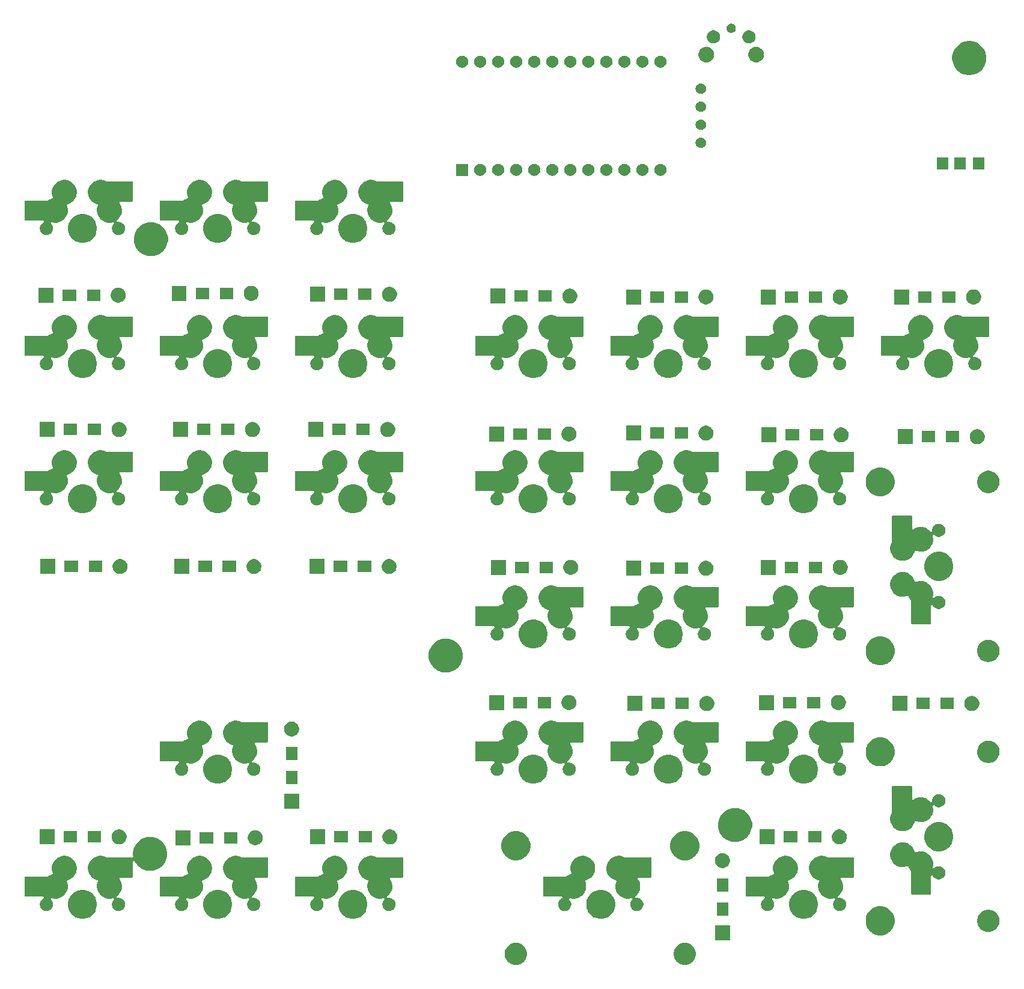
<source format=gbs>
G04 #@! TF.GenerationSoftware,KiCad,Pcbnew,(5.1.5)-3*
G04 #@! TF.CreationDate,2020-03-03T22:43:44-06:00*
G04 #@! TF.ProjectId,MigitePad,4d696769-7465-4506-9164-2e6b69636164,rev?*
G04 #@! TF.SameCoordinates,Original*
G04 #@! TF.FileFunction,Soldermask,Bot*
G04 #@! TF.FilePolarity,Negative*
%FSLAX46Y46*%
G04 Gerber Fmt 4.6, Leading zero omitted, Abs format (unit mm)*
G04 Created by KiCad (PCBNEW (5.1.5)-3) date 2020-03-03 22:43:44*
%MOMM*%
%LPD*%
G04 APERTURE LIST*
%ADD10C,0.100000*%
G04 APERTURE END LIST*
D10*
G36*
X158701767Y-160253263D02*
G01*
X158853911Y-160283526D01*
X158972637Y-160332704D01*
X159140541Y-160402252D01*
X159140542Y-160402253D01*
X159398504Y-160574617D01*
X159617883Y-160793996D01*
X159733053Y-160966361D01*
X159790248Y-161051959D01*
X159908974Y-161338590D01*
X159969500Y-161642875D01*
X159969500Y-161953125D01*
X159908974Y-162257410D01*
X159790248Y-162544041D01*
X159790247Y-162544042D01*
X159617883Y-162802004D01*
X159398504Y-163021383D01*
X159226139Y-163136553D01*
X159140541Y-163193748D01*
X158972637Y-163263296D01*
X158853911Y-163312474D01*
X158701767Y-163342737D01*
X158549625Y-163373000D01*
X158239375Y-163373000D01*
X158087233Y-163342737D01*
X157935089Y-163312474D01*
X157816363Y-163263296D01*
X157648459Y-163193748D01*
X157562861Y-163136553D01*
X157390496Y-163021383D01*
X157171117Y-162802004D01*
X156998753Y-162544042D01*
X156998752Y-162544041D01*
X156880026Y-162257410D01*
X156819500Y-161953125D01*
X156819500Y-161642875D01*
X156880026Y-161338590D01*
X156998752Y-161051959D01*
X157055947Y-160966361D01*
X157171117Y-160793996D01*
X157390496Y-160574617D01*
X157648458Y-160402253D01*
X157648459Y-160402252D01*
X157816363Y-160332704D01*
X157935089Y-160283526D01*
X158087233Y-160253263D01*
X158239375Y-160223000D01*
X158549625Y-160223000D01*
X158701767Y-160253263D01*
G37*
G36*
X134901767Y-160253263D02*
G01*
X135053911Y-160283526D01*
X135172637Y-160332704D01*
X135340541Y-160402252D01*
X135340542Y-160402253D01*
X135598504Y-160574617D01*
X135817883Y-160793996D01*
X135933053Y-160966361D01*
X135990248Y-161051959D01*
X136108974Y-161338590D01*
X136169500Y-161642875D01*
X136169500Y-161953125D01*
X136108974Y-162257410D01*
X135990248Y-162544041D01*
X135990247Y-162544042D01*
X135817883Y-162802004D01*
X135598504Y-163021383D01*
X135426139Y-163136553D01*
X135340541Y-163193748D01*
X135172637Y-163263296D01*
X135053911Y-163312474D01*
X134901767Y-163342737D01*
X134749625Y-163373000D01*
X134439375Y-163373000D01*
X134287233Y-163342737D01*
X134135089Y-163312474D01*
X134016363Y-163263296D01*
X133848459Y-163193748D01*
X133762861Y-163136553D01*
X133590496Y-163021383D01*
X133371117Y-162802004D01*
X133198753Y-162544042D01*
X133198752Y-162544041D01*
X133080026Y-162257410D01*
X133019500Y-161953125D01*
X133019500Y-161642875D01*
X133080026Y-161338590D01*
X133198752Y-161051959D01*
X133255947Y-160966361D01*
X133371117Y-160793996D01*
X133590496Y-160574617D01*
X133848458Y-160402253D01*
X133848459Y-160402252D01*
X134016363Y-160332704D01*
X134135089Y-160283526D01*
X134287233Y-160253263D01*
X134439375Y-160223000D01*
X134749625Y-160223000D01*
X134901767Y-160253263D01*
G37*
G36*
X164756030Y-159847490D02*
G01*
X162655050Y-159847490D01*
X162655050Y-157746510D01*
X164756030Y-157746510D01*
X164756030Y-159847490D01*
G37*
G36*
X186524474Y-155158184D02*
G01*
X186742474Y-155248483D01*
X186896623Y-155312333D01*
X187231548Y-155536123D01*
X187516377Y-155820952D01*
X187740167Y-156155877D01*
X187740167Y-156155878D01*
X187894316Y-156528026D01*
X187972900Y-156923094D01*
X187972900Y-157325906D01*
X187894316Y-157720974D01*
X187832363Y-157870541D01*
X187740167Y-158093123D01*
X187516377Y-158428048D01*
X187231548Y-158712877D01*
X186896623Y-158936667D01*
X186742474Y-159000517D01*
X186524474Y-159090816D01*
X186129406Y-159169400D01*
X185726594Y-159169400D01*
X185331526Y-159090816D01*
X185113526Y-159000517D01*
X184959377Y-158936667D01*
X184624452Y-158712877D01*
X184339623Y-158428048D01*
X184115833Y-158093123D01*
X184023637Y-157870541D01*
X183961684Y-157720974D01*
X183883100Y-157325906D01*
X183883100Y-156923094D01*
X183961684Y-156528026D01*
X184115833Y-156155878D01*
X184115833Y-156155877D01*
X184339623Y-155820952D01*
X184624452Y-155536123D01*
X184959377Y-155312333D01*
X185113526Y-155248483D01*
X185331526Y-155158184D01*
X185726594Y-155079600D01*
X186129406Y-155079600D01*
X186524474Y-155158184D01*
G37*
G36*
X201627411Y-155610026D02*
G01*
X201746137Y-155659204D01*
X201914041Y-155728752D01*
X201914042Y-155728753D01*
X202172004Y-155901117D01*
X202391383Y-156120496D01*
X202415024Y-156155878D01*
X202563748Y-156378459D01*
X202625700Y-156528025D01*
X202665938Y-156625167D01*
X202682474Y-156665090D01*
X202743000Y-156969375D01*
X202743000Y-157279625D01*
X202682474Y-157583910D01*
X202563748Y-157870541D01*
X202563747Y-157870542D01*
X202391383Y-158128504D01*
X202172004Y-158347883D01*
X202052028Y-158428048D01*
X201914041Y-158520248D01*
X201746137Y-158589796D01*
X201627411Y-158638974D01*
X201475267Y-158669237D01*
X201323125Y-158699500D01*
X201012875Y-158699500D01*
X200860733Y-158669237D01*
X200708589Y-158638974D01*
X200589863Y-158589796D01*
X200421959Y-158520248D01*
X200283972Y-158428048D01*
X200163996Y-158347883D01*
X199944617Y-158128504D01*
X199772253Y-157870542D01*
X199772252Y-157870541D01*
X199653526Y-157583910D01*
X199593000Y-157279625D01*
X199593000Y-156969375D01*
X199653526Y-156665090D01*
X199670063Y-156625167D01*
X199710300Y-156528025D01*
X199772252Y-156378459D01*
X199920976Y-156155878D01*
X199944617Y-156120496D01*
X200163996Y-155901117D01*
X200421958Y-155728753D01*
X200421959Y-155728752D01*
X200589863Y-155659204D01*
X200708589Y-155610026D01*
X201012875Y-155549500D01*
X201323125Y-155549500D01*
X201627411Y-155610026D01*
G37*
G36*
X112229474Y-152846684D02*
G01*
X112447474Y-152936983D01*
X112601623Y-153000833D01*
X112936548Y-153224623D01*
X113221377Y-153509452D01*
X113445167Y-153844377D01*
X113487687Y-153947031D01*
X113599316Y-154216526D01*
X113677900Y-154611594D01*
X113677900Y-155014406D01*
X113599316Y-155409474D01*
X113509017Y-155627474D01*
X113445167Y-155781623D01*
X113221377Y-156116548D01*
X112936548Y-156401377D01*
X112601623Y-156625167D01*
X112505242Y-156665089D01*
X112229474Y-156779316D01*
X111834406Y-156857900D01*
X111431594Y-156857900D01*
X111036526Y-156779316D01*
X110760758Y-156665089D01*
X110664377Y-156625167D01*
X110329452Y-156401377D01*
X110044623Y-156116548D01*
X109820833Y-155781623D01*
X109756983Y-155627474D01*
X109666684Y-155409474D01*
X109588100Y-155014406D01*
X109588100Y-154611594D01*
X109666684Y-154216526D01*
X109778313Y-153947031D01*
X109820833Y-153844377D01*
X110044623Y-153509452D01*
X110329452Y-153224623D01*
X110664377Y-153000833D01*
X110818526Y-152936983D01*
X111036526Y-152846684D01*
X111431594Y-152768100D01*
X111834406Y-152768100D01*
X112229474Y-152846684D01*
G37*
G36*
X147154474Y-152846684D02*
G01*
X147372474Y-152936983D01*
X147526623Y-153000833D01*
X147861548Y-153224623D01*
X148146377Y-153509452D01*
X148370167Y-153844377D01*
X148412687Y-153947031D01*
X148524316Y-154216526D01*
X148602900Y-154611594D01*
X148602900Y-155014406D01*
X148524316Y-155409474D01*
X148434017Y-155627474D01*
X148370167Y-155781623D01*
X148146377Y-156116548D01*
X147861548Y-156401377D01*
X147526623Y-156625167D01*
X147430242Y-156665089D01*
X147154474Y-156779316D01*
X146759406Y-156857900D01*
X146356594Y-156857900D01*
X145961526Y-156779316D01*
X145685758Y-156665089D01*
X145589377Y-156625167D01*
X145254452Y-156401377D01*
X144969623Y-156116548D01*
X144745833Y-155781623D01*
X144681983Y-155627474D01*
X144591684Y-155409474D01*
X144513100Y-155014406D01*
X144513100Y-154611594D01*
X144591684Y-154216526D01*
X144703313Y-153947031D01*
X144745833Y-153844377D01*
X144969623Y-153509452D01*
X145254452Y-153224623D01*
X145589377Y-153000833D01*
X145743526Y-152936983D01*
X145961526Y-152846684D01*
X146356594Y-152768100D01*
X146759406Y-152768100D01*
X147154474Y-152846684D01*
G37*
G36*
X74129474Y-152846684D02*
G01*
X74347474Y-152936983D01*
X74501623Y-153000833D01*
X74836548Y-153224623D01*
X75121377Y-153509452D01*
X75345167Y-153844377D01*
X75387687Y-153947031D01*
X75499316Y-154216526D01*
X75577900Y-154611594D01*
X75577900Y-155014406D01*
X75499316Y-155409474D01*
X75409017Y-155627474D01*
X75345167Y-155781623D01*
X75121377Y-156116548D01*
X74836548Y-156401377D01*
X74501623Y-156625167D01*
X74405242Y-156665089D01*
X74129474Y-156779316D01*
X73734406Y-156857900D01*
X73331594Y-156857900D01*
X72936526Y-156779316D01*
X72660758Y-156665089D01*
X72564377Y-156625167D01*
X72229452Y-156401377D01*
X71944623Y-156116548D01*
X71720833Y-155781623D01*
X71656983Y-155627474D01*
X71566684Y-155409474D01*
X71488100Y-155014406D01*
X71488100Y-154611594D01*
X71566684Y-154216526D01*
X71678313Y-153947031D01*
X71720833Y-153844377D01*
X71944623Y-153509452D01*
X72229452Y-153224623D01*
X72564377Y-153000833D01*
X72718526Y-152936983D01*
X72936526Y-152846684D01*
X73331594Y-152768100D01*
X73734406Y-152768100D01*
X74129474Y-152846684D01*
G37*
G36*
X93179474Y-152846684D02*
G01*
X93397474Y-152936983D01*
X93551623Y-153000833D01*
X93886548Y-153224623D01*
X94171377Y-153509452D01*
X94395167Y-153844377D01*
X94437687Y-153947031D01*
X94549316Y-154216526D01*
X94627900Y-154611594D01*
X94627900Y-155014406D01*
X94549316Y-155409474D01*
X94459017Y-155627474D01*
X94395167Y-155781623D01*
X94171377Y-156116548D01*
X93886548Y-156401377D01*
X93551623Y-156625167D01*
X93455242Y-156665089D01*
X93179474Y-156779316D01*
X92784406Y-156857900D01*
X92381594Y-156857900D01*
X91986526Y-156779316D01*
X91710758Y-156665089D01*
X91614377Y-156625167D01*
X91279452Y-156401377D01*
X90994623Y-156116548D01*
X90770833Y-155781623D01*
X90706983Y-155627474D01*
X90616684Y-155409474D01*
X90538100Y-155014406D01*
X90538100Y-154611594D01*
X90616684Y-154216526D01*
X90728313Y-153947031D01*
X90770833Y-153844377D01*
X90994623Y-153509452D01*
X91279452Y-153224623D01*
X91614377Y-153000833D01*
X91768526Y-152936983D01*
X91986526Y-152846684D01*
X92381594Y-152768100D01*
X92784406Y-152768100D01*
X93179474Y-152846684D01*
G37*
G36*
X175729474Y-152846684D02*
G01*
X175947474Y-152936983D01*
X176101623Y-153000833D01*
X176436548Y-153224623D01*
X176721377Y-153509452D01*
X176945167Y-153844377D01*
X176987687Y-153947031D01*
X177099316Y-154216526D01*
X177177900Y-154611594D01*
X177177900Y-155014406D01*
X177099316Y-155409474D01*
X177009017Y-155627474D01*
X176945167Y-155781623D01*
X176721377Y-156116548D01*
X176436548Y-156401377D01*
X176101623Y-156625167D01*
X176005242Y-156665089D01*
X175729474Y-156779316D01*
X175334406Y-156857900D01*
X174931594Y-156857900D01*
X174536526Y-156779316D01*
X174260758Y-156665089D01*
X174164377Y-156625167D01*
X173829452Y-156401377D01*
X173544623Y-156116548D01*
X173320833Y-155781623D01*
X173256983Y-155627474D01*
X173166684Y-155409474D01*
X173088100Y-155014406D01*
X173088100Y-154611594D01*
X173166684Y-154216526D01*
X173278313Y-153947031D01*
X173320833Y-153844377D01*
X173544623Y-153509452D01*
X173829452Y-153224623D01*
X174164377Y-153000833D01*
X174318526Y-152936983D01*
X174536526Y-152846684D01*
X174931594Y-152768100D01*
X175334406Y-152768100D01*
X175729474Y-152846684D01*
G37*
G36*
X164504000Y-156448000D02*
G01*
X162902000Y-156448000D01*
X162902000Y-154546000D01*
X164504000Y-154546000D01*
X164504000Y-156448000D01*
G37*
G36*
X90402038Y-148019113D02*
G01*
X90553748Y-148049290D01*
X90674528Y-148099319D01*
X90872408Y-148181283D01*
X91159196Y-148372909D01*
X91403091Y-148616804D01*
X91594717Y-148903592D01*
X91656685Y-149053197D01*
X91726710Y-149222252D01*
X91745970Y-149319080D01*
X91794000Y-149560540D01*
X91794000Y-149905460D01*
X91759496Y-150078920D01*
X91726710Y-150243748D01*
X91706387Y-150292812D01*
X91594717Y-150562408D01*
X91403091Y-150849196D01*
X91159196Y-151093091D01*
X90872408Y-151284717D01*
X90691493Y-151359654D01*
X90553748Y-151416710D01*
X90523961Y-151422635D01*
X90481249Y-151431131D01*
X90457800Y-151438244D01*
X90436189Y-151449795D01*
X90417247Y-151465341D01*
X90401702Y-151484282D01*
X90390151Y-151505893D01*
X90383038Y-151529342D01*
X90380636Y-151553728D01*
X90383038Y-151578114D01*
X90390151Y-151601563D01*
X90456710Y-151762252D01*
X90524000Y-152100540D01*
X90524000Y-152445460D01*
X90499933Y-152566451D01*
X90456710Y-152783748D01*
X90410489Y-152895335D01*
X90324717Y-153102408D01*
X90133091Y-153389196D01*
X89889196Y-153633091D01*
X89602408Y-153824717D01*
X89446642Y-153889237D01*
X89283748Y-153956710D01*
X89170985Y-153979140D01*
X88945460Y-154024000D01*
X88600540Y-154024000D01*
X88378273Y-153979788D01*
X88284441Y-153961124D01*
X88260058Y-153958722D01*
X88235672Y-153961124D01*
X88212223Y-153968237D01*
X88190612Y-153979788D01*
X88171670Y-153995333D01*
X88156125Y-154014275D01*
X88144574Y-154035886D01*
X88137461Y-154059335D01*
X88135059Y-154083721D01*
X88137461Y-154108107D01*
X88144574Y-154131556D01*
X88156125Y-154153167D01*
X88171661Y-154172098D01*
X88222272Y-154222709D01*
X88323611Y-154374374D01*
X88393415Y-154542896D01*
X88429000Y-154721797D01*
X88429000Y-154904203D01*
X88393415Y-155083104D01*
X88323611Y-155251626D01*
X88222272Y-155403291D01*
X88093291Y-155532272D01*
X87941626Y-155633611D01*
X87773104Y-155703415D01*
X87594203Y-155739000D01*
X87411797Y-155739000D01*
X87232896Y-155703415D01*
X87064374Y-155633611D01*
X86912709Y-155532272D01*
X86783728Y-155403291D01*
X86682389Y-155251626D01*
X86612585Y-155083104D01*
X86577000Y-154904203D01*
X86577000Y-154721797D01*
X86612585Y-154542896D01*
X86682389Y-154374374D01*
X86783728Y-154222709D01*
X86912709Y-154093728D01*
X87064374Y-153992389D01*
X87093484Y-153980331D01*
X87115087Y-153968784D01*
X87134029Y-153953239D01*
X87149575Y-153934297D01*
X87161126Y-153912686D01*
X87168239Y-153889237D01*
X87170641Y-153864851D01*
X87168239Y-153840465D01*
X87161126Y-153817016D01*
X87149575Y-153795406D01*
X87134030Y-153776464D01*
X87115088Y-153760918D01*
X87093477Y-153749367D01*
X87070028Y-153742254D01*
X87045642Y-153739852D01*
X84586075Y-153739852D01*
X84574851Y-153739301D01*
X84569403Y-153738764D01*
X84547436Y-153734395D01*
X84545122Y-153733692D01*
X84524438Y-153725125D01*
X84522310Y-153723987D01*
X84517179Y-153720559D01*
X84517174Y-153720556D01*
X84508821Y-153714974D01*
X84503689Y-153711545D01*
X84501823Y-153710014D01*
X84485986Y-153694177D01*
X84484455Y-153692311D01*
X84480427Y-153686283D01*
X84475444Y-153678826D01*
X84475441Y-153678821D01*
X84472013Y-153673690D01*
X84470875Y-153671562D01*
X84462308Y-153650878D01*
X84461605Y-153648564D01*
X84457236Y-153626597D01*
X84456699Y-153621149D01*
X84456148Y-153609925D01*
X84456148Y-151016075D01*
X84456699Y-151004851D01*
X84457236Y-150999403D01*
X84461605Y-150977436D01*
X84462308Y-150975122D01*
X84470875Y-150954438D01*
X84472013Y-150952310D01*
X84475441Y-150947179D01*
X84475444Y-150947174D01*
X84481026Y-150938821D01*
X84484455Y-150933689D01*
X84485986Y-150931823D01*
X84501823Y-150915986D01*
X84503689Y-150914455D01*
X84510469Y-150909925D01*
X84517174Y-150905444D01*
X84517179Y-150905441D01*
X84522310Y-150902013D01*
X84524438Y-150900875D01*
X84545122Y-150892308D01*
X84547436Y-150891605D01*
X84569403Y-150887236D01*
X84574851Y-150886699D01*
X84586075Y-150886148D01*
X87658936Y-150886148D01*
X87683322Y-150883746D01*
X87706771Y-150876633D01*
X87728382Y-150865082D01*
X87943592Y-150721283D01*
X88144407Y-150638103D01*
X88262252Y-150589290D01*
X88334750Y-150574869D01*
X88358200Y-150567756D01*
X88379811Y-150556205D01*
X88398753Y-150540659D01*
X88414298Y-150521718D01*
X88425849Y-150500107D01*
X88432962Y-150476658D01*
X88435364Y-150452272D01*
X88432962Y-150427886D01*
X88425849Y-150404437D01*
X88359290Y-150243748D01*
X88292000Y-149905460D01*
X88292000Y-149560540D01*
X88340030Y-149319080D01*
X88359290Y-149222252D01*
X88429315Y-149053197D01*
X88491283Y-148903592D01*
X88682909Y-148616804D01*
X88926804Y-148372909D01*
X89213592Y-148181283D01*
X89411472Y-148099319D01*
X89532252Y-148049290D01*
X89683962Y-148019113D01*
X89870540Y-147982000D01*
X90215460Y-147982000D01*
X90402038Y-148019113D01*
G37*
G36*
X83526451Y-145345938D02*
G01*
X83758404Y-145392077D01*
X84195395Y-145573084D01*
X84588676Y-145835866D01*
X84923134Y-146170324D01*
X85185916Y-146563605D01*
X85366923Y-147000596D01*
X85413062Y-147232549D01*
X85459200Y-147464501D01*
X85459200Y-147937499D01*
X85431156Y-148078486D01*
X85366923Y-148401404D01*
X85185916Y-148838395D01*
X84923134Y-149231676D01*
X84588676Y-149566134D01*
X84195395Y-149828916D01*
X83758404Y-150009923D01*
X83580130Y-150045384D01*
X83294499Y-150102200D01*
X82821501Y-150102200D01*
X82535870Y-150045384D01*
X82357596Y-150009923D01*
X81920605Y-149828916D01*
X81527324Y-149566134D01*
X81192866Y-149231676D01*
X80930084Y-148838395D01*
X80900333Y-148766568D01*
X80888784Y-148744962D01*
X80873239Y-148726020D01*
X80854297Y-148710475D01*
X80832686Y-148698924D01*
X80809237Y-148691811D01*
X80784851Y-148689409D01*
X80760465Y-148691811D01*
X80737016Y-148698924D01*
X80715405Y-148710475D01*
X80696463Y-148726020D01*
X80680918Y-148744962D01*
X80669367Y-148766573D01*
X80662254Y-148790022D01*
X80659852Y-148814408D01*
X80659852Y-150909925D01*
X80659301Y-150921149D01*
X80658764Y-150926597D01*
X80654395Y-150948564D01*
X80653692Y-150950878D01*
X80645125Y-150971562D01*
X80643987Y-150973690D01*
X80640559Y-150978821D01*
X80640556Y-150978826D01*
X80635337Y-150986636D01*
X80631545Y-150992311D01*
X80630014Y-150994177D01*
X80614177Y-151010014D01*
X80612311Y-151011545D01*
X80607179Y-151014974D01*
X80598826Y-151020556D01*
X80598821Y-151020559D01*
X80593690Y-151023987D01*
X80591562Y-151025125D01*
X80570878Y-151033692D01*
X80568564Y-151034395D01*
X80546597Y-151038764D01*
X80541149Y-151039301D01*
X80529925Y-151039852D01*
X78858803Y-151039852D01*
X78834417Y-151042254D01*
X78810968Y-151049367D01*
X78789357Y-151060918D01*
X78770415Y-151076463D01*
X78754870Y-151095405D01*
X78743319Y-151117016D01*
X78736206Y-151140465D01*
X78733804Y-151164851D01*
X78736206Y-151189237D01*
X78743319Y-151212686D01*
X78754870Y-151234297D01*
X78894717Y-151443592D01*
X78958882Y-151598500D01*
X79026710Y-151762252D01*
X79042622Y-151842245D01*
X79094000Y-152100540D01*
X79094000Y-152445460D01*
X79069933Y-152566451D01*
X79026710Y-152783748D01*
X78980489Y-152895335D01*
X78894717Y-153102408D01*
X78703091Y-153389196D01*
X78459196Y-153633091D01*
X78414090Y-153663230D01*
X78395148Y-153678776D01*
X78379603Y-153697718D01*
X78368052Y-153719328D01*
X78360939Y-153742777D01*
X78358537Y-153767164D01*
X78360939Y-153791550D01*
X78368052Y-153814999D01*
X78379603Y-153836609D01*
X78395149Y-153855551D01*
X78414091Y-153871096D01*
X78435701Y-153882647D01*
X78459150Y-153889760D01*
X78483537Y-153892162D01*
X78507920Y-153889760D01*
X78521797Y-153887000D01*
X78704203Y-153887000D01*
X78883104Y-153922585D01*
X79051626Y-153992389D01*
X79203291Y-154093728D01*
X79332272Y-154222709D01*
X79433611Y-154374374D01*
X79503415Y-154542896D01*
X79539000Y-154721797D01*
X79539000Y-154904203D01*
X79503415Y-155083104D01*
X79433611Y-155251626D01*
X79332272Y-155403291D01*
X79203291Y-155532272D01*
X79051626Y-155633611D01*
X78883104Y-155703415D01*
X78704203Y-155739000D01*
X78521797Y-155739000D01*
X78342896Y-155703415D01*
X78174374Y-155633611D01*
X78022709Y-155532272D01*
X77893728Y-155403291D01*
X77792389Y-155251626D01*
X77722585Y-155083104D01*
X77687000Y-154904203D01*
X77687000Y-154721797D01*
X77722585Y-154542896D01*
X77792389Y-154374374D01*
X77893728Y-154222709D01*
X77944339Y-154172098D01*
X77959875Y-154153167D01*
X77971426Y-154131556D01*
X77978539Y-154108107D01*
X77980941Y-154083721D01*
X77978539Y-154059335D01*
X77971426Y-154035886D01*
X77959875Y-154014275D01*
X77944330Y-153995333D01*
X77925388Y-153979788D01*
X77903777Y-153968237D01*
X77880328Y-153961124D01*
X77855942Y-153958722D01*
X77831559Y-153961124D01*
X77737727Y-153979788D01*
X77515460Y-154024000D01*
X77170540Y-154024000D01*
X76945015Y-153979140D01*
X76832252Y-153956710D01*
X76669358Y-153889237D01*
X76513592Y-153824717D01*
X76226804Y-153633091D01*
X75982909Y-153389196D01*
X75791283Y-153102408D01*
X75705511Y-152895335D01*
X75659290Y-152783748D01*
X75616067Y-152566451D01*
X75592000Y-152445460D01*
X75592000Y-152100540D01*
X75659290Y-151762252D01*
X75725849Y-151601563D01*
X75732962Y-151578114D01*
X75735364Y-151553727D01*
X75732962Y-151529341D01*
X75725849Y-151505892D01*
X75714298Y-151484282D01*
X75698752Y-151465340D01*
X75679810Y-151449795D01*
X75658200Y-151438244D01*
X75634751Y-151431131D01*
X75592039Y-151422635D01*
X75562252Y-151416710D01*
X75424507Y-151359654D01*
X75243592Y-151284717D01*
X74956804Y-151093091D01*
X74712909Y-150849196D01*
X74521283Y-150562408D01*
X74409613Y-150292812D01*
X74389290Y-150243748D01*
X74356504Y-150078920D01*
X74322000Y-149905460D01*
X74322000Y-149560540D01*
X74370030Y-149319080D01*
X74389290Y-149222252D01*
X74459315Y-149053197D01*
X74521283Y-148903592D01*
X74712909Y-148616804D01*
X74956804Y-148372909D01*
X75243592Y-148181283D01*
X75441472Y-148099319D01*
X75562252Y-148049290D01*
X75713962Y-148019113D01*
X75900540Y-147982000D01*
X76245460Y-147982000D01*
X76432038Y-148019113D01*
X76583748Y-148049290D01*
X76704528Y-148099319D01*
X76891182Y-148176633D01*
X76914631Y-148183746D01*
X76939017Y-148186148D01*
X80529925Y-148186148D01*
X80541141Y-148186699D01*
X80541947Y-148186778D01*
X80542756Y-148186778D01*
X80544203Y-148186849D01*
X80544206Y-148186778D01*
X80566451Y-148186777D01*
X80590484Y-148181995D01*
X80613122Y-148172617D01*
X80633496Y-148159002D01*
X80650822Y-148141674D01*
X80664435Y-148121299D01*
X80673811Y-148098660D01*
X80678591Y-148074626D01*
X80676790Y-148037994D01*
X80656800Y-147937499D01*
X80656800Y-147464501D01*
X80702939Y-147232549D01*
X80749077Y-147000596D01*
X80930084Y-146563605D01*
X81192866Y-146170324D01*
X81527324Y-145835866D01*
X81920605Y-145573084D01*
X82357596Y-145392077D01*
X82589549Y-145345938D01*
X82821501Y-145299800D01*
X83294499Y-145299800D01*
X83526451Y-145345938D01*
G37*
G36*
X144377038Y-148019113D02*
G01*
X144528748Y-148049290D01*
X144649528Y-148099319D01*
X144847408Y-148181283D01*
X145134196Y-148372909D01*
X145378091Y-148616804D01*
X145569717Y-148903592D01*
X145631685Y-149053197D01*
X145701710Y-149222252D01*
X145720970Y-149319080D01*
X145769000Y-149560540D01*
X145769000Y-149905460D01*
X145734496Y-150078920D01*
X145701710Y-150243748D01*
X145681387Y-150292812D01*
X145569717Y-150562408D01*
X145378091Y-150849196D01*
X145134196Y-151093091D01*
X144847408Y-151284717D01*
X144666493Y-151359654D01*
X144528748Y-151416710D01*
X144498961Y-151422635D01*
X144456249Y-151431131D01*
X144432800Y-151438244D01*
X144411189Y-151449795D01*
X144392247Y-151465341D01*
X144376702Y-151484282D01*
X144365151Y-151505893D01*
X144358038Y-151529342D01*
X144355636Y-151553728D01*
X144358038Y-151578114D01*
X144365151Y-151601563D01*
X144431710Y-151762252D01*
X144499000Y-152100540D01*
X144499000Y-152445460D01*
X144474933Y-152566451D01*
X144431710Y-152783748D01*
X144385489Y-152895335D01*
X144299717Y-153102408D01*
X144108091Y-153389196D01*
X143864196Y-153633091D01*
X143577408Y-153824717D01*
X143421642Y-153889237D01*
X143258748Y-153956710D01*
X143145985Y-153979140D01*
X142920460Y-154024000D01*
X142575540Y-154024000D01*
X142353273Y-153979788D01*
X142259441Y-153961124D01*
X142235058Y-153958722D01*
X142210672Y-153961124D01*
X142187223Y-153968237D01*
X142165612Y-153979788D01*
X142146670Y-153995333D01*
X142131125Y-154014275D01*
X142119574Y-154035886D01*
X142112461Y-154059335D01*
X142110059Y-154083721D01*
X142112461Y-154108107D01*
X142119574Y-154131556D01*
X142131125Y-154153167D01*
X142146661Y-154172098D01*
X142197272Y-154222709D01*
X142298611Y-154374374D01*
X142368415Y-154542896D01*
X142404000Y-154721797D01*
X142404000Y-154904203D01*
X142368415Y-155083104D01*
X142298611Y-155251626D01*
X142197272Y-155403291D01*
X142068291Y-155532272D01*
X141916626Y-155633611D01*
X141748104Y-155703415D01*
X141569203Y-155739000D01*
X141386797Y-155739000D01*
X141207896Y-155703415D01*
X141039374Y-155633611D01*
X140887709Y-155532272D01*
X140758728Y-155403291D01*
X140657389Y-155251626D01*
X140587585Y-155083104D01*
X140552000Y-154904203D01*
X140552000Y-154721797D01*
X140587585Y-154542896D01*
X140657389Y-154374374D01*
X140758728Y-154222709D01*
X140887709Y-154093728D01*
X141039374Y-153992389D01*
X141068484Y-153980331D01*
X141090087Y-153968784D01*
X141109029Y-153953239D01*
X141124575Y-153934297D01*
X141136126Y-153912686D01*
X141143239Y-153889237D01*
X141145641Y-153864851D01*
X141143239Y-153840465D01*
X141136126Y-153817016D01*
X141124575Y-153795406D01*
X141109030Y-153776464D01*
X141090088Y-153760918D01*
X141068477Y-153749367D01*
X141045028Y-153742254D01*
X141020642Y-153739852D01*
X138561075Y-153739852D01*
X138549851Y-153739301D01*
X138544403Y-153738764D01*
X138522436Y-153734395D01*
X138520122Y-153733692D01*
X138499438Y-153725125D01*
X138497310Y-153723987D01*
X138492179Y-153720559D01*
X138492174Y-153720556D01*
X138483821Y-153714974D01*
X138478689Y-153711545D01*
X138476823Y-153710014D01*
X138460986Y-153694177D01*
X138459455Y-153692311D01*
X138455427Y-153686283D01*
X138450444Y-153678826D01*
X138450441Y-153678821D01*
X138447013Y-153673690D01*
X138445875Y-153671562D01*
X138437308Y-153650878D01*
X138436605Y-153648564D01*
X138432236Y-153626597D01*
X138431699Y-153621149D01*
X138431148Y-153609925D01*
X138431148Y-151016075D01*
X138431699Y-151004851D01*
X138432236Y-150999403D01*
X138436605Y-150977436D01*
X138437308Y-150975122D01*
X138445875Y-150954438D01*
X138447013Y-150952310D01*
X138450441Y-150947179D01*
X138450444Y-150947174D01*
X138456026Y-150938821D01*
X138459455Y-150933689D01*
X138460986Y-150931823D01*
X138476823Y-150915986D01*
X138478689Y-150914455D01*
X138485469Y-150909925D01*
X138492174Y-150905444D01*
X138492179Y-150905441D01*
X138497310Y-150902013D01*
X138499438Y-150900875D01*
X138520122Y-150892308D01*
X138522436Y-150891605D01*
X138544403Y-150887236D01*
X138549851Y-150886699D01*
X138561075Y-150886148D01*
X141633936Y-150886148D01*
X141658322Y-150883746D01*
X141681771Y-150876633D01*
X141703382Y-150865082D01*
X141918592Y-150721283D01*
X142119407Y-150638103D01*
X142237252Y-150589290D01*
X142309750Y-150574869D01*
X142333200Y-150567756D01*
X142354811Y-150556205D01*
X142373753Y-150540659D01*
X142389298Y-150521718D01*
X142400849Y-150500107D01*
X142407962Y-150476658D01*
X142410364Y-150452272D01*
X142407962Y-150427886D01*
X142400849Y-150404437D01*
X142334290Y-150243748D01*
X142267000Y-149905460D01*
X142267000Y-149560540D01*
X142315030Y-149319080D01*
X142334290Y-149222252D01*
X142404315Y-149053197D01*
X142466283Y-148903592D01*
X142657909Y-148616804D01*
X142901804Y-148372909D01*
X143188592Y-148181283D01*
X143386472Y-148099319D01*
X143507252Y-148049290D01*
X143658962Y-148019113D01*
X143845540Y-147982000D01*
X144190460Y-147982000D01*
X144377038Y-148019113D01*
G37*
G36*
X149457038Y-148019113D02*
G01*
X149608748Y-148049290D01*
X149729528Y-148099319D01*
X149916182Y-148176633D01*
X149939631Y-148183746D01*
X149964017Y-148186148D01*
X153554925Y-148186148D01*
X153566149Y-148186699D01*
X153571597Y-148187236D01*
X153593564Y-148191605D01*
X153595878Y-148192308D01*
X153616562Y-148200875D01*
X153618690Y-148202013D01*
X153623821Y-148205441D01*
X153623826Y-148205444D01*
X153631636Y-148210663D01*
X153637311Y-148214455D01*
X153639177Y-148215986D01*
X153655014Y-148231823D01*
X153656545Y-148233689D01*
X153659974Y-148238821D01*
X153665556Y-148247174D01*
X153665559Y-148247179D01*
X153668987Y-148252310D01*
X153670125Y-148254438D01*
X153678692Y-148275122D01*
X153679395Y-148277436D01*
X153683764Y-148299403D01*
X153684301Y-148304851D01*
X153684852Y-148316075D01*
X153684852Y-150909925D01*
X153684301Y-150921149D01*
X153683764Y-150926597D01*
X153679395Y-150948564D01*
X153678692Y-150950878D01*
X153670125Y-150971562D01*
X153668987Y-150973690D01*
X153665559Y-150978821D01*
X153665556Y-150978826D01*
X153660337Y-150986636D01*
X153656545Y-150992311D01*
X153655014Y-150994177D01*
X153639177Y-151010014D01*
X153637311Y-151011545D01*
X153632179Y-151014974D01*
X153623826Y-151020556D01*
X153623821Y-151020559D01*
X153618690Y-151023987D01*
X153616562Y-151025125D01*
X153595878Y-151033692D01*
X153593564Y-151034395D01*
X153571597Y-151038764D01*
X153566149Y-151039301D01*
X153554925Y-151039852D01*
X151883803Y-151039852D01*
X151859417Y-151042254D01*
X151835968Y-151049367D01*
X151814357Y-151060918D01*
X151795415Y-151076463D01*
X151779870Y-151095405D01*
X151768319Y-151117016D01*
X151761206Y-151140465D01*
X151758804Y-151164851D01*
X151761206Y-151189237D01*
X151768319Y-151212686D01*
X151779870Y-151234297D01*
X151919717Y-151443592D01*
X151983882Y-151598500D01*
X152051710Y-151762252D01*
X152067622Y-151842245D01*
X152119000Y-152100540D01*
X152119000Y-152445460D01*
X152094933Y-152566451D01*
X152051710Y-152783748D01*
X152005489Y-152895335D01*
X151919717Y-153102408D01*
X151728091Y-153389196D01*
X151484196Y-153633091D01*
X151439090Y-153663230D01*
X151420148Y-153678776D01*
X151404603Y-153697718D01*
X151393052Y-153719328D01*
X151385939Y-153742777D01*
X151383537Y-153767164D01*
X151385939Y-153791550D01*
X151393052Y-153814999D01*
X151404603Y-153836609D01*
X151420149Y-153855551D01*
X151439091Y-153871096D01*
X151460701Y-153882647D01*
X151484150Y-153889760D01*
X151508537Y-153892162D01*
X151532920Y-153889760D01*
X151546797Y-153887000D01*
X151729203Y-153887000D01*
X151908104Y-153922585D01*
X152076626Y-153992389D01*
X152228291Y-154093728D01*
X152357272Y-154222709D01*
X152458611Y-154374374D01*
X152528415Y-154542896D01*
X152564000Y-154721797D01*
X152564000Y-154904203D01*
X152528415Y-155083104D01*
X152458611Y-155251626D01*
X152357272Y-155403291D01*
X152228291Y-155532272D01*
X152076626Y-155633611D01*
X151908104Y-155703415D01*
X151729203Y-155739000D01*
X151546797Y-155739000D01*
X151367896Y-155703415D01*
X151199374Y-155633611D01*
X151047709Y-155532272D01*
X150918728Y-155403291D01*
X150817389Y-155251626D01*
X150747585Y-155083104D01*
X150712000Y-154904203D01*
X150712000Y-154721797D01*
X150747585Y-154542896D01*
X150817389Y-154374374D01*
X150918728Y-154222709D01*
X150969339Y-154172098D01*
X150984875Y-154153167D01*
X150996426Y-154131556D01*
X151003539Y-154108107D01*
X151005941Y-154083721D01*
X151003539Y-154059335D01*
X150996426Y-154035886D01*
X150984875Y-154014275D01*
X150969330Y-153995333D01*
X150950388Y-153979788D01*
X150928777Y-153968237D01*
X150905328Y-153961124D01*
X150880942Y-153958722D01*
X150856559Y-153961124D01*
X150762727Y-153979788D01*
X150540460Y-154024000D01*
X150195540Y-154024000D01*
X149970015Y-153979140D01*
X149857252Y-153956710D01*
X149694358Y-153889237D01*
X149538592Y-153824717D01*
X149251804Y-153633091D01*
X149007909Y-153389196D01*
X148816283Y-153102408D01*
X148730511Y-152895335D01*
X148684290Y-152783748D01*
X148641067Y-152566451D01*
X148617000Y-152445460D01*
X148617000Y-152100540D01*
X148684290Y-151762252D01*
X148750849Y-151601563D01*
X148757962Y-151578114D01*
X148760364Y-151553727D01*
X148757962Y-151529341D01*
X148750849Y-151505892D01*
X148739298Y-151484282D01*
X148723752Y-151465340D01*
X148704810Y-151449795D01*
X148683200Y-151438244D01*
X148659751Y-151431131D01*
X148617039Y-151422635D01*
X148587252Y-151416710D01*
X148449507Y-151359654D01*
X148268592Y-151284717D01*
X147981804Y-151093091D01*
X147737909Y-150849196D01*
X147546283Y-150562408D01*
X147434613Y-150292812D01*
X147414290Y-150243748D01*
X147381504Y-150078920D01*
X147347000Y-149905460D01*
X147347000Y-149560540D01*
X147395030Y-149319080D01*
X147414290Y-149222252D01*
X147484315Y-149053197D01*
X147546283Y-148903592D01*
X147737909Y-148616804D01*
X147981804Y-148372909D01*
X148268592Y-148181283D01*
X148466472Y-148099319D01*
X148587252Y-148049290D01*
X148738962Y-148019113D01*
X148925540Y-147982000D01*
X149270460Y-147982000D01*
X149457038Y-148019113D01*
G37*
G36*
X172952038Y-148019113D02*
G01*
X173103748Y-148049290D01*
X173224528Y-148099319D01*
X173422408Y-148181283D01*
X173709196Y-148372909D01*
X173953091Y-148616804D01*
X174144717Y-148903592D01*
X174206685Y-149053197D01*
X174276710Y-149222252D01*
X174295970Y-149319080D01*
X174344000Y-149560540D01*
X174344000Y-149905460D01*
X174309496Y-150078920D01*
X174276710Y-150243748D01*
X174256387Y-150292812D01*
X174144717Y-150562408D01*
X173953091Y-150849196D01*
X173709196Y-151093091D01*
X173422408Y-151284717D01*
X173241493Y-151359654D01*
X173103748Y-151416710D01*
X173073961Y-151422635D01*
X173031249Y-151431131D01*
X173007800Y-151438244D01*
X172986189Y-151449795D01*
X172967247Y-151465341D01*
X172951702Y-151484282D01*
X172940151Y-151505893D01*
X172933038Y-151529342D01*
X172930636Y-151553728D01*
X172933038Y-151578114D01*
X172940151Y-151601563D01*
X173006710Y-151762252D01*
X173074000Y-152100540D01*
X173074000Y-152445460D01*
X173049933Y-152566451D01*
X173006710Y-152783748D01*
X172960489Y-152895335D01*
X172874717Y-153102408D01*
X172683091Y-153389196D01*
X172439196Y-153633091D01*
X172152408Y-153824717D01*
X171996642Y-153889237D01*
X171833748Y-153956710D01*
X171720985Y-153979140D01*
X171495460Y-154024000D01*
X171150540Y-154024000D01*
X170928273Y-153979788D01*
X170834441Y-153961124D01*
X170810058Y-153958722D01*
X170785672Y-153961124D01*
X170762223Y-153968237D01*
X170740612Y-153979788D01*
X170721670Y-153995333D01*
X170706125Y-154014275D01*
X170694574Y-154035886D01*
X170687461Y-154059335D01*
X170685059Y-154083721D01*
X170687461Y-154108107D01*
X170694574Y-154131556D01*
X170706125Y-154153167D01*
X170721661Y-154172098D01*
X170772272Y-154222709D01*
X170873611Y-154374374D01*
X170943415Y-154542896D01*
X170979000Y-154721797D01*
X170979000Y-154904203D01*
X170943415Y-155083104D01*
X170873611Y-155251626D01*
X170772272Y-155403291D01*
X170643291Y-155532272D01*
X170491626Y-155633611D01*
X170323104Y-155703415D01*
X170144203Y-155739000D01*
X169961797Y-155739000D01*
X169782896Y-155703415D01*
X169614374Y-155633611D01*
X169462709Y-155532272D01*
X169333728Y-155403291D01*
X169232389Y-155251626D01*
X169162585Y-155083104D01*
X169127000Y-154904203D01*
X169127000Y-154721797D01*
X169162585Y-154542896D01*
X169232389Y-154374374D01*
X169333728Y-154222709D01*
X169462709Y-154093728D01*
X169614374Y-153992389D01*
X169643484Y-153980331D01*
X169665087Y-153968784D01*
X169684029Y-153953239D01*
X169699575Y-153934297D01*
X169711126Y-153912686D01*
X169718239Y-153889237D01*
X169720641Y-153864851D01*
X169718239Y-153840465D01*
X169711126Y-153817016D01*
X169699575Y-153795406D01*
X169684030Y-153776464D01*
X169665088Y-153760918D01*
X169643477Y-153749367D01*
X169620028Y-153742254D01*
X169595642Y-153739852D01*
X167136075Y-153739852D01*
X167124851Y-153739301D01*
X167119403Y-153738764D01*
X167097436Y-153734395D01*
X167095122Y-153733692D01*
X167074438Y-153725125D01*
X167072310Y-153723987D01*
X167067179Y-153720559D01*
X167067174Y-153720556D01*
X167058821Y-153714974D01*
X167053689Y-153711545D01*
X167051823Y-153710014D01*
X167035986Y-153694177D01*
X167034455Y-153692311D01*
X167030427Y-153686283D01*
X167025444Y-153678826D01*
X167025441Y-153678821D01*
X167022013Y-153673690D01*
X167020875Y-153671562D01*
X167012308Y-153650878D01*
X167011605Y-153648564D01*
X167007236Y-153626597D01*
X167006699Y-153621149D01*
X167006148Y-153609925D01*
X167006148Y-151016075D01*
X167006699Y-151004851D01*
X167007236Y-150999403D01*
X167011605Y-150977436D01*
X167012308Y-150975122D01*
X167020875Y-150954438D01*
X167022013Y-150952310D01*
X167025441Y-150947179D01*
X167025444Y-150947174D01*
X167031026Y-150938821D01*
X167034455Y-150933689D01*
X167035986Y-150931823D01*
X167051823Y-150915986D01*
X167053689Y-150914455D01*
X167060469Y-150909925D01*
X167067174Y-150905444D01*
X167067179Y-150905441D01*
X167072310Y-150902013D01*
X167074438Y-150900875D01*
X167095122Y-150892308D01*
X167097436Y-150891605D01*
X167119403Y-150887236D01*
X167124851Y-150886699D01*
X167136075Y-150886148D01*
X170208936Y-150886148D01*
X170233322Y-150883746D01*
X170256771Y-150876633D01*
X170278382Y-150865082D01*
X170493592Y-150721283D01*
X170694407Y-150638103D01*
X170812252Y-150589290D01*
X170884750Y-150574869D01*
X170908200Y-150567756D01*
X170929811Y-150556205D01*
X170948753Y-150540659D01*
X170964298Y-150521718D01*
X170975849Y-150500107D01*
X170982962Y-150476658D01*
X170985364Y-150452272D01*
X170982962Y-150427886D01*
X170975849Y-150404437D01*
X170909290Y-150243748D01*
X170842000Y-149905460D01*
X170842000Y-149560540D01*
X170890030Y-149319080D01*
X170909290Y-149222252D01*
X170979315Y-149053197D01*
X171041283Y-148903592D01*
X171232909Y-148616804D01*
X171476804Y-148372909D01*
X171763592Y-148181283D01*
X171961472Y-148099319D01*
X172082252Y-148049290D01*
X172233962Y-148019113D01*
X172420540Y-147982000D01*
X172765460Y-147982000D01*
X172952038Y-148019113D01*
G37*
G36*
X95482038Y-148019113D02*
G01*
X95633748Y-148049290D01*
X95754528Y-148099319D01*
X95941182Y-148176633D01*
X95964631Y-148183746D01*
X95989017Y-148186148D01*
X99579925Y-148186148D01*
X99591149Y-148186699D01*
X99596597Y-148187236D01*
X99618564Y-148191605D01*
X99620878Y-148192308D01*
X99641562Y-148200875D01*
X99643690Y-148202013D01*
X99648821Y-148205441D01*
X99648826Y-148205444D01*
X99656636Y-148210663D01*
X99662311Y-148214455D01*
X99664177Y-148215986D01*
X99680014Y-148231823D01*
X99681545Y-148233689D01*
X99684974Y-148238821D01*
X99690556Y-148247174D01*
X99690559Y-148247179D01*
X99693987Y-148252310D01*
X99695125Y-148254438D01*
X99703692Y-148275122D01*
X99704395Y-148277436D01*
X99708764Y-148299403D01*
X99709301Y-148304851D01*
X99709852Y-148316075D01*
X99709852Y-150909925D01*
X99709301Y-150921149D01*
X99708764Y-150926597D01*
X99704395Y-150948564D01*
X99703692Y-150950878D01*
X99695125Y-150971562D01*
X99693987Y-150973690D01*
X99690559Y-150978821D01*
X99690556Y-150978826D01*
X99685337Y-150986636D01*
X99681545Y-150992311D01*
X99680014Y-150994177D01*
X99664177Y-151010014D01*
X99662311Y-151011545D01*
X99657179Y-151014974D01*
X99648826Y-151020556D01*
X99648821Y-151020559D01*
X99643690Y-151023987D01*
X99641562Y-151025125D01*
X99620878Y-151033692D01*
X99618564Y-151034395D01*
X99596597Y-151038764D01*
X99591149Y-151039301D01*
X99579925Y-151039852D01*
X97908803Y-151039852D01*
X97884417Y-151042254D01*
X97860968Y-151049367D01*
X97839357Y-151060918D01*
X97820415Y-151076463D01*
X97804870Y-151095405D01*
X97793319Y-151117016D01*
X97786206Y-151140465D01*
X97783804Y-151164851D01*
X97786206Y-151189237D01*
X97793319Y-151212686D01*
X97804870Y-151234297D01*
X97944717Y-151443592D01*
X98008882Y-151598500D01*
X98076710Y-151762252D01*
X98092622Y-151842245D01*
X98144000Y-152100540D01*
X98144000Y-152445460D01*
X98119933Y-152566451D01*
X98076710Y-152783748D01*
X98030489Y-152895335D01*
X97944717Y-153102408D01*
X97753091Y-153389196D01*
X97509196Y-153633091D01*
X97464090Y-153663230D01*
X97445148Y-153678776D01*
X97429603Y-153697718D01*
X97418052Y-153719328D01*
X97410939Y-153742777D01*
X97408537Y-153767164D01*
X97410939Y-153791550D01*
X97418052Y-153814999D01*
X97429603Y-153836609D01*
X97445149Y-153855551D01*
X97464091Y-153871096D01*
X97485701Y-153882647D01*
X97509150Y-153889760D01*
X97533537Y-153892162D01*
X97557920Y-153889760D01*
X97571797Y-153887000D01*
X97754203Y-153887000D01*
X97933104Y-153922585D01*
X98101626Y-153992389D01*
X98253291Y-154093728D01*
X98382272Y-154222709D01*
X98483611Y-154374374D01*
X98553415Y-154542896D01*
X98589000Y-154721797D01*
X98589000Y-154904203D01*
X98553415Y-155083104D01*
X98483611Y-155251626D01*
X98382272Y-155403291D01*
X98253291Y-155532272D01*
X98101626Y-155633611D01*
X97933104Y-155703415D01*
X97754203Y-155739000D01*
X97571797Y-155739000D01*
X97392896Y-155703415D01*
X97224374Y-155633611D01*
X97072709Y-155532272D01*
X96943728Y-155403291D01*
X96842389Y-155251626D01*
X96772585Y-155083104D01*
X96737000Y-154904203D01*
X96737000Y-154721797D01*
X96772585Y-154542896D01*
X96842389Y-154374374D01*
X96943728Y-154222709D01*
X96994339Y-154172098D01*
X97009875Y-154153167D01*
X97021426Y-154131556D01*
X97028539Y-154108107D01*
X97030941Y-154083721D01*
X97028539Y-154059335D01*
X97021426Y-154035886D01*
X97009875Y-154014275D01*
X96994330Y-153995333D01*
X96975388Y-153979788D01*
X96953777Y-153968237D01*
X96930328Y-153961124D01*
X96905942Y-153958722D01*
X96881559Y-153961124D01*
X96787727Y-153979788D01*
X96565460Y-154024000D01*
X96220540Y-154024000D01*
X95995015Y-153979140D01*
X95882252Y-153956710D01*
X95719358Y-153889237D01*
X95563592Y-153824717D01*
X95276804Y-153633091D01*
X95032909Y-153389196D01*
X94841283Y-153102408D01*
X94755511Y-152895335D01*
X94709290Y-152783748D01*
X94666067Y-152566451D01*
X94642000Y-152445460D01*
X94642000Y-152100540D01*
X94709290Y-151762252D01*
X94775849Y-151601563D01*
X94782962Y-151578114D01*
X94785364Y-151553727D01*
X94782962Y-151529341D01*
X94775849Y-151505892D01*
X94764298Y-151484282D01*
X94748752Y-151465340D01*
X94729810Y-151449795D01*
X94708200Y-151438244D01*
X94684751Y-151431131D01*
X94642039Y-151422635D01*
X94612252Y-151416710D01*
X94474507Y-151359654D01*
X94293592Y-151284717D01*
X94006804Y-151093091D01*
X93762909Y-150849196D01*
X93571283Y-150562408D01*
X93459613Y-150292812D01*
X93439290Y-150243748D01*
X93406504Y-150078920D01*
X93372000Y-149905460D01*
X93372000Y-149560540D01*
X93420030Y-149319080D01*
X93439290Y-149222252D01*
X93509315Y-149053197D01*
X93571283Y-148903592D01*
X93762909Y-148616804D01*
X94006804Y-148372909D01*
X94293592Y-148181283D01*
X94491472Y-148099319D01*
X94612252Y-148049290D01*
X94763962Y-148019113D01*
X94950540Y-147982000D01*
X95295460Y-147982000D01*
X95482038Y-148019113D01*
G37*
G36*
X109452038Y-148019113D02*
G01*
X109603748Y-148049290D01*
X109724528Y-148099319D01*
X109922408Y-148181283D01*
X110209196Y-148372909D01*
X110453091Y-148616804D01*
X110644717Y-148903592D01*
X110706685Y-149053197D01*
X110776710Y-149222252D01*
X110795970Y-149319080D01*
X110844000Y-149560540D01*
X110844000Y-149905460D01*
X110809496Y-150078920D01*
X110776710Y-150243748D01*
X110756387Y-150292812D01*
X110644717Y-150562408D01*
X110453091Y-150849196D01*
X110209196Y-151093091D01*
X109922408Y-151284717D01*
X109741493Y-151359654D01*
X109603748Y-151416710D01*
X109573961Y-151422635D01*
X109531249Y-151431131D01*
X109507800Y-151438244D01*
X109486189Y-151449795D01*
X109467247Y-151465341D01*
X109451702Y-151484282D01*
X109440151Y-151505893D01*
X109433038Y-151529342D01*
X109430636Y-151553728D01*
X109433038Y-151578114D01*
X109440151Y-151601563D01*
X109506710Y-151762252D01*
X109574000Y-152100540D01*
X109574000Y-152445460D01*
X109549933Y-152566451D01*
X109506710Y-152783748D01*
X109460489Y-152895335D01*
X109374717Y-153102408D01*
X109183091Y-153389196D01*
X108939196Y-153633091D01*
X108652408Y-153824717D01*
X108496642Y-153889237D01*
X108333748Y-153956710D01*
X108220985Y-153979140D01*
X107995460Y-154024000D01*
X107650540Y-154024000D01*
X107428273Y-153979788D01*
X107334441Y-153961124D01*
X107310058Y-153958722D01*
X107285672Y-153961124D01*
X107262223Y-153968237D01*
X107240612Y-153979788D01*
X107221670Y-153995333D01*
X107206125Y-154014275D01*
X107194574Y-154035886D01*
X107187461Y-154059335D01*
X107185059Y-154083721D01*
X107187461Y-154108107D01*
X107194574Y-154131556D01*
X107206125Y-154153167D01*
X107221661Y-154172098D01*
X107272272Y-154222709D01*
X107373611Y-154374374D01*
X107443415Y-154542896D01*
X107479000Y-154721797D01*
X107479000Y-154904203D01*
X107443415Y-155083104D01*
X107373611Y-155251626D01*
X107272272Y-155403291D01*
X107143291Y-155532272D01*
X106991626Y-155633611D01*
X106823104Y-155703415D01*
X106644203Y-155739000D01*
X106461797Y-155739000D01*
X106282896Y-155703415D01*
X106114374Y-155633611D01*
X105962709Y-155532272D01*
X105833728Y-155403291D01*
X105732389Y-155251626D01*
X105662585Y-155083104D01*
X105627000Y-154904203D01*
X105627000Y-154721797D01*
X105662585Y-154542896D01*
X105732389Y-154374374D01*
X105833728Y-154222709D01*
X105962709Y-154093728D01*
X106114374Y-153992389D01*
X106143484Y-153980331D01*
X106165087Y-153968784D01*
X106184029Y-153953239D01*
X106199575Y-153934297D01*
X106211126Y-153912686D01*
X106218239Y-153889237D01*
X106220641Y-153864851D01*
X106218239Y-153840465D01*
X106211126Y-153817016D01*
X106199575Y-153795406D01*
X106184030Y-153776464D01*
X106165088Y-153760918D01*
X106143477Y-153749367D01*
X106120028Y-153742254D01*
X106095642Y-153739852D01*
X103636075Y-153739852D01*
X103624851Y-153739301D01*
X103619403Y-153738764D01*
X103597436Y-153734395D01*
X103595122Y-153733692D01*
X103574438Y-153725125D01*
X103572310Y-153723987D01*
X103567179Y-153720559D01*
X103567174Y-153720556D01*
X103558821Y-153714974D01*
X103553689Y-153711545D01*
X103551823Y-153710014D01*
X103535986Y-153694177D01*
X103534455Y-153692311D01*
X103530427Y-153686283D01*
X103525444Y-153678826D01*
X103525441Y-153678821D01*
X103522013Y-153673690D01*
X103520875Y-153671562D01*
X103512308Y-153650878D01*
X103511605Y-153648564D01*
X103507236Y-153626597D01*
X103506699Y-153621149D01*
X103506148Y-153609925D01*
X103506148Y-151016075D01*
X103506699Y-151004851D01*
X103507236Y-150999403D01*
X103511605Y-150977436D01*
X103512308Y-150975122D01*
X103520875Y-150954438D01*
X103522013Y-150952310D01*
X103525441Y-150947179D01*
X103525444Y-150947174D01*
X103531026Y-150938821D01*
X103534455Y-150933689D01*
X103535986Y-150931823D01*
X103551823Y-150915986D01*
X103553689Y-150914455D01*
X103560469Y-150909925D01*
X103567174Y-150905444D01*
X103567179Y-150905441D01*
X103572310Y-150902013D01*
X103574438Y-150900875D01*
X103595122Y-150892308D01*
X103597436Y-150891605D01*
X103619403Y-150887236D01*
X103624851Y-150886699D01*
X103636075Y-150886148D01*
X106708936Y-150886148D01*
X106733322Y-150883746D01*
X106756771Y-150876633D01*
X106778382Y-150865082D01*
X106993592Y-150721283D01*
X107194407Y-150638103D01*
X107312252Y-150589290D01*
X107384750Y-150574869D01*
X107408200Y-150567756D01*
X107429811Y-150556205D01*
X107448753Y-150540659D01*
X107464298Y-150521718D01*
X107475849Y-150500107D01*
X107482962Y-150476658D01*
X107485364Y-150452272D01*
X107482962Y-150427886D01*
X107475849Y-150404437D01*
X107409290Y-150243748D01*
X107342000Y-149905460D01*
X107342000Y-149560540D01*
X107390030Y-149319080D01*
X107409290Y-149222252D01*
X107479315Y-149053197D01*
X107541283Y-148903592D01*
X107732909Y-148616804D01*
X107976804Y-148372909D01*
X108263592Y-148181283D01*
X108461472Y-148099319D01*
X108582252Y-148049290D01*
X108733962Y-148019113D01*
X108920540Y-147982000D01*
X109265460Y-147982000D01*
X109452038Y-148019113D01*
G37*
G36*
X114532038Y-148019113D02*
G01*
X114683748Y-148049290D01*
X114804528Y-148099319D01*
X114991182Y-148176633D01*
X115014631Y-148183746D01*
X115039017Y-148186148D01*
X118629925Y-148186148D01*
X118641149Y-148186699D01*
X118646597Y-148187236D01*
X118668564Y-148191605D01*
X118670878Y-148192308D01*
X118691562Y-148200875D01*
X118693690Y-148202013D01*
X118698821Y-148205441D01*
X118698826Y-148205444D01*
X118706636Y-148210663D01*
X118712311Y-148214455D01*
X118714177Y-148215986D01*
X118730014Y-148231823D01*
X118731545Y-148233689D01*
X118734974Y-148238821D01*
X118740556Y-148247174D01*
X118740559Y-148247179D01*
X118743987Y-148252310D01*
X118745125Y-148254438D01*
X118753692Y-148275122D01*
X118754395Y-148277436D01*
X118758764Y-148299403D01*
X118759301Y-148304851D01*
X118759852Y-148316075D01*
X118759852Y-150909925D01*
X118759301Y-150921149D01*
X118758764Y-150926597D01*
X118754395Y-150948564D01*
X118753692Y-150950878D01*
X118745125Y-150971562D01*
X118743987Y-150973690D01*
X118740559Y-150978821D01*
X118740556Y-150978826D01*
X118735337Y-150986636D01*
X118731545Y-150992311D01*
X118730014Y-150994177D01*
X118714177Y-151010014D01*
X118712311Y-151011545D01*
X118707179Y-151014974D01*
X118698826Y-151020556D01*
X118698821Y-151020559D01*
X118693690Y-151023987D01*
X118691562Y-151025125D01*
X118670878Y-151033692D01*
X118668564Y-151034395D01*
X118646597Y-151038764D01*
X118641149Y-151039301D01*
X118629925Y-151039852D01*
X116958803Y-151039852D01*
X116934417Y-151042254D01*
X116910968Y-151049367D01*
X116889357Y-151060918D01*
X116870415Y-151076463D01*
X116854870Y-151095405D01*
X116843319Y-151117016D01*
X116836206Y-151140465D01*
X116833804Y-151164851D01*
X116836206Y-151189237D01*
X116843319Y-151212686D01*
X116854870Y-151234297D01*
X116994717Y-151443592D01*
X117058882Y-151598500D01*
X117126710Y-151762252D01*
X117142622Y-151842245D01*
X117194000Y-152100540D01*
X117194000Y-152445460D01*
X117169933Y-152566451D01*
X117126710Y-152783748D01*
X117080489Y-152895335D01*
X116994717Y-153102408D01*
X116803091Y-153389196D01*
X116559196Y-153633091D01*
X116514090Y-153663230D01*
X116495148Y-153678776D01*
X116479603Y-153697718D01*
X116468052Y-153719328D01*
X116460939Y-153742777D01*
X116458537Y-153767164D01*
X116460939Y-153791550D01*
X116468052Y-153814999D01*
X116479603Y-153836609D01*
X116495149Y-153855551D01*
X116514091Y-153871096D01*
X116535701Y-153882647D01*
X116559150Y-153889760D01*
X116583537Y-153892162D01*
X116607920Y-153889760D01*
X116621797Y-153887000D01*
X116804203Y-153887000D01*
X116983104Y-153922585D01*
X117151626Y-153992389D01*
X117303291Y-154093728D01*
X117432272Y-154222709D01*
X117533611Y-154374374D01*
X117603415Y-154542896D01*
X117639000Y-154721797D01*
X117639000Y-154904203D01*
X117603415Y-155083104D01*
X117533611Y-155251626D01*
X117432272Y-155403291D01*
X117303291Y-155532272D01*
X117151626Y-155633611D01*
X116983104Y-155703415D01*
X116804203Y-155739000D01*
X116621797Y-155739000D01*
X116442896Y-155703415D01*
X116274374Y-155633611D01*
X116122709Y-155532272D01*
X115993728Y-155403291D01*
X115892389Y-155251626D01*
X115822585Y-155083104D01*
X115787000Y-154904203D01*
X115787000Y-154721797D01*
X115822585Y-154542896D01*
X115892389Y-154374374D01*
X115993728Y-154222709D01*
X116044339Y-154172098D01*
X116059875Y-154153167D01*
X116071426Y-154131556D01*
X116078539Y-154108107D01*
X116080941Y-154083721D01*
X116078539Y-154059335D01*
X116071426Y-154035886D01*
X116059875Y-154014275D01*
X116044330Y-153995333D01*
X116025388Y-153979788D01*
X116003777Y-153968237D01*
X115980328Y-153961124D01*
X115955942Y-153958722D01*
X115931559Y-153961124D01*
X115837727Y-153979788D01*
X115615460Y-154024000D01*
X115270540Y-154024000D01*
X115045015Y-153979140D01*
X114932252Y-153956710D01*
X114769358Y-153889237D01*
X114613592Y-153824717D01*
X114326804Y-153633091D01*
X114082909Y-153389196D01*
X113891283Y-153102408D01*
X113805511Y-152895335D01*
X113759290Y-152783748D01*
X113716067Y-152566451D01*
X113692000Y-152445460D01*
X113692000Y-152100540D01*
X113759290Y-151762252D01*
X113825849Y-151601563D01*
X113832962Y-151578114D01*
X113835364Y-151553727D01*
X113832962Y-151529341D01*
X113825849Y-151505892D01*
X113814298Y-151484282D01*
X113798752Y-151465340D01*
X113779810Y-151449795D01*
X113758200Y-151438244D01*
X113734751Y-151431131D01*
X113692039Y-151422635D01*
X113662252Y-151416710D01*
X113524507Y-151359654D01*
X113343592Y-151284717D01*
X113056804Y-151093091D01*
X112812909Y-150849196D01*
X112621283Y-150562408D01*
X112509613Y-150292812D01*
X112489290Y-150243748D01*
X112456504Y-150078920D01*
X112422000Y-149905460D01*
X112422000Y-149560540D01*
X112470030Y-149319080D01*
X112489290Y-149222252D01*
X112559315Y-149053197D01*
X112621283Y-148903592D01*
X112812909Y-148616804D01*
X113056804Y-148372909D01*
X113343592Y-148181283D01*
X113541472Y-148099319D01*
X113662252Y-148049290D01*
X113813962Y-148019113D01*
X114000540Y-147982000D01*
X114345460Y-147982000D01*
X114532038Y-148019113D01*
G37*
G36*
X178032038Y-148019113D02*
G01*
X178183748Y-148049290D01*
X178304528Y-148099319D01*
X178491182Y-148176633D01*
X178514631Y-148183746D01*
X178539017Y-148186148D01*
X182129925Y-148186148D01*
X182141149Y-148186699D01*
X182146597Y-148187236D01*
X182168564Y-148191605D01*
X182170878Y-148192308D01*
X182191562Y-148200875D01*
X182193690Y-148202013D01*
X182198821Y-148205441D01*
X182198826Y-148205444D01*
X182206636Y-148210663D01*
X182212311Y-148214455D01*
X182214177Y-148215986D01*
X182230014Y-148231823D01*
X182231545Y-148233689D01*
X182234974Y-148238821D01*
X182240556Y-148247174D01*
X182240559Y-148247179D01*
X182243987Y-148252310D01*
X182245125Y-148254438D01*
X182253692Y-148275122D01*
X182254395Y-148277436D01*
X182258764Y-148299403D01*
X182259301Y-148304851D01*
X182259852Y-148316075D01*
X182259852Y-150909925D01*
X182259301Y-150921149D01*
X182258764Y-150926597D01*
X182254395Y-150948564D01*
X182253692Y-150950878D01*
X182245125Y-150971562D01*
X182243987Y-150973690D01*
X182240559Y-150978821D01*
X182240556Y-150978826D01*
X182235337Y-150986636D01*
X182231545Y-150992311D01*
X182230014Y-150994177D01*
X182214177Y-151010014D01*
X182212311Y-151011545D01*
X182207179Y-151014974D01*
X182198826Y-151020556D01*
X182198821Y-151020559D01*
X182193690Y-151023987D01*
X182191562Y-151025125D01*
X182170878Y-151033692D01*
X182168564Y-151034395D01*
X182146597Y-151038764D01*
X182141149Y-151039301D01*
X182129925Y-151039852D01*
X180458803Y-151039852D01*
X180434417Y-151042254D01*
X180410968Y-151049367D01*
X180389357Y-151060918D01*
X180370415Y-151076463D01*
X180354870Y-151095405D01*
X180343319Y-151117016D01*
X180336206Y-151140465D01*
X180333804Y-151164851D01*
X180336206Y-151189237D01*
X180343319Y-151212686D01*
X180354870Y-151234297D01*
X180494717Y-151443592D01*
X180558882Y-151598500D01*
X180626710Y-151762252D01*
X180642622Y-151842245D01*
X180694000Y-152100540D01*
X180694000Y-152445460D01*
X180669933Y-152566451D01*
X180626710Y-152783748D01*
X180580489Y-152895335D01*
X180494717Y-153102408D01*
X180303091Y-153389196D01*
X180059196Y-153633091D01*
X180014090Y-153663230D01*
X179995148Y-153678776D01*
X179979603Y-153697718D01*
X179968052Y-153719328D01*
X179960939Y-153742777D01*
X179958537Y-153767164D01*
X179960939Y-153791550D01*
X179968052Y-153814999D01*
X179979603Y-153836609D01*
X179995149Y-153855551D01*
X180014091Y-153871096D01*
X180035701Y-153882647D01*
X180059150Y-153889760D01*
X180083537Y-153892162D01*
X180107920Y-153889760D01*
X180121797Y-153887000D01*
X180304203Y-153887000D01*
X180483104Y-153922585D01*
X180651626Y-153992389D01*
X180803291Y-154093728D01*
X180932272Y-154222709D01*
X181033611Y-154374374D01*
X181103415Y-154542896D01*
X181139000Y-154721797D01*
X181139000Y-154904203D01*
X181103415Y-155083104D01*
X181033611Y-155251626D01*
X180932272Y-155403291D01*
X180803291Y-155532272D01*
X180651626Y-155633611D01*
X180483104Y-155703415D01*
X180304203Y-155739000D01*
X180121797Y-155739000D01*
X179942896Y-155703415D01*
X179774374Y-155633611D01*
X179622709Y-155532272D01*
X179493728Y-155403291D01*
X179392389Y-155251626D01*
X179322585Y-155083104D01*
X179287000Y-154904203D01*
X179287000Y-154721797D01*
X179322585Y-154542896D01*
X179392389Y-154374374D01*
X179493728Y-154222709D01*
X179544339Y-154172098D01*
X179559875Y-154153167D01*
X179571426Y-154131556D01*
X179578539Y-154108107D01*
X179580941Y-154083721D01*
X179578539Y-154059335D01*
X179571426Y-154035886D01*
X179559875Y-154014275D01*
X179544330Y-153995333D01*
X179525388Y-153979788D01*
X179503777Y-153968237D01*
X179480328Y-153961124D01*
X179455942Y-153958722D01*
X179431559Y-153961124D01*
X179337727Y-153979788D01*
X179115460Y-154024000D01*
X178770540Y-154024000D01*
X178545015Y-153979140D01*
X178432252Y-153956710D01*
X178269358Y-153889237D01*
X178113592Y-153824717D01*
X177826804Y-153633091D01*
X177582909Y-153389196D01*
X177391283Y-153102408D01*
X177305511Y-152895335D01*
X177259290Y-152783748D01*
X177216067Y-152566451D01*
X177192000Y-152445460D01*
X177192000Y-152100540D01*
X177259290Y-151762252D01*
X177325849Y-151601563D01*
X177332962Y-151578114D01*
X177335364Y-151553727D01*
X177332962Y-151529341D01*
X177325849Y-151505892D01*
X177314298Y-151484282D01*
X177298752Y-151465340D01*
X177279810Y-151449795D01*
X177258200Y-151438244D01*
X177234751Y-151431131D01*
X177192039Y-151422635D01*
X177162252Y-151416710D01*
X177024507Y-151359654D01*
X176843592Y-151284717D01*
X176556804Y-151093091D01*
X176312909Y-150849196D01*
X176121283Y-150562408D01*
X176009613Y-150292812D01*
X175989290Y-150243748D01*
X175956504Y-150078920D01*
X175922000Y-149905460D01*
X175922000Y-149560540D01*
X175970030Y-149319080D01*
X175989290Y-149222252D01*
X176059315Y-149053197D01*
X176121283Y-148903592D01*
X176312909Y-148616804D01*
X176556804Y-148372909D01*
X176843592Y-148181283D01*
X177041472Y-148099319D01*
X177162252Y-148049290D01*
X177313962Y-148019113D01*
X177500540Y-147982000D01*
X177845460Y-147982000D01*
X178032038Y-148019113D01*
G37*
G36*
X71352038Y-148019113D02*
G01*
X71503748Y-148049290D01*
X71624528Y-148099319D01*
X71822408Y-148181283D01*
X72109196Y-148372909D01*
X72353091Y-148616804D01*
X72544717Y-148903592D01*
X72606685Y-149053197D01*
X72676710Y-149222252D01*
X72695970Y-149319080D01*
X72744000Y-149560540D01*
X72744000Y-149905460D01*
X72709496Y-150078920D01*
X72676710Y-150243748D01*
X72656387Y-150292812D01*
X72544717Y-150562408D01*
X72353091Y-150849196D01*
X72109196Y-151093091D01*
X71822408Y-151284717D01*
X71641493Y-151359654D01*
X71503748Y-151416710D01*
X71473961Y-151422635D01*
X71431249Y-151431131D01*
X71407800Y-151438244D01*
X71386189Y-151449795D01*
X71367247Y-151465341D01*
X71351702Y-151484282D01*
X71340151Y-151505893D01*
X71333038Y-151529342D01*
X71330636Y-151553728D01*
X71333038Y-151578114D01*
X71340151Y-151601563D01*
X71406710Y-151762252D01*
X71474000Y-152100540D01*
X71474000Y-152445460D01*
X71449933Y-152566451D01*
X71406710Y-152783748D01*
X71360489Y-152895335D01*
X71274717Y-153102408D01*
X71083091Y-153389196D01*
X70839196Y-153633091D01*
X70552408Y-153824717D01*
X70396642Y-153889237D01*
X70233748Y-153956710D01*
X70120985Y-153979140D01*
X69895460Y-154024000D01*
X69550540Y-154024000D01*
X69328273Y-153979788D01*
X69234441Y-153961124D01*
X69210058Y-153958722D01*
X69185672Y-153961124D01*
X69162223Y-153968237D01*
X69140612Y-153979788D01*
X69121670Y-153995333D01*
X69106125Y-154014275D01*
X69094574Y-154035886D01*
X69087461Y-154059335D01*
X69085059Y-154083721D01*
X69087461Y-154108107D01*
X69094574Y-154131556D01*
X69106125Y-154153167D01*
X69121661Y-154172098D01*
X69172272Y-154222709D01*
X69273611Y-154374374D01*
X69343415Y-154542896D01*
X69379000Y-154721797D01*
X69379000Y-154904203D01*
X69343415Y-155083104D01*
X69273611Y-155251626D01*
X69172272Y-155403291D01*
X69043291Y-155532272D01*
X68891626Y-155633611D01*
X68723104Y-155703415D01*
X68544203Y-155739000D01*
X68361797Y-155739000D01*
X68182896Y-155703415D01*
X68014374Y-155633611D01*
X67862709Y-155532272D01*
X67733728Y-155403291D01*
X67632389Y-155251626D01*
X67562585Y-155083104D01*
X67527000Y-154904203D01*
X67527000Y-154721797D01*
X67562585Y-154542896D01*
X67632389Y-154374374D01*
X67733728Y-154222709D01*
X67862709Y-154093728D01*
X68014374Y-153992389D01*
X68043484Y-153980331D01*
X68065087Y-153968784D01*
X68084029Y-153953239D01*
X68099575Y-153934297D01*
X68111126Y-153912686D01*
X68118239Y-153889237D01*
X68120641Y-153864851D01*
X68118239Y-153840465D01*
X68111126Y-153817016D01*
X68099575Y-153795406D01*
X68084030Y-153776464D01*
X68065088Y-153760918D01*
X68043477Y-153749367D01*
X68020028Y-153742254D01*
X67995642Y-153739852D01*
X65536075Y-153739852D01*
X65524851Y-153739301D01*
X65519403Y-153738764D01*
X65497436Y-153734395D01*
X65495122Y-153733692D01*
X65474438Y-153725125D01*
X65472310Y-153723987D01*
X65467179Y-153720559D01*
X65467174Y-153720556D01*
X65458821Y-153714974D01*
X65453689Y-153711545D01*
X65451823Y-153710014D01*
X65435986Y-153694177D01*
X65434455Y-153692311D01*
X65430427Y-153686283D01*
X65425444Y-153678826D01*
X65425441Y-153678821D01*
X65422013Y-153673690D01*
X65420875Y-153671562D01*
X65412308Y-153650878D01*
X65411605Y-153648564D01*
X65407236Y-153626597D01*
X65406699Y-153621149D01*
X65406148Y-153609925D01*
X65406148Y-151016075D01*
X65406699Y-151004851D01*
X65407236Y-150999403D01*
X65411605Y-150977436D01*
X65412308Y-150975122D01*
X65420875Y-150954438D01*
X65422013Y-150952310D01*
X65425441Y-150947179D01*
X65425444Y-150947174D01*
X65431026Y-150938821D01*
X65434455Y-150933689D01*
X65435986Y-150931823D01*
X65451823Y-150915986D01*
X65453689Y-150914455D01*
X65460469Y-150909925D01*
X65467174Y-150905444D01*
X65467179Y-150905441D01*
X65472310Y-150902013D01*
X65474438Y-150900875D01*
X65495122Y-150892308D01*
X65497436Y-150891605D01*
X65519403Y-150887236D01*
X65524851Y-150886699D01*
X65536075Y-150886148D01*
X68608936Y-150886148D01*
X68633322Y-150883746D01*
X68656771Y-150876633D01*
X68678382Y-150865082D01*
X68893592Y-150721283D01*
X69094407Y-150638103D01*
X69212252Y-150589290D01*
X69284750Y-150574869D01*
X69308200Y-150567756D01*
X69329811Y-150556205D01*
X69348753Y-150540659D01*
X69364298Y-150521718D01*
X69375849Y-150500107D01*
X69382962Y-150476658D01*
X69385364Y-150452272D01*
X69382962Y-150427886D01*
X69375849Y-150404437D01*
X69309290Y-150243748D01*
X69242000Y-149905460D01*
X69242000Y-149560540D01*
X69290030Y-149319080D01*
X69309290Y-149222252D01*
X69379315Y-149053197D01*
X69441283Y-148903592D01*
X69632909Y-148616804D01*
X69876804Y-148372909D01*
X70163592Y-148181283D01*
X70361472Y-148099319D01*
X70482252Y-148049290D01*
X70633962Y-148019113D01*
X70820540Y-147982000D01*
X71165460Y-147982000D01*
X71352038Y-148019113D01*
G37*
G36*
X189500985Y-146121860D02*
G01*
X189613748Y-146144290D01*
X189728681Y-146191897D01*
X189932408Y-146276283D01*
X190219196Y-146467909D01*
X190463091Y-146711804D01*
X190654717Y-146998592D01*
X190732037Y-147185259D01*
X190786710Y-147317252D01*
X190789946Y-147333519D01*
X190801131Y-147389751D01*
X190808244Y-147413200D01*
X190819795Y-147434811D01*
X190835341Y-147453753D01*
X190854282Y-147469298D01*
X190875893Y-147480849D01*
X190899342Y-147487962D01*
X190923728Y-147490364D01*
X190948114Y-147487962D01*
X190971563Y-147480849D01*
X191132252Y-147414290D01*
X191470540Y-147347000D01*
X191815460Y-147347000D01*
X192030382Y-147389751D01*
X192153748Y-147414290D01*
X192249020Y-147453753D01*
X192472408Y-147546283D01*
X192759196Y-147737909D01*
X193003091Y-147981804D01*
X193194717Y-148268592D01*
X193255618Y-148415621D01*
X193326710Y-148587252D01*
X193338524Y-148646646D01*
X193394000Y-148925540D01*
X193394000Y-149270460D01*
X193366295Y-149409741D01*
X193333405Y-149575092D01*
X193331124Y-149586556D01*
X193328722Y-149610942D01*
X193331124Y-149635328D01*
X193338237Y-149658777D01*
X193349788Y-149680388D01*
X193365333Y-149699330D01*
X193384275Y-149714875D01*
X193405886Y-149726426D01*
X193429335Y-149733539D01*
X193453721Y-149735941D01*
X193478107Y-149733539D01*
X193501556Y-149726426D01*
X193523167Y-149714875D01*
X193542098Y-149699339D01*
X193592709Y-149648728D01*
X193744374Y-149547389D01*
X193912896Y-149477585D01*
X194091797Y-149442000D01*
X194274203Y-149442000D01*
X194453104Y-149477585D01*
X194621626Y-149547389D01*
X194773291Y-149648728D01*
X194902272Y-149777709D01*
X195003611Y-149929374D01*
X195073415Y-150097896D01*
X195109000Y-150276797D01*
X195109000Y-150459203D01*
X195073415Y-150638104D01*
X195003611Y-150806626D01*
X194902272Y-150958291D01*
X194773291Y-151087272D01*
X194621626Y-151188611D01*
X194453104Y-151258415D01*
X194274203Y-151294000D01*
X194091797Y-151294000D01*
X193912896Y-151258415D01*
X193744374Y-151188611D01*
X193592709Y-151087272D01*
X193463728Y-150958291D01*
X193362389Y-150806626D01*
X193350331Y-150777516D01*
X193338784Y-150755913D01*
X193323239Y-150736971D01*
X193304297Y-150721425D01*
X193282686Y-150709874D01*
X193259237Y-150702761D01*
X193234851Y-150700359D01*
X193210465Y-150702761D01*
X193187016Y-150709874D01*
X193165406Y-150721425D01*
X193146464Y-150736970D01*
X193130918Y-150755912D01*
X193119367Y-150777523D01*
X193112254Y-150800972D01*
X193109852Y-150825358D01*
X193109852Y-153284925D01*
X193109301Y-153296149D01*
X193108764Y-153301597D01*
X193104395Y-153323564D01*
X193103692Y-153325878D01*
X193095125Y-153346562D01*
X193093987Y-153348690D01*
X193090559Y-153353821D01*
X193090556Y-153353826D01*
X193085337Y-153361636D01*
X193081545Y-153367311D01*
X193080014Y-153369177D01*
X193064177Y-153385014D01*
X193062311Y-153386545D01*
X193057179Y-153389974D01*
X193048826Y-153395556D01*
X193048821Y-153395559D01*
X193043690Y-153398987D01*
X193041562Y-153400125D01*
X193020878Y-153408692D01*
X193018564Y-153409395D01*
X192996597Y-153413764D01*
X192991149Y-153414301D01*
X192979925Y-153414852D01*
X190386075Y-153414852D01*
X190374851Y-153414301D01*
X190369403Y-153413764D01*
X190347436Y-153409395D01*
X190345122Y-153408692D01*
X190324438Y-153400125D01*
X190322310Y-153398987D01*
X190317179Y-153395559D01*
X190317174Y-153395556D01*
X190308821Y-153389974D01*
X190303689Y-153386545D01*
X190301823Y-153385014D01*
X190285986Y-153369177D01*
X190284455Y-153367311D01*
X190280663Y-153361636D01*
X190275444Y-153353826D01*
X190275441Y-153353821D01*
X190272013Y-153348690D01*
X190270875Y-153346562D01*
X190262308Y-153325878D01*
X190261605Y-153323564D01*
X190257236Y-153301597D01*
X190256699Y-153296149D01*
X190256148Y-153284925D01*
X190256148Y-150212064D01*
X190253746Y-150187678D01*
X190246633Y-150164229D01*
X190235082Y-150142618D01*
X190091283Y-149927408D01*
X189997418Y-149700797D01*
X189959290Y-149608748D01*
X189944869Y-149536249D01*
X189937756Y-149512800D01*
X189926205Y-149491189D01*
X189910659Y-149472247D01*
X189891718Y-149456702D01*
X189870107Y-149445151D01*
X189846658Y-149438038D01*
X189822272Y-149435636D01*
X189797886Y-149438038D01*
X189774437Y-149445151D01*
X189613748Y-149511710D01*
X189275460Y-149579000D01*
X188930540Y-149579000D01*
X188670789Y-149527332D01*
X188592252Y-149511710D01*
X188443517Y-149450102D01*
X188273592Y-149379717D01*
X187986804Y-149188091D01*
X187742909Y-148944196D01*
X187551283Y-148657408D01*
X187467399Y-148454894D01*
X187419290Y-148338748D01*
X187391396Y-148198513D01*
X187352000Y-148000460D01*
X187352000Y-147655540D01*
X187416054Y-147333519D01*
X187419290Y-147317252D01*
X187473963Y-147185259D01*
X187551283Y-146998592D01*
X187742909Y-146711804D01*
X187986804Y-146467909D01*
X188273592Y-146276283D01*
X188477319Y-146191897D01*
X188592252Y-146144290D01*
X188705015Y-146121860D01*
X188930540Y-146077000D01*
X189275460Y-146077000D01*
X189500985Y-146121860D01*
G37*
G36*
X164504000Y-153048000D02*
G01*
X162902000Y-153048000D01*
X162902000Y-151146000D01*
X164504000Y-151146000D01*
X164504000Y-153048000D01*
G37*
G36*
X164011956Y-147626879D02*
G01*
X164133687Y-147677302D01*
X164203134Y-147706068D01*
X164375188Y-147821031D01*
X164521509Y-147967352D01*
X164610199Y-148100085D01*
X164636473Y-148139408D01*
X164715661Y-148330584D01*
X164756030Y-148533534D01*
X164756030Y-148740466D01*
X164715661Y-148943416D01*
X164638576Y-149129514D01*
X164636472Y-149134594D01*
X164521509Y-149306648D01*
X164375188Y-149452969D01*
X164203134Y-149567932D01*
X164203133Y-149567933D01*
X164203132Y-149567933D01*
X164011956Y-149647121D01*
X163809006Y-149687490D01*
X163602074Y-149687490D01*
X163399124Y-149647121D01*
X163207948Y-149567933D01*
X163207947Y-149567933D01*
X163207946Y-149567932D01*
X163035892Y-149452969D01*
X162889571Y-149306648D01*
X162774608Y-149134594D01*
X162772504Y-149129514D01*
X162695419Y-148943416D01*
X162655050Y-148740466D01*
X162655050Y-148533534D01*
X162695419Y-148330584D01*
X162774607Y-148139408D01*
X162800882Y-148100085D01*
X162889571Y-147967352D01*
X163035892Y-147821031D01*
X163207946Y-147706068D01*
X163277393Y-147677302D01*
X163399124Y-147626879D01*
X163602074Y-147586510D01*
X163809006Y-147586510D01*
X164011956Y-147626879D01*
G37*
G36*
X135190974Y-144591684D02*
G01*
X135408974Y-144681983D01*
X135563123Y-144745833D01*
X135898048Y-144969623D01*
X136182877Y-145254452D01*
X136406667Y-145589377D01*
X136462411Y-145723956D01*
X136560816Y-145961526D01*
X136639400Y-146356594D01*
X136639400Y-146759406D01*
X136560816Y-147154474D01*
X136486525Y-147333829D01*
X136406667Y-147526623D01*
X136182877Y-147861548D01*
X135898048Y-148146377D01*
X135563123Y-148370167D01*
X135408974Y-148434017D01*
X135190974Y-148524316D01*
X134795906Y-148602900D01*
X134393094Y-148602900D01*
X133998026Y-148524316D01*
X133780026Y-148434017D01*
X133625877Y-148370167D01*
X133290952Y-148146377D01*
X133006123Y-147861548D01*
X132782333Y-147526623D01*
X132702475Y-147333829D01*
X132628184Y-147154474D01*
X132549600Y-146759406D01*
X132549600Y-146356594D01*
X132628184Y-145961526D01*
X132726589Y-145723956D01*
X132782333Y-145589377D01*
X133006123Y-145254452D01*
X133290952Y-144969623D01*
X133625877Y-144745833D01*
X133780026Y-144681983D01*
X133998026Y-144591684D01*
X134393094Y-144513100D01*
X134795906Y-144513100D01*
X135190974Y-144591684D01*
G37*
G36*
X158990974Y-144591684D02*
G01*
X159208974Y-144681983D01*
X159363123Y-144745833D01*
X159698048Y-144969623D01*
X159982877Y-145254452D01*
X160206667Y-145589377D01*
X160262411Y-145723956D01*
X160360816Y-145961526D01*
X160439400Y-146356594D01*
X160439400Y-146759406D01*
X160360816Y-147154474D01*
X160286525Y-147333829D01*
X160206667Y-147526623D01*
X159982877Y-147861548D01*
X159698048Y-148146377D01*
X159363123Y-148370167D01*
X159208974Y-148434017D01*
X158990974Y-148524316D01*
X158595906Y-148602900D01*
X158193094Y-148602900D01*
X157798026Y-148524316D01*
X157580026Y-148434017D01*
X157425877Y-148370167D01*
X157090952Y-148146377D01*
X156806123Y-147861548D01*
X156582333Y-147526623D01*
X156502475Y-147333829D01*
X156428184Y-147154474D01*
X156349600Y-146759406D01*
X156349600Y-146356594D01*
X156428184Y-145961526D01*
X156526589Y-145723956D01*
X156582333Y-145589377D01*
X156806123Y-145254452D01*
X157090952Y-144969623D01*
X157425877Y-144745833D01*
X157580026Y-144681983D01*
X157798026Y-144591684D01*
X158193094Y-144513100D01*
X158595906Y-144513100D01*
X158990974Y-144591684D01*
G37*
G36*
X194779474Y-143321684D02*
G01*
X194969755Y-143400501D01*
X195151623Y-143475833D01*
X195486548Y-143699623D01*
X195771377Y-143984452D01*
X195995167Y-144319377D01*
X196039418Y-144426209D01*
X196149316Y-144691526D01*
X196227900Y-145086594D01*
X196227900Y-145489406D01*
X196149316Y-145884474D01*
X196069569Y-146077000D01*
X195995167Y-146256623D01*
X195771377Y-146591548D01*
X195486548Y-146876377D01*
X195151623Y-147100167D01*
X195020514Y-147154474D01*
X194779474Y-147254316D01*
X194384406Y-147332900D01*
X193981594Y-147332900D01*
X193586526Y-147254316D01*
X193345486Y-147154474D01*
X193214377Y-147100167D01*
X192879452Y-146876377D01*
X192594623Y-146591548D01*
X192370833Y-146256623D01*
X192296431Y-146077000D01*
X192216684Y-145884474D01*
X192138100Y-145489406D01*
X192138100Y-145086594D01*
X192216684Y-144691526D01*
X192326582Y-144426209D01*
X192370833Y-144319377D01*
X192594623Y-143984452D01*
X192879452Y-143699623D01*
X193214377Y-143475833D01*
X193396245Y-143400501D01*
X193586526Y-143321684D01*
X193981594Y-143243100D01*
X194384406Y-143243100D01*
X194779474Y-143321684D01*
G37*
G36*
X88760490Y-146468030D02*
G01*
X86659510Y-146468030D01*
X86659510Y-144367050D01*
X88760490Y-144367050D01*
X88760490Y-146468030D01*
G37*
G36*
X98176416Y-144407419D02*
G01*
X98367592Y-144486607D01*
X98367594Y-144486608D01*
X98539648Y-144601571D01*
X98685969Y-144747892D01*
X98716075Y-144792948D01*
X98800933Y-144919948D01*
X98880121Y-145111124D01*
X98920490Y-145314074D01*
X98920490Y-145521006D01*
X98880121Y-145723956D01*
X98800933Y-145915132D01*
X98800932Y-145915134D01*
X98685969Y-146087188D01*
X98539648Y-146233509D01*
X98367594Y-146348472D01*
X98367593Y-146348473D01*
X98367592Y-146348473D01*
X98176416Y-146427661D01*
X97973466Y-146468030D01*
X97766534Y-146468030D01*
X97563584Y-146427661D01*
X97372408Y-146348473D01*
X97372407Y-146348473D01*
X97372406Y-146348472D01*
X97200352Y-146233509D01*
X97054031Y-146087188D01*
X96939068Y-145915134D01*
X96939067Y-145915132D01*
X96859879Y-145723956D01*
X96819510Y-145521006D01*
X96819510Y-145314074D01*
X96859879Y-145111124D01*
X96939067Y-144919948D01*
X97023926Y-144792948D01*
X97054031Y-144747892D01*
X97200352Y-144601571D01*
X97372406Y-144486608D01*
X97372408Y-144486607D01*
X97563584Y-144407419D01*
X97766534Y-144367050D01*
X97973466Y-144367050D01*
X98176416Y-144407419D01*
G37*
G36*
X78999416Y-144280419D02*
G01*
X79190592Y-144359607D01*
X79190594Y-144359608D01*
X79362648Y-144474571D01*
X79508969Y-144620892D01*
X79611537Y-144774395D01*
X79623933Y-144792948D01*
X79703121Y-144984124D01*
X79743490Y-145187074D01*
X79743490Y-145394006D01*
X79703121Y-145596956D01*
X79650515Y-145723957D01*
X79623932Y-145788134D01*
X79508969Y-145960188D01*
X79362648Y-146106509D01*
X79190594Y-146221472D01*
X79190593Y-146221473D01*
X79190592Y-146221473D01*
X78999416Y-146300661D01*
X78796466Y-146341030D01*
X78589534Y-146341030D01*
X78386584Y-146300661D01*
X78195408Y-146221473D01*
X78195407Y-146221473D01*
X78195406Y-146221472D01*
X78023352Y-146106509D01*
X77877031Y-145960188D01*
X77762068Y-145788134D01*
X77735485Y-145723957D01*
X77682879Y-145596956D01*
X77642510Y-145394006D01*
X77642510Y-145187074D01*
X77682879Y-144984124D01*
X77762067Y-144792948D01*
X77774464Y-144774395D01*
X77877031Y-144620892D01*
X78023352Y-144474571D01*
X78195406Y-144359608D01*
X78195408Y-144359607D01*
X78386584Y-144280419D01*
X78589534Y-144240050D01*
X78796466Y-144240050D01*
X78999416Y-144280419D01*
G37*
G36*
X180472416Y-144280419D02*
G01*
X180663592Y-144359607D01*
X180663594Y-144359608D01*
X180835648Y-144474571D01*
X180981969Y-144620892D01*
X181084537Y-144774395D01*
X181096933Y-144792948D01*
X181176121Y-144984124D01*
X181216490Y-145187074D01*
X181216490Y-145394006D01*
X181176121Y-145596956D01*
X181123515Y-145723957D01*
X181096932Y-145788134D01*
X180981969Y-145960188D01*
X180835648Y-146106509D01*
X180663594Y-146221472D01*
X180663593Y-146221473D01*
X180663592Y-146221473D01*
X180472416Y-146300661D01*
X180269466Y-146341030D01*
X180062534Y-146341030D01*
X179859584Y-146300661D01*
X179668408Y-146221473D01*
X179668407Y-146221473D01*
X179668406Y-146221472D01*
X179496352Y-146106509D01*
X179350031Y-145960188D01*
X179235068Y-145788134D01*
X179208485Y-145723957D01*
X179155879Y-145596956D01*
X179115510Y-145394006D01*
X179115510Y-145187074D01*
X179155879Y-144984124D01*
X179235067Y-144792948D01*
X179247464Y-144774395D01*
X179350031Y-144620892D01*
X179496352Y-144474571D01*
X179668406Y-144359608D01*
X179668408Y-144359607D01*
X179859584Y-144280419D01*
X180062534Y-144240050D01*
X180269466Y-144240050D01*
X180472416Y-144280419D01*
G37*
G36*
X171056490Y-146341030D02*
G01*
X168955510Y-146341030D01*
X168955510Y-144240050D01*
X171056490Y-144240050D01*
X171056490Y-146341030D01*
G37*
G36*
X107732490Y-146341030D02*
G01*
X105631510Y-146341030D01*
X105631510Y-144240050D01*
X107732490Y-144240050D01*
X107732490Y-146341030D01*
G37*
G36*
X69583490Y-146341030D02*
G01*
X67482510Y-146341030D01*
X67482510Y-144240050D01*
X69583490Y-144240050D01*
X69583490Y-146341030D01*
G37*
G36*
X117148416Y-144280419D02*
G01*
X117339592Y-144359607D01*
X117339594Y-144359608D01*
X117511648Y-144474571D01*
X117657969Y-144620892D01*
X117760537Y-144774395D01*
X117772933Y-144792948D01*
X117852121Y-144984124D01*
X117892490Y-145187074D01*
X117892490Y-145394006D01*
X117852121Y-145596956D01*
X117799515Y-145723957D01*
X117772932Y-145788134D01*
X117657969Y-145960188D01*
X117511648Y-146106509D01*
X117339594Y-146221472D01*
X117339593Y-146221473D01*
X117339592Y-146221473D01*
X117148416Y-146300661D01*
X116945466Y-146341030D01*
X116738534Y-146341030D01*
X116535584Y-146300661D01*
X116344408Y-146221473D01*
X116344407Y-146221473D01*
X116344406Y-146221472D01*
X116172352Y-146106509D01*
X116026031Y-145960188D01*
X115911068Y-145788134D01*
X115884485Y-145723957D01*
X115831879Y-145596956D01*
X115791510Y-145394006D01*
X115791510Y-145187074D01*
X115831879Y-144984124D01*
X115911067Y-144792948D01*
X115923464Y-144774395D01*
X116026031Y-144620892D01*
X116172352Y-144474571D01*
X116344406Y-144359608D01*
X116344408Y-144359607D01*
X116535584Y-144280419D01*
X116738534Y-144240050D01*
X116945466Y-144240050D01*
X117148416Y-144280419D01*
G37*
G36*
X95361000Y-146216000D02*
G01*
X93459000Y-146216000D01*
X93459000Y-144614000D01*
X95361000Y-144614000D01*
X95361000Y-146216000D01*
G37*
G36*
X91961000Y-146216000D02*
G01*
X90059000Y-146216000D01*
X90059000Y-144614000D01*
X91961000Y-144614000D01*
X91961000Y-146216000D01*
G37*
G36*
X114333000Y-146089000D02*
G01*
X112431000Y-146089000D01*
X112431000Y-144487000D01*
X114333000Y-144487000D01*
X114333000Y-146089000D01*
G37*
G36*
X76184000Y-146089000D02*
G01*
X74282000Y-146089000D01*
X74282000Y-144487000D01*
X76184000Y-144487000D01*
X76184000Y-146089000D01*
G37*
G36*
X110933000Y-146089000D02*
G01*
X109031000Y-146089000D01*
X109031000Y-144487000D01*
X110933000Y-144487000D01*
X110933000Y-146089000D01*
G37*
G36*
X174257000Y-146089000D02*
G01*
X172355000Y-146089000D01*
X172355000Y-144487000D01*
X174257000Y-144487000D01*
X174257000Y-146089000D01*
G37*
G36*
X72784000Y-146089000D02*
G01*
X70882000Y-146089000D01*
X70882000Y-144487000D01*
X72784000Y-144487000D01*
X72784000Y-146089000D01*
G37*
G36*
X177657000Y-146089000D02*
G01*
X175755000Y-146089000D01*
X175755000Y-144487000D01*
X177657000Y-144487000D01*
X177657000Y-146089000D01*
G37*
G36*
X165949451Y-141281939D02*
G01*
X166181404Y-141328077D01*
X166618395Y-141509084D01*
X167011676Y-141771866D01*
X167346134Y-142106324D01*
X167608916Y-142499605D01*
X167789923Y-142936596D01*
X167816956Y-143072499D01*
X167882200Y-143400501D01*
X167882200Y-143873499D01*
X167862596Y-143972055D01*
X167789923Y-144337404D01*
X167608916Y-144774395D01*
X167346134Y-145167676D01*
X167011676Y-145502134D01*
X166618395Y-145764916D01*
X166181404Y-145945923D01*
X165949451Y-145992061D01*
X165717499Y-146038200D01*
X165244501Y-146038200D01*
X165012549Y-145992061D01*
X164780596Y-145945923D01*
X164343605Y-145764916D01*
X163950324Y-145502134D01*
X163615866Y-145167676D01*
X163353084Y-144774395D01*
X163172077Y-144337404D01*
X163099404Y-143972055D01*
X163079800Y-143873499D01*
X163079800Y-143400501D01*
X163145044Y-143072499D01*
X163172077Y-142936596D01*
X163353084Y-142499605D01*
X163615866Y-142106324D01*
X163950324Y-141771866D01*
X164343605Y-141509084D01*
X164780596Y-141328077D01*
X165012549Y-141281939D01*
X165244501Y-141235800D01*
X165717499Y-141235800D01*
X165949451Y-141281939D01*
G37*
G36*
X190291149Y-138161699D02*
G01*
X190296597Y-138162236D01*
X190318564Y-138166605D01*
X190320878Y-138167308D01*
X190341562Y-138175875D01*
X190343690Y-138177013D01*
X190348821Y-138180441D01*
X190348826Y-138180444D01*
X190356636Y-138185663D01*
X190362311Y-138189455D01*
X190364177Y-138190986D01*
X190380014Y-138206823D01*
X190381545Y-138208689D01*
X190384974Y-138213821D01*
X190390556Y-138222174D01*
X190390559Y-138222179D01*
X190393987Y-138227310D01*
X190395125Y-138229438D01*
X190403692Y-138250122D01*
X190404395Y-138252436D01*
X190408764Y-138274403D01*
X190409301Y-138279851D01*
X190409852Y-138291075D01*
X190409852Y-139962197D01*
X190412254Y-139986583D01*
X190419367Y-140010032D01*
X190430918Y-140031643D01*
X190446463Y-140050585D01*
X190465405Y-140066130D01*
X190487016Y-140077681D01*
X190510465Y-140084794D01*
X190534851Y-140087196D01*
X190559237Y-140084794D01*
X190582686Y-140077681D01*
X190604297Y-140066130D01*
X190813592Y-139926283D01*
X191000259Y-139848963D01*
X191132252Y-139794290D01*
X191257513Y-139769374D01*
X191470540Y-139727000D01*
X191815460Y-139727000D01*
X192028487Y-139769374D01*
X192153748Y-139794290D01*
X192285741Y-139848963D01*
X192472408Y-139926283D01*
X192759196Y-140117909D01*
X193003091Y-140361804D01*
X193033230Y-140406910D01*
X193048776Y-140425852D01*
X193067718Y-140441397D01*
X193089328Y-140452948D01*
X193112777Y-140460061D01*
X193137164Y-140462463D01*
X193161550Y-140460061D01*
X193184999Y-140452948D01*
X193206609Y-140441397D01*
X193225551Y-140425851D01*
X193241096Y-140406909D01*
X193252647Y-140385299D01*
X193259760Y-140361850D01*
X193262162Y-140337463D01*
X193259760Y-140313077D01*
X193258277Y-140305620D01*
X193257000Y-140299203D01*
X193257000Y-140116797D01*
X193292585Y-139937896D01*
X193362389Y-139769374D01*
X193463728Y-139617709D01*
X193592709Y-139488728D01*
X193744374Y-139387389D01*
X193912896Y-139317585D01*
X194091797Y-139282000D01*
X194274203Y-139282000D01*
X194453104Y-139317585D01*
X194621626Y-139387389D01*
X194773291Y-139488728D01*
X194902272Y-139617709D01*
X195003611Y-139769374D01*
X195073415Y-139937896D01*
X195109000Y-140116797D01*
X195109000Y-140299203D01*
X195073415Y-140478104D01*
X195003611Y-140646626D01*
X194902272Y-140798291D01*
X194773291Y-140927272D01*
X194621626Y-141028611D01*
X194453104Y-141098415D01*
X194274203Y-141134000D01*
X194091797Y-141134000D01*
X193912896Y-141098415D01*
X193744374Y-141028611D01*
X193592709Y-140927272D01*
X193542098Y-140876661D01*
X193523167Y-140861125D01*
X193501556Y-140849574D01*
X193478107Y-140842461D01*
X193453721Y-140840059D01*
X193429335Y-140842461D01*
X193405886Y-140849574D01*
X193384275Y-140861125D01*
X193365333Y-140876670D01*
X193349788Y-140895612D01*
X193338237Y-140917223D01*
X193331124Y-140940672D01*
X193328722Y-140965058D01*
X193331124Y-140989441D01*
X193348171Y-141075146D01*
X193394000Y-141305540D01*
X193394000Y-141650460D01*
X193364728Y-141797618D01*
X193326710Y-141988748D01*
X193284336Y-142091048D01*
X193194717Y-142307408D01*
X193003091Y-142594196D01*
X192759196Y-142838091D01*
X192472408Y-143029717D01*
X192286549Y-143106702D01*
X192153748Y-143161710D01*
X192040985Y-143184140D01*
X191815460Y-143229000D01*
X191470540Y-143229000D01*
X191132252Y-143161710D01*
X190971563Y-143095151D01*
X190948114Y-143088038D01*
X190923727Y-143085636D01*
X190899341Y-143088038D01*
X190875892Y-143095151D01*
X190854282Y-143106702D01*
X190835340Y-143122248D01*
X190819795Y-143141190D01*
X190808244Y-143162800D01*
X190801131Y-143186249D01*
X190786710Y-143258748D01*
X190736676Y-143379540D01*
X190654717Y-143577408D01*
X190463091Y-143864196D01*
X190219196Y-144108091D01*
X189932408Y-144299717D01*
X189769851Y-144367050D01*
X189613748Y-144431710D01*
X189503508Y-144453638D01*
X189275460Y-144499000D01*
X188930540Y-144499000D01*
X188702492Y-144453638D01*
X188592252Y-144431710D01*
X188436149Y-144367050D01*
X188273592Y-144299717D01*
X187986804Y-144108091D01*
X187742909Y-143864196D01*
X187551283Y-143577408D01*
X187469324Y-143379540D01*
X187419290Y-143258748D01*
X187392138Y-143122248D01*
X187352000Y-142920460D01*
X187352000Y-142575540D01*
X187405335Y-142307408D01*
X187419290Y-142237252D01*
X187476157Y-142099963D01*
X187546633Y-141929818D01*
X187553746Y-141906369D01*
X187556148Y-141881983D01*
X187556148Y-138291075D01*
X187556699Y-138279851D01*
X187557236Y-138274403D01*
X187561605Y-138252436D01*
X187562308Y-138250122D01*
X187570875Y-138229438D01*
X187572013Y-138227310D01*
X187575441Y-138222179D01*
X187575444Y-138222174D01*
X187581026Y-138213821D01*
X187584455Y-138208689D01*
X187585986Y-138206823D01*
X187601823Y-138190986D01*
X187603689Y-138189455D01*
X187609364Y-138185663D01*
X187617174Y-138180444D01*
X187617179Y-138180441D01*
X187622310Y-138177013D01*
X187624438Y-138175875D01*
X187645122Y-138167308D01*
X187647436Y-138166605D01*
X187669403Y-138162236D01*
X187674851Y-138161699D01*
X187686075Y-138161148D01*
X190279925Y-138161148D01*
X190291149Y-138161699D01*
G37*
G36*
X104050030Y-141305490D02*
G01*
X101949050Y-141305490D01*
X101949050Y-139204510D01*
X104050030Y-139204510D01*
X104050030Y-141305490D01*
G37*
G36*
X103798000Y-137906000D02*
G01*
X102196000Y-137906000D01*
X102196000Y-136004000D01*
X103798000Y-136004000D01*
X103798000Y-137906000D01*
G37*
G36*
X156679474Y-133796684D02*
G01*
X156897474Y-133886983D01*
X157051623Y-133950833D01*
X157386548Y-134174623D01*
X157671377Y-134459452D01*
X157895167Y-134794377D01*
X157937687Y-134897031D01*
X158049316Y-135166526D01*
X158127900Y-135561594D01*
X158127900Y-135964406D01*
X158049316Y-136359474D01*
X157998451Y-136482272D01*
X157895167Y-136731623D01*
X157671377Y-137066548D01*
X157386548Y-137351377D01*
X157051623Y-137575167D01*
X156897474Y-137639017D01*
X156679474Y-137729316D01*
X156284406Y-137807900D01*
X155881594Y-137807900D01*
X155486526Y-137729316D01*
X155268526Y-137639017D01*
X155114377Y-137575167D01*
X154779452Y-137351377D01*
X154494623Y-137066548D01*
X154270833Y-136731623D01*
X154167549Y-136482272D01*
X154116684Y-136359474D01*
X154038100Y-135964406D01*
X154038100Y-135561594D01*
X154116684Y-135166526D01*
X154228313Y-134897031D01*
X154270833Y-134794377D01*
X154494623Y-134459452D01*
X154779452Y-134174623D01*
X155114377Y-133950833D01*
X155268526Y-133886983D01*
X155486526Y-133796684D01*
X155881594Y-133718100D01*
X156284406Y-133718100D01*
X156679474Y-133796684D01*
G37*
G36*
X137629474Y-133796684D02*
G01*
X137847474Y-133886983D01*
X138001623Y-133950833D01*
X138336548Y-134174623D01*
X138621377Y-134459452D01*
X138845167Y-134794377D01*
X138887687Y-134897031D01*
X138999316Y-135166526D01*
X139077900Y-135561594D01*
X139077900Y-135964406D01*
X138999316Y-136359474D01*
X138948451Y-136482272D01*
X138845167Y-136731623D01*
X138621377Y-137066548D01*
X138336548Y-137351377D01*
X138001623Y-137575167D01*
X137847474Y-137639017D01*
X137629474Y-137729316D01*
X137234406Y-137807900D01*
X136831594Y-137807900D01*
X136436526Y-137729316D01*
X136218526Y-137639017D01*
X136064377Y-137575167D01*
X135729452Y-137351377D01*
X135444623Y-137066548D01*
X135220833Y-136731623D01*
X135117549Y-136482272D01*
X135066684Y-136359474D01*
X134988100Y-135964406D01*
X134988100Y-135561594D01*
X135066684Y-135166526D01*
X135178313Y-134897031D01*
X135220833Y-134794377D01*
X135444623Y-134459452D01*
X135729452Y-134174623D01*
X136064377Y-133950833D01*
X136218526Y-133886983D01*
X136436526Y-133796684D01*
X136831594Y-133718100D01*
X137234406Y-133718100D01*
X137629474Y-133796684D01*
G37*
G36*
X93179474Y-133796684D02*
G01*
X93397474Y-133886983D01*
X93551623Y-133950833D01*
X93886548Y-134174623D01*
X94171377Y-134459452D01*
X94395167Y-134794377D01*
X94437687Y-134897031D01*
X94549316Y-135166526D01*
X94627900Y-135561594D01*
X94627900Y-135964406D01*
X94549316Y-136359474D01*
X94498451Y-136482272D01*
X94395167Y-136731623D01*
X94171377Y-137066548D01*
X93886548Y-137351377D01*
X93551623Y-137575167D01*
X93397474Y-137639017D01*
X93179474Y-137729316D01*
X92784406Y-137807900D01*
X92381594Y-137807900D01*
X91986526Y-137729316D01*
X91768526Y-137639017D01*
X91614377Y-137575167D01*
X91279452Y-137351377D01*
X90994623Y-137066548D01*
X90770833Y-136731623D01*
X90667549Y-136482272D01*
X90616684Y-136359474D01*
X90538100Y-135964406D01*
X90538100Y-135561594D01*
X90616684Y-135166526D01*
X90728313Y-134897031D01*
X90770833Y-134794377D01*
X90994623Y-134459452D01*
X91279452Y-134174623D01*
X91614377Y-133950833D01*
X91768526Y-133886983D01*
X91986526Y-133796684D01*
X92381594Y-133718100D01*
X92784406Y-133718100D01*
X93179474Y-133796684D01*
G37*
G36*
X175729474Y-133796684D02*
G01*
X175947474Y-133886983D01*
X176101623Y-133950833D01*
X176436548Y-134174623D01*
X176721377Y-134459452D01*
X176945167Y-134794377D01*
X176987687Y-134897031D01*
X177099316Y-135166526D01*
X177177900Y-135561594D01*
X177177900Y-135964406D01*
X177099316Y-136359474D01*
X177048451Y-136482272D01*
X176945167Y-136731623D01*
X176721377Y-137066548D01*
X176436548Y-137351377D01*
X176101623Y-137575167D01*
X175947474Y-137639017D01*
X175729474Y-137729316D01*
X175334406Y-137807900D01*
X174931594Y-137807900D01*
X174536526Y-137729316D01*
X174318526Y-137639017D01*
X174164377Y-137575167D01*
X173829452Y-137351377D01*
X173544623Y-137066548D01*
X173320833Y-136731623D01*
X173217549Y-136482272D01*
X173166684Y-136359474D01*
X173088100Y-135964406D01*
X173088100Y-135561594D01*
X173166684Y-135166526D01*
X173278313Y-134897031D01*
X173320833Y-134794377D01*
X173544623Y-134459452D01*
X173829452Y-134174623D01*
X174164377Y-133950833D01*
X174318526Y-133886983D01*
X174536526Y-133796684D01*
X174931594Y-133718100D01*
X175334406Y-133718100D01*
X175729474Y-133796684D01*
G37*
G36*
X95519487Y-128976562D02*
G01*
X95633748Y-128999290D01*
X95754528Y-129049319D01*
X95941182Y-129126633D01*
X95964631Y-129133746D01*
X95989017Y-129136148D01*
X99579925Y-129136148D01*
X99591149Y-129136699D01*
X99596597Y-129137236D01*
X99618564Y-129141605D01*
X99620878Y-129142308D01*
X99641562Y-129150875D01*
X99643690Y-129152013D01*
X99648821Y-129155441D01*
X99648826Y-129155444D01*
X99656636Y-129160663D01*
X99662311Y-129164455D01*
X99664177Y-129165986D01*
X99680014Y-129181823D01*
X99681545Y-129183689D01*
X99684974Y-129188821D01*
X99690556Y-129197174D01*
X99690559Y-129197179D01*
X99693987Y-129202310D01*
X99695125Y-129204438D01*
X99703692Y-129225122D01*
X99704395Y-129227436D01*
X99708764Y-129249403D01*
X99709301Y-129254851D01*
X99709852Y-129266075D01*
X99709852Y-131859925D01*
X99709301Y-131871149D01*
X99708764Y-131876597D01*
X99704395Y-131898564D01*
X99703692Y-131900878D01*
X99695125Y-131921562D01*
X99693987Y-131923690D01*
X99690559Y-131928821D01*
X99690556Y-131928826D01*
X99685337Y-131936636D01*
X99681545Y-131942311D01*
X99680014Y-131944177D01*
X99664177Y-131960014D01*
X99662311Y-131961545D01*
X99657179Y-131964974D01*
X99648826Y-131970556D01*
X99648821Y-131970559D01*
X99643690Y-131973987D01*
X99641562Y-131975125D01*
X99620878Y-131983692D01*
X99618564Y-131984395D01*
X99596597Y-131988764D01*
X99591149Y-131989301D01*
X99579925Y-131989852D01*
X97908803Y-131989852D01*
X97884417Y-131992254D01*
X97860968Y-131999367D01*
X97839357Y-132010918D01*
X97820415Y-132026463D01*
X97804870Y-132045405D01*
X97793319Y-132067016D01*
X97786206Y-132090465D01*
X97783804Y-132114851D01*
X97786206Y-132139237D01*
X97793319Y-132162686D01*
X97804870Y-132184297D01*
X97944717Y-132393592D01*
X98008882Y-132548500D01*
X98076710Y-132712252D01*
X98092622Y-132792245D01*
X98144000Y-133050540D01*
X98144000Y-133395460D01*
X98119933Y-133516451D01*
X98076710Y-133733748D01*
X98030489Y-133845335D01*
X97944717Y-134052408D01*
X97753091Y-134339196D01*
X97509196Y-134583091D01*
X97464090Y-134613230D01*
X97445148Y-134628776D01*
X97429603Y-134647718D01*
X97418052Y-134669328D01*
X97410939Y-134692777D01*
X97408537Y-134717164D01*
X97410939Y-134741550D01*
X97418052Y-134764999D01*
X97429603Y-134786609D01*
X97445149Y-134805551D01*
X97464091Y-134821096D01*
X97485701Y-134832647D01*
X97509150Y-134839760D01*
X97533537Y-134842162D01*
X97557920Y-134839760D01*
X97571797Y-134837000D01*
X97754203Y-134837000D01*
X97933104Y-134872585D01*
X98101626Y-134942389D01*
X98253291Y-135043728D01*
X98382272Y-135172709D01*
X98483611Y-135324374D01*
X98553415Y-135492896D01*
X98589000Y-135671797D01*
X98589000Y-135854203D01*
X98553415Y-136033104D01*
X98483611Y-136201626D01*
X98382272Y-136353291D01*
X98253291Y-136482272D01*
X98101626Y-136583611D01*
X97933104Y-136653415D01*
X97754203Y-136689000D01*
X97571797Y-136689000D01*
X97392896Y-136653415D01*
X97224374Y-136583611D01*
X97072709Y-136482272D01*
X96943728Y-136353291D01*
X96842389Y-136201626D01*
X96772585Y-136033104D01*
X96737000Y-135854203D01*
X96737000Y-135671797D01*
X96772585Y-135492896D01*
X96842389Y-135324374D01*
X96943728Y-135172709D01*
X96994339Y-135122098D01*
X97009875Y-135103167D01*
X97021426Y-135081556D01*
X97028539Y-135058107D01*
X97030941Y-135033721D01*
X97028539Y-135009335D01*
X97021426Y-134985886D01*
X97009875Y-134964275D01*
X96994330Y-134945333D01*
X96975388Y-134929788D01*
X96953777Y-134918237D01*
X96930328Y-134911124D01*
X96905942Y-134908722D01*
X96881559Y-134911124D01*
X96787727Y-134929788D01*
X96565460Y-134974000D01*
X96220540Y-134974000D01*
X95995015Y-134929140D01*
X95882252Y-134906710D01*
X95718723Y-134838974D01*
X95563592Y-134774717D01*
X95276804Y-134583091D01*
X95032909Y-134339196D01*
X94841283Y-134052408D01*
X94755511Y-133845335D01*
X94709290Y-133733748D01*
X94666067Y-133516451D01*
X94642000Y-133395460D01*
X94642000Y-133050540D01*
X94709290Y-132712252D01*
X94775849Y-132551563D01*
X94782962Y-132528114D01*
X94785364Y-132503727D01*
X94782962Y-132479341D01*
X94775849Y-132455892D01*
X94764298Y-132434282D01*
X94748752Y-132415340D01*
X94729810Y-132399795D01*
X94708200Y-132388244D01*
X94684751Y-132381131D01*
X94642039Y-132372635D01*
X94612252Y-132366710D01*
X94474507Y-132309654D01*
X94293592Y-132234717D01*
X94006804Y-132043091D01*
X93762909Y-131799196D01*
X93571283Y-131512408D01*
X93459613Y-131242812D01*
X93439290Y-131193748D01*
X93406504Y-131028920D01*
X93372000Y-130855460D01*
X93372000Y-130510540D01*
X93436581Y-130185871D01*
X93439290Y-130172252D01*
X93509315Y-130003197D01*
X93571283Y-129853592D01*
X93762909Y-129566804D01*
X94006804Y-129322909D01*
X94293592Y-129131283D01*
X94491472Y-129049319D01*
X94612252Y-128999290D01*
X94726513Y-128976562D01*
X94950540Y-128932000D01*
X95295460Y-128932000D01*
X95519487Y-128976562D01*
G37*
G36*
X178069487Y-128976562D02*
G01*
X178183748Y-128999290D01*
X178304528Y-129049319D01*
X178491182Y-129126633D01*
X178514631Y-129133746D01*
X178539017Y-129136148D01*
X182129925Y-129136148D01*
X182141149Y-129136699D01*
X182146597Y-129137236D01*
X182168564Y-129141605D01*
X182170878Y-129142308D01*
X182191562Y-129150875D01*
X182193690Y-129152013D01*
X182198821Y-129155441D01*
X182198826Y-129155444D01*
X182206636Y-129160663D01*
X182212311Y-129164455D01*
X182214177Y-129165986D01*
X182230014Y-129181823D01*
X182231545Y-129183689D01*
X182234974Y-129188821D01*
X182240556Y-129197174D01*
X182240559Y-129197179D01*
X182243987Y-129202310D01*
X182245125Y-129204438D01*
X182253692Y-129225122D01*
X182254395Y-129227436D01*
X182258764Y-129249403D01*
X182259301Y-129254851D01*
X182259852Y-129266075D01*
X182259852Y-131859925D01*
X182259301Y-131871149D01*
X182258764Y-131876597D01*
X182254395Y-131898564D01*
X182253692Y-131900878D01*
X182245125Y-131921562D01*
X182243987Y-131923690D01*
X182240559Y-131928821D01*
X182240556Y-131928826D01*
X182235337Y-131936636D01*
X182231545Y-131942311D01*
X182230014Y-131944177D01*
X182214177Y-131960014D01*
X182212311Y-131961545D01*
X182207179Y-131964974D01*
X182198826Y-131970556D01*
X182198821Y-131970559D01*
X182193690Y-131973987D01*
X182191562Y-131975125D01*
X182170878Y-131983692D01*
X182168564Y-131984395D01*
X182146597Y-131988764D01*
X182141149Y-131989301D01*
X182129925Y-131989852D01*
X180458803Y-131989852D01*
X180434417Y-131992254D01*
X180410968Y-131999367D01*
X180389357Y-132010918D01*
X180370415Y-132026463D01*
X180354870Y-132045405D01*
X180343319Y-132067016D01*
X180336206Y-132090465D01*
X180333804Y-132114851D01*
X180336206Y-132139237D01*
X180343319Y-132162686D01*
X180354870Y-132184297D01*
X180494717Y-132393592D01*
X180558882Y-132548500D01*
X180626710Y-132712252D01*
X180642622Y-132792245D01*
X180694000Y-133050540D01*
X180694000Y-133395460D01*
X180669933Y-133516451D01*
X180626710Y-133733748D01*
X180580489Y-133845335D01*
X180494717Y-134052408D01*
X180303091Y-134339196D01*
X180059196Y-134583091D01*
X180014090Y-134613230D01*
X179995148Y-134628776D01*
X179979603Y-134647718D01*
X179968052Y-134669328D01*
X179960939Y-134692777D01*
X179958537Y-134717164D01*
X179960939Y-134741550D01*
X179968052Y-134764999D01*
X179979603Y-134786609D01*
X179995149Y-134805551D01*
X180014091Y-134821096D01*
X180035701Y-134832647D01*
X180059150Y-134839760D01*
X180083537Y-134842162D01*
X180107920Y-134839760D01*
X180121797Y-134837000D01*
X180304203Y-134837000D01*
X180483104Y-134872585D01*
X180651626Y-134942389D01*
X180803291Y-135043728D01*
X180932272Y-135172709D01*
X181033611Y-135324374D01*
X181103415Y-135492896D01*
X181139000Y-135671797D01*
X181139000Y-135854203D01*
X181103415Y-136033104D01*
X181033611Y-136201626D01*
X180932272Y-136353291D01*
X180803291Y-136482272D01*
X180651626Y-136583611D01*
X180483104Y-136653415D01*
X180304203Y-136689000D01*
X180121797Y-136689000D01*
X179942896Y-136653415D01*
X179774374Y-136583611D01*
X179622709Y-136482272D01*
X179493728Y-136353291D01*
X179392389Y-136201626D01*
X179322585Y-136033104D01*
X179287000Y-135854203D01*
X179287000Y-135671797D01*
X179322585Y-135492896D01*
X179392389Y-135324374D01*
X179493728Y-135172709D01*
X179544339Y-135122098D01*
X179559875Y-135103167D01*
X179571426Y-135081556D01*
X179578539Y-135058107D01*
X179580941Y-135033721D01*
X179578539Y-135009335D01*
X179571426Y-134985886D01*
X179559875Y-134964275D01*
X179544330Y-134945333D01*
X179525388Y-134929788D01*
X179503777Y-134918237D01*
X179480328Y-134911124D01*
X179455942Y-134908722D01*
X179431559Y-134911124D01*
X179337727Y-134929788D01*
X179115460Y-134974000D01*
X178770540Y-134974000D01*
X178545015Y-134929140D01*
X178432252Y-134906710D01*
X178268723Y-134838974D01*
X178113592Y-134774717D01*
X177826804Y-134583091D01*
X177582909Y-134339196D01*
X177391283Y-134052408D01*
X177305511Y-133845335D01*
X177259290Y-133733748D01*
X177216067Y-133516451D01*
X177192000Y-133395460D01*
X177192000Y-133050540D01*
X177259290Y-132712252D01*
X177325849Y-132551563D01*
X177332962Y-132528114D01*
X177335364Y-132503727D01*
X177332962Y-132479341D01*
X177325849Y-132455892D01*
X177314298Y-132434282D01*
X177298752Y-132415340D01*
X177279810Y-132399795D01*
X177258200Y-132388244D01*
X177234751Y-132381131D01*
X177192039Y-132372635D01*
X177162252Y-132366710D01*
X177024507Y-132309654D01*
X176843592Y-132234717D01*
X176556804Y-132043091D01*
X176312909Y-131799196D01*
X176121283Y-131512408D01*
X176009613Y-131242812D01*
X175989290Y-131193748D01*
X175956504Y-131028920D01*
X175922000Y-130855460D01*
X175922000Y-130510540D01*
X175986581Y-130185871D01*
X175989290Y-130172252D01*
X176059315Y-130003197D01*
X176121283Y-129853592D01*
X176312909Y-129566804D01*
X176556804Y-129322909D01*
X176843592Y-129131283D01*
X177041472Y-129049319D01*
X177162252Y-128999290D01*
X177276513Y-128976562D01*
X177500540Y-128932000D01*
X177845460Y-128932000D01*
X178069487Y-128976562D01*
G37*
G36*
X172989487Y-128976562D02*
G01*
X173103748Y-128999290D01*
X173224528Y-129049319D01*
X173422408Y-129131283D01*
X173709196Y-129322909D01*
X173953091Y-129566804D01*
X174144717Y-129853592D01*
X174206685Y-130003197D01*
X174276710Y-130172252D01*
X174279419Y-130185871D01*
X174344000Y-130510540D01*
X174344000Y-130855460D01*
X174309496Y-131028920D01*
X174276710Y-131193748D01*
X174256387Y-131242812D01*
X174144717Y-131512408D01*
X173953091Y-131799196D01*
X173709196Y-132043091D01*
X173422408Y-132234717D01*
X173241493Y-132309654D01*
X173103748Y-132366710D01*
X173073961Y-132372635D01*
X173031249Y-132381131D01*
X173007800Y-132388244D01*
X172986189Y-132399795D01*
X172967247Y-132415341D01*
X172951702Y-132434282D01*
X172940151Y-132455893D01*
X172933038Y-132479342D01*
X172930636Y-132503728D01*
X172933038Y-132528114D01*
X172940151Y-132551563D01*
X173006710Y-132712252D01*
X173074000Y-133050540D01*
X173074000Y-133395460D01*
X173049933Y-133516451D01*
X173006710Y-133733748D01*
X172960489Y-133845335D01*
X172874717Y-134052408D01*
X172683091Y-134339196D01*
X172439196Y-134583091D01*
X172152408Y-134774717D01*
X171997277Y-134838974D01*
X171833748Y-134906710D01*
X171720985Y-134929140D01*
X171495460Y-134974000D01*
X171150540Y-134974000D01*
X170928273Y-134929788D01*
X170834441Y-134911124D01*
X170810058Y-134908722D01*
X170785672Y-134911124D01*
X170762223Y-134918237D01*
X170740612Y-134929788D01*
X170721670Y-134945333D01*
X170706125Y-134964275D01*
X170694574Y-134985886D01*
X170687461Y-135009335D01*
X170685059Y-135033721D01*
X170687461Y-135058107D01*
X170694574Y-135081556D01*
X170706125Y-135103167D01*
X170721661Y-135122098D01*
X170772272Y-135172709D01*
X170873611Y-135324374D01*
X170943415Y-135492896D01*
X170979000Y-135671797D01*
X170979000Y-135854203D01*
X170943415Y-136033104D01*
X170873611Y-136201626D01*
X170772272Y-136353291D01*
X170643291Y-136482272D01*
X170491626Y-136583611D01*
X170323104Y-136653415D01*
X170144203Y-136689000D01*
X169961797Y-136689000D01*
X169782896Y-136653415D01*
X169614374Y-136583611D01*
X169462709Y-136482272D01*
X169333728Y-136353291D01*
X169232389Y-136201626D01*
X169162585Y-136033104D01*
X169127000Y-135854203D01*
X169127000Y-135671797D01*
X169162585Y-135492896D01*
X169232389Y-135324374D01*
X169333728Y-135172709D01*
X169462709Y-135043728D01*
X169614374Y-134942389D01*
X169643484Y-134930331D01*
X169665087Y-134918784D01*
X169684029Y-134903239D01*
X169699575Y-134884297D01*
X169711126Y-134862686D01*
X169718239Y-134839237D01*
X169720641Y-134814851D01*
X169718239Y-134790465D01*
X169711126Y-134767016D01*
X169699575Y-134745406D01*
X169684030Y-134726464D01*
X169665088Y-134710918D01*
X169643477Y-134699367D01*
X169620028Y-134692254D01*
X169595642Y-134689852D01*
X167136075Y-134689852D01*
X167124851Y-134689301D01*
X167119403Y-134688764D01*
X167097436Y-134684395D01*
X167095122Y-134683692D01*
X167074438Y-134675125D01*
X167072310Y-134673987D01*
X167067179Y-134670559D01*
X167067174Y-134670556D01*
X167058821Y-134664974D01*
X167053689Y-134661545D01*
X167051823Y-134660014D01*
X167035986Y-134644177D01*
X167034455Y-134642311D01*
X167030427Y-134636283D01*
X167025444Y-134628826D01*
X167025441Y-134628821D01*
X167022013Y-134623690D01*
X167020875Y-134621562D01*
X167012308Y-134600878D01*
X167011605Y-134598564D01*
X167007236Y-134576597D01*
X167006699Y-134571149D01*
X167006148Y-134559925D01*
X167006148Y-131966075D01*
X167006699Y-131954851D01*
X167007236Y-131949403D01*
X167011605Y-131927436D01*
X167012308Y-131925122D01*
X167020875Y-131904438D01*
X167022013Y-131902310D01*
X167025441Y-131897179D01*
X167025444Y-131897174D01*
X167031026Y-131888821D01*
X167034455Y-131883689D01*
X167035986Y-131881823D01*
X167051823Y-131865986D01*
X167053689Y-131864455D01*
X167060469Y-131859925D01*
X167067174Y-131855444D01*
X167067179Y-131855441D01*
X167072310Y-131852013D01*
X167074438Y-131850875D01*
X167095122Y-131842308D01*
X167097436Y-131841605D01*
X167119403Y-131837236D01*
X167124851Y-131836699D01*
X167136075Y-131836148D01*
X170208936Y-131836148D01*
X170233322Y-131833746D01*
X170256771Y-131826633D01*
X170278382Y-131815082D01*
X170493592Y-131671283D01*
X170691600Y-131589266D01*
X170812252Y-131539290D01*
X170884750Y-131524869D01*
X170908200Y-131517756D01*
X170929811Y-131506205D01*
X170948753Y-131490659D01*
X170964298Y-131471718D01*
X170975849Y-131450107D01*
X170982962Y-131426658D01*
X170985364Y-131402272D01*
X170982962Y-131377886D01*
X170975849Y-131354437D01*
X170909290Y-131193748D01*
X170842000Y-130855460D01*
X170842000Y-130510540D01*
X170906581Y-130185871D01*
X170909290Y-130172252D01*
X170979315Y-130003197D01*
X171041283Y-129853592D01*
X171232909Y-129566804D01*
X171476804Y-129322909D01*
X171763592Y-129131283D01*
X171961472Y-129049319D01*
X172082252Y-128999290D01*
X172196513Y-128976562D01*
X172420540Y-128932000D01*
X172765460Y-128932000D01*
X172989487Y-128976562D01*
G37*
G36*
X134889487Y-128976562D02*
G01*
X135003748Y-128999290D01*
X135124528Y-129049319D01*
X135322408Y-129131283D01*
X135609196Y-129322909D01*
X135853091Y-129566804D01*
X136044717Y-129853592D01*
X136106685Y-130003197D01*
X136176710Y-130172252D01*
X136179419Y-130185871D01*
X136244000Y-130510540D01*
X136244000Y-130855460D01*
X136209496Y-131028920D01*
X136176710Y-131193748D01*
X136156387Y-131242812D01*
X136044717Y-131512408D01*
X135853091Y-131799196D01*
X135609196Y-132043091D01*
X135322408Y-132234717D01*
X135141493Y-132309654D01*
X135003748Y-132366710D01*
X134973961Y-132372635D01*
X134931249Y-132381131D01*
X134907800Y-132388244D01*
X134886189Y-132399795D01*
X134867247Y-132415341D01*
X134851702Y-132434282D01*
X134840151Y-132455893D01*
X134833038Y-132479342D01*
X134830636Y-132503728D01*
X134833038Y-132528114D01*
X134840151Y-132551563D01*
X134906710Y-132712252D01*
X134974000Y-133050540D01*
X134974000Y-133395460D01*
X134949933Y-133516451D01*
X134906710Y-133733748D01*
X134860489Y-133845335D01*
X134774717Y-134052408D01*
X134583091Y-134339196D01*
X134339196Y-134583091D01*
X134052408Y-134774717D01*
X133897277Y-134838974D01*
X133733748Y-134906710D01*
X133620985Y-134929140D01*
X133395460Y-134974000D01*
X133050540Y-134974000D01*
X132828273Y-134929788D01*
X132734441Y-134911124D01*
X132710058Y-134908722D01*
X132685672Y-134911124D01*
X132662223Y-134918237D01*
X132640612Y-134929788D01*
X132621670Y-134945333D01*
X132606125Y-134964275D01*
X132594574Y-134985886D01*
X132587461Y-135009335D01*
X132585059Y-135033721D01*
X132587461Y-135058107D01*
X132594574Y-135081556D01*
X132606125Y-135103167D01*
X132621661Y-135122098D01*
X132672272Y-135172709D01*
X132773611Y-135324374D01*
X132843415Y-135492896D01*
X132879000Y-135671797D01*
X132879000Y-135854203D01*
X132843415Y-136033104D01*
X132773611Y-136201626D01*
X132672272Y-136353291D01*
X132543291Y-136482272D01*
X132391626Y-136583611D01*
X132223104Y-136653415D01*
X132044203Y-136689000D01*
X131861797Y-136689000D01*
X131682896Y-136653415D01*
X131514374Y-136583611D01*
X131362709Y-136482272D01*
X131233728Y-136353291D01*
X131132389Y-136201626D01*
X131062585Y-136033104D01*
X131027000Y-135854203D01*
X131027000Y-135671797D01*
X131062585Y-135492896D01*
X131132389Y-135324374D01*
X131233728Y-135172709D01*
X131362709Y-135043728D01*
X131514374Y-134942389D01*
X131543484Y-134930331D01*
X131565087Y-134918784D01*
X131584029Y-134903239D01*
X131599575Y-134884297D01*
X131611126Y-134862686D01*
X131618239Y-134839237D01*
X131620641Y-134814851D01*
X131618239Y-134790465D01*
X131611126Y-134767016D01*
X131599575Y-134745406D01*
X131584030Y-134726464D01*
X131565088Y-134710918D01*
X131543477Y-134699367D01*
X131520028Y-134692254D01*
X131495642Y-134689852D01*
X129036075Y-134689852D01*
X129024851Y-134689301D01*
X129019403Y-134688764D01*
X128997436Y-134684395D01*
X128995122Y-134683692D01*
X128974438Y-134675125D01*
X128972310Y-134673987D01*
X128967179Y-134670559D01*
X128967174Y-134670556D01*
X128958821Y-134664974D01*
X128953689Y-134661545D01*
X128951823Y-134660014D01*
X128935986Y-134644177D01*
X128934455Y-134642311D01*
X128930427Y-134636283D01*
X128925444Y-134628826D01*
X128925441Y-134628821D01*
X128922013Y-134623690D01*
X128920875Y-134621562D01*
X128912308Y-134600878D01*
X128911605Y-134598564D01*
X128907236Y-134576597D01*
X128906699Y-134571149D01*
X128906148Y-134559925D01*
X128906148Y-131966075D01*
X128906699Y-131954851D01*
X128907236Y-131949403D01*
X128911605Y-131927436D01*
X128912308Y-131925122D01*
X128920875Y-131904438D01*
X128922013Y-131902310D01*
X128925441Y-131897179D01*
X128925444Y-131897174D01*
X128931026Y-131888821D01*
X128934455Y-131883689D01*
X128935986Y-131881823D01*
X128951823Y-131865986D01*
X128953689Y-131864455D01*
X128960469Y-131859925D01*
X128967174Y-131855444D01*
X128967179Y-131855441D01*
X128972310Y-131852013D01*
X128974438Y-131850875D01*
X128995122Y-131842308D01*
X128997436Y-131841605D01*
X129019403Y-131837236D01*
X129024851Y-131836699D01*
X129036075Y-131836148D01*
X132108936Y-131836148D01*
X132133322Y-131833746D01*
X132156771Y-131826633D01*
X132178382Y-131815082D01*
X132393592Y-131671283D01*
X132591600Y-131589266D01*
X132712252Y-131539290D01*
X132784750Y-131524869D01*
X132808200Y-131517756D01*
X132829811Y-131506205D01*
X132848753Y-131490659D01*
X132864298Y-131471718D01*
X132875849Y-131450107D01*
X132882962Y-131426658D01*
X132885364Y-131402272D01*
X132882962Y-131377886D01*
X132875849Y-131354437D01*
X132809290Y-131193748D01*
X132742000Y-130855460D01*
X132742000Y-130510540D01*
X132806581Y-130185871D01*
X132809290Y-130172252D01*
X132879315Y-130003197D01*
X132941283Y-129853592D01*
X133132909Y-129566804D01*
X133376804Y-129322909D01*
X133663592Y-129131283D01*
X133861472Y-129049319D01*
X133982252Y-128999290D01*
X134096513Y-128976562D01*
X134320540Y-128932000D01*
X134665460Y-128932000D01*
X134889487Y-128976562D01*
G37*
G36*
X139969487Y-128976562D02*
G01*
X140083748Y-128999290D01*
X140204528Y-129049319D01*
X140391182Y-129126633D01*
X140414631Y-129133746D01*
X140439017Y-129136148D01*
X144029925Y-129136148D01*
X144041149Y-129136699D01*
X144046597Y-129137236D01*
X144068564Y-129141605D01*
X144070878Y-129142308D01*
X144091562Y-129150875D01*
X144093690Y-129152013D01*
X144098821Y-129155441D01*
X144098826Y-129155444D01*
X144106636Y-129160663D01*
X144112311Y-129164455D01*
X144114177Y-129165986D01*
X144130014Y-129181823D01*
X144131545Y-129183689D01*
X144134974Y-129188821D01*
X144140556Y-129197174D01*
X144140559Y-129197179D01*
X144143987Y-129202310D01*
X144145125Y-129204438D01*
X144153692Y-129225122D01*
X144154395Y-129227436D01*
X144158764Y-129249403D01*
X144159301Y-129254851D01*
X144159852Y-129266075D01*
X144159852Y-131859925D01*
X144159301Y-131871149D01*
X144158764Y-131876597D01*
X144154395Y-131898564D01*
X144153692Y-131900878D01*
X144145125Y-131921562D01*
X144143987Y-131923690D01*
X144140559Y-131928821D01*
X144140556Y-131928826D01*
X144135337Y-131936636D01*
X144131545Y-131942311D01*
X144130014Y-131944177D01*
X144114177Y-131960014D01*
X144112311Y-131961545D01*
X144107179Y-131964974D01*
X144098826Y-131970556D01*
X144098821Y-131970559D01*
X144093690Y-131973987D01*
X144091562Y-131975125D01*
X144070878Y-131983692D01*
X144068564Y-131984395D01*
X144046597Y-131988764D01*
X144041149Y-131989301D01*
X144029925Y-131989852D01*
X142358803Y-131989852D01*
X142334417Y-131992254D01*
X142310968Y-131999367D01*
X142289357Y-132010918D01*
X142270415Y-132026463D01*
X142254870Y-132045405D01*
X142243319Y-132067016D01*
X142236206Y-132090465D01*
X142233804Y-132114851D01*
X142236206Y-132139237D01*
X142243319Y-132162686D01*
X142254870Y-132184297D01*
X142394717Y-132393592D01*
X142458882Y-132548500D01*
X142526710Y-132712252D01*
X142542622Y-132792245D01*
X142594000Y-133050540D01*
X142594000Y-133395460D01*
X142569933Y-133516451D01*
X142526710Y-133733748D01*
X142480489Y-133845335D01*
X142394717Y-134052408D01*
X142203091Y-134339196D01*
X141959196Y-134583091D01*
X141914090Y-134613230D01*
X141895148Y-134628776D01*
X141879603Y-134647718D01*
X141868052Y-134669328D01*
X141860939Y-134692777D01*
X141858537Y-134717164D01*
X141860939Y-134741550D01*
X141868052Y-134764999D01*
X141879603Y-134786609D01*
X141895149Y-134805551D01*
X141914091Y-134821096D01*
X141935701Y-134832647D01*
X141959150Y-134839760D01*
X141983537Y-134842162D01*
X142007920Y-134839760D01*
X142021797Y-134837000D01*
X142204203Y-134837000D01*
X142383104Y-134872585D01*
X142551626Y-134942389D01*
X142703291Y-135043728D01*
X142832272Y-135172709D01*
X142933611Y-135324374D01*
X143003415Y-135492896D01*
X143039000Y-135671797D01*
X143039000Y-135854203D01*
X143003415Y-136033104D01*
X142933611Y-136201626D01*
X142832272Y-136353291D01*
X142703291Y-136482272D01*
X142551626Y-136583611D01*
X142383104Y-136653415D01*
X142204203Y-136689000D01*
X142021797Y-136689000D01*
X141842896Y-136653415D01*
X141674374Y-136583611D01*
X141522709Y-136482272D01*
X141393728Y-136353291D01*
X141292389Y-136201626D01*
X141222585Y-136033104D01*
X141187000Y-135854203D01*
X141187000Y-135671797D01*
X141222585Y-135492896D01*
X141292389Y-135324374D01*
X141393728Y-135172709D01*
X141444339Y-135122098D01*
X141459875Y-135103167D01*
X141471426Y-135081556D01*
X141478539Y-135058107D01*
X141480941Y-135033721D01*
X141478539Y-135009335D01*
X141471426Y-134985886D01*
X141459875Y-134964275D01*
X141444330Y-134945333D01*
X141425388Y-134929788D01*
X141403777Y-134918237D01*
X141380328Y-134911124D01*
X141355942Y-134908722D01*
X141331559Y-134911124D01*
X141237727Y-134929788D01*
X141015460Y-134974000D01*
X140670540Y-134974000D01*
X140445015Y-134929140D01*
X140332252Y-134906710D01*
X140168723Y-134838974D01*
X140013592Y-134774717D01*
X139726804Y-134583091D01*
X139482909Y-134339196D01*
X139291283Y-134052408D01*
X139205511Y-133845335D01*
X139159290Y-133733748D01*
X139116067Y-133516451D01*
X139092000Y-133395460D01*
X139092000Y-133050540D01*
X139159290Y-132712252D01*
X139225849Y-132551563D01*
X139232962Y-132528114D01*
X139235364Y-132503727D01*
X139232962Y-132479341D01*
X139225849Y-132455892D01*
X139214298Y-132434282D01*
X139198752Y-132415340D01*
X139179810Y-132399795D01*
X139158200Y-132388244D01*
X139134751Y-132381131D01*
X139092039Y-132372635D01*
X139062252Y-132366710D01*
X138924507Y-132309654D01*
X138743592Y-132234717D01*
X138456804Y-132043091D01*
X138212909Y-131799196D01*
X138021283Y-131512408D01*
X137909613Y-131242812D01*
X137889290Y-131193748D01*
X137856504Y-131028920D01*
X137822000Y-130855460D01*
X137822000Y-130510540D01*
X137886581Y-130185871D01*
X137889290Y-130172252D01*
X137959315Y-130003197D01*
X138021283Y-129853592D01*
X138212909Y-129566804D01*
X138456804Y-129322909D01*
X138743592Y-129131283D01*
X138941472Y-129049319D01*
X139062252Y-128999290D01*
X139176513Y-128976562D01*
X139400540Y-128932000D01*
X139745460Y-128932000D01*
X139969487Y-128976562D01*
G37*
G36*
X90439487Y-128976562D02*
G01*
X90553748Y-128999290D01*
X90674528Y-129049319D01*
X90872408Y-129131283D01*
X91159196Y-129322909D01*
X91403091Y-129566804D01*
X91594717Y-129853592D01*
X91656685Y-130003197D01*
X91726710Y-130172252D01*
X91729419Y-130185871D01*
X91794000Y-130510540D01*
X91794000Y-130855460D01*
X91759496Y-131028920D01*
X91726710Y-131193748D01*
X91706387Y-131242812D01*
X91594717Y-131512408D01*
X91403091Y-131799196D01*
X91159196Y-132043091D01*
X90872408Y-132234717D01*
X90691493Y-132309654D01*
X90553748Y-132366710D01*
X90523961Y-132372635D01*
X90481249Y-132381131D01*
X90457800Y-132388244D01*
X90436189Y-132399795D01*
X90417247Y-132415341D01*
X90401702Y-132434282D01*
X90390151Y-132455893D01*
X90383038Y-132479342D01*
X90380636Y-132503728D01*
X90383038Y-132528114D01*
X90390151Y-132551563D01*
X90456710Y-132712252D01*
X90524000Y-133050540D01*
X90524000Y-133395460D01*
X90499933Y-133516451D01*
X90456710Y-133733748D01*
X90410489Y-133845335D01*
X90324717Y-134052408D01*
X90133091Y-134339196D01*
X89889196Y-134583091D01*
X89602408Y-134774717D01*
X89447277Y-134838974D01*
X89283748Y-134906710D01*
X89170985Y-134929140D01*
X88945460Y-134974000D01*
X88600540Y-134974000D01*
X88378273Y-134929788D01*
X88284441Y-134911124D01*
X88260058Y-134908722D01*
X88235672Y-134911124D01*
X88212223Y-134918237D01*
X88190612Y-134929788D01*
X88171670Y-134945333D01*
X88156125Y-134964275D01*
X88144574Y-134985886D01*
X88137461Y-135009335D01*
X88135059Y-135033721D01*
X88137461Y-135058107D01*
X88144574Y-135081556D01*
X88156125Y-135103167D01*
X88171661Y-135122098D01*
X88222272Y-135172709D01*
X88323611Y-135324374D01*
X88393415Y-135492896D01*
X88429000Y-135671797D01*
X88429000Y-135854203D01*
X88393415Y-136033104D01*
X88323611Y-136201626D01*
X88222272Y-136353291D01*
X88093291Y-136482272D01*
X87941626Y-136583611D01*
X87773104Y-136653415D01*
X87594203Y-136689000D01*
X87411797Y-136689000D01*
X87232896Y-136653415D01*
X87064374Y-136583611D01*
X86912709Y-136482272D01*
X86783728Y-136353291D01*
X86682389Y-136201626D01*
X86612585Y-136033104D01*
X86577000Y-135854203D01*
X86577000Y-135671797D01*
X86612585Y-135492896D01*
X86682389Y-135324374D01*
X86783728Y-135172709D01*
X86912709Y-135043728D01*
X87064374Y-134942389D01*
X87093484Y-134930331D01*
X87115087Y-134918784D01*
X87134029Y-134903239D01*
X87149575Y-134884297D01*
X87161126Y-134862686D01*
X87168239Y-134839237D01*
X87170641Y-134814851D01*
X87168239Y-134790465D01*
X87161126Y-134767016D01*
X87149575Y-134745406D01*
X87134030Y-134726464D01*
X87115088Y-134710918D01*
X87093477Y-134699367D01*
X87070028Y-134692254D01*
X87045642Y-134689852D01*
X84586075Y-134689852D01*
X84574851Y-134689301D01*
X84569403Y-134688764D01*
X84547436Y-134684395D01*
X84545122Y-134683692D01*
X84524438Y-134675125D01*
X84522310Y-134673987D01*
X84517179Y-134670559D01*
X84517174Y-134670556D01*
X84508821Y-134664974D01*
X84503689Y-134661545D01*
X84501823Y-134660014D01*
X84485986Y-134644177D01*
X84484455Y-134642311D01*
X84480427Y-134636283D01*
X84475444Y-134628826D01*
X84475441Y-134628821D01*
X84472013Y-134623690D01*
X84470875Y-134621562D01*
X84462308Y-134600878D01*
X84461605Y-134598564D01*
X84457236Y-134576597D01*
X84456699Y-134571149D01*
X84456148Y-134559925D01*
X84456148Y-131966075D01*
X84456699Y-131954851D01*
X84457236Y-131949403D01*
X84461605Y-131927436D01*
X84462308Y-131925122D01*
X84470875Y-131904438D01*
X84472013Y-131902310D01*
X84475441Y-131897179D01*
X84475444Y-131897174D01*
X84481026Y-131888821D01*
X84484455Y-131883689D01*
X84485986Y-131881823D01*
X84501823Y-131865986D01*
X84503689Y-131864455D01*
X84510469Y-131859925D01*
X84517174Y-131855444D01*
X84517179Y-131855441D01*
X84522310Y-131852013D01*
X84524438Y-131850875D01*
X84545122Y-131842308D01*
X84547436Y-131841605D01*
X84569403Y-131837236D01*
X84574851Y-131836699D01*
X84586075Y-131836148D01*
X87658936Y-131836148D01*
X87683322Y-131833746D01*
X87706771Y-131826633D01*
X87728382Y-131815082D01*
X87943592Y-131671283D01*
X88141600Y-131589266D01*
X88262252Y-131539290D01*
X88334750Y-131524869D01*
X88358200Y-131517756D01*
X88379811Y-131506205D01*
X88398753Y-131490659D01*
X88414298Y-131471718D01*
X88425849Y-131450107D01*
X88432962Y-131426658D01*
X88435364Y-131402272D01*
X88432962Y-131377886D01*
X88425849Y-131354437D01*
X88359290Y-131193748D01*
X88292000Y-130855460D01*
X88292000Y-130510540D01*
X88356581Y-130185871D01*
X88359290Y-130172252D01*
X88429315Y-130003197D01*
X88491283Y-129853592D01*
X88682909Y-129566804D01*
X88926804Y-129322909D01*
X89213592Y-129131283D01*
X89411472Y-129049319D01*
X89532252Y-128999290D01*
X89646513Y-128976562D01*
X89870540Y-128932000D01*
X90215460Y-128932000D01*
X90439487Y-128976562D01*
G37*
G36*
X153939487Y-128976562D02*
G01*
X154053748Y-128999290D01*
X154174528Y-129049319D01*
X154372408Y-129131283D01*
X154659196Y-129322909D01*
X154903091Y-129566804D01*
X155094717Y-129853592D01*
X155156685Y-130003197D01*
X155226710Y-130172252D01*
X155229419Y-130185871D01*
X155294000Y-130510540D01*
X155294000Y-130855460D01*
X155259496Y-131028920D01*
X155226710Y-131193748D01*
X155206387Y-131242812D01*
X155094717Y-131512408D01*
X154903091Y-131799196D01*
X154659196Y-132043091D01*
X154372408Y-132234717D01*
X154191493Y-132309654D01*
X154053748Y-132366710D01*
X154023961Y-132372635D01*
X153981249Y-132381131D01*
X153957800Y-132388244D01*
X153936189Y-132399795D01*
X153917247Y-132415341D01*
X153901702Y-132434282D01*
X153890151Y-132455893D01*
X153883038Y-132479342D01*
X153880636Y-132503728D01*
X153883038Y-132528114D01*
X153890151Y-132551563D01*
X153956710Y-132712252D01*
X154024000Y-133050540D01*
X154024000Y-133395460D01*
X153999933Y-133516451D01*
X153956710Y-133733748D01*
X153910489Y-133845335D01*
X153824717Y-134052408D01*
X153633091Y-134339196D01*
X153389196Y-134583091D01*
X153102408Y-134774717D01*
X152947277Y-134838974D01*
X152783748Y-134906710D01*
X152670985Y-134929140D01*
X152445460Y-134974000D01*
X152100540Y-134974000D01*
X151878273Y-134929788D01*
X151784441Y-134911124D01*
X151760058Y-134908722D01*
X151735672Y-134911124D01*
X151712223Y-134918237D01*
X151690612Y-134929788D01*
X151671670Y-134945333D01*
X151656125Y-134964275D01*
X151644574Y-134985886D01*
X151637461Y-135009335D01*
X151635059Y-135033721D01*
X151637461Y-135058107D01*
X151644574Y-135081556D01*
X151656125Y-135103167D01*
X151671661Y-135122098D01*
X151722272Y-135172709D01*
X151823611Y-135324374D01*
X151893415Y-135492896D01*
X151929000Y-135671797D01*
X151929000Y-135854203D01*
X151893415Y-136033104D01*
X151823611Y-136201626D01*
X151722272Y-136353291D01*
X151593291Y-136482272D01*
X151441626Y-136583611D01*
X151273104Y-136653415D01*
X151094203Y-136689000D01*
X150911797Y-136689000D01*
X150732896Y-136653415D01*
X150564374Y-136583611D01*
X150412709Y-136482272D01*
X150283728Y-136353291D01*
X150182389Y-136201626D01*
X150112585Y-136033104D01*
X150077000Y-135854203D01*
X150077000Y-135671797D01*
X150112585Y-135492896D01*
X150182389Y-135324374D01*
X150283728Y-135172709D01*
X150412709Y-135043728D01*
X150564374Y-134942389D01*
X150593484Y-134930331D01*
X150615087Y-134918784D01*
X150634029Y-134903239D01*
X150649575Y-134884297D01*
X150661126Y-134862686D01*
X150668239Y-134839237D01*
X150670641Y-134814851D01*
X150668239Y-134790465D01*
X150661126Y-134767016D01*
X150649575Y-134745406D01*
X150634030Y-134726464D01*
X150615088Y-134710918D01*
X150593477Y-134699367D01*
X150570028Y-134692254D01*
X150545642Y-134689852D01*
X148086075Y-134689852D01*
X148074851Y-134689301D01*
X148069403Y-134688764D01*
X148047436Y-134684395D01*
X148045122Y-134683692D01*
X148024438Y-134675125D01*
X148022310Y-134673987D01*
X148017179Y-134670559D01*
X148017174Y-134670556D01*
X148008821Y-134664974D01*
X148003689Y-134661545D01*
X148001823Y-134660014D01*
X147985986Y-134644177D01*
X147984455Y-134642311D01*
X147980427Y-134636283D01*
X147975444Y-134628826D01*
X147975441Y-134628821D01*
X147972013Y-134623690D01*
X147970875Y-134621562D01*
X147962308Y-134600878D01*
X147961605Y-134598564D01*
X147957236Y-134576597D01*
X147956699Y-134571149D01*
X147956148Y-134559925D01*
X147956148Y-131966075D01*
X147956699Y-131954851D01*
X147957236Y-131949403D01*
X147961605Y-131927436D01*
X147962308Y-131925122D01*
X147970875Y-131904438D01*
X147972013Y-131902310D01*
X147975441Y-131897179D01*
X147975444Y-131897174D01*
X147981026Y-131888821D01*
X147984455Y-131883689D01*
X147985986Y-131881823D01*
X148001823Y-131865986D01*
X148003689Y-131864455D01*
X148010469Y-131859925D01*
X148017174Y-131855444D01*
X148017179Y-131855441D01*
X148022310Y-131852013D01*
X148024438Y-131850875D01*
X148045122Y-131842308D01*
X148047436Y-131841605D01*
X148069403Y-131837236D01*
X148074851Y-131836699D01*
X148086075Y-131836148D01*
X151158936Y-131836148D01*
X151183322Y-131833746D01*
X151206771Y-131826633D01*
X151228382Y-131815082D01*
X151443592Y-131671283D01*
X151641600Y-131589266D01*
X151762252Y-131539290D01*
X151834750Y-131524869D01*
X151858200Y-131517756D01*
X151879811Y-131506205D01*
X151898753Y-131490659D01*
X151914298Y-131471718D01*
X151925849Y-131450107D01*
X151932962Y-131426658D01*
X151935364Y-131402272D01*
X151932962Y-131377886D01*
X151925849Y-131354437D01*
X151859290Y-131193748D01*
X151792000Y-130855460D01*
X151792000Y-130510540D01*
X151856581Y-130185871D01*
X151859290Y-130172252D01*
X151929315Y-130003197D01*
X151991283Y-129853592D01*
X152182909Y-129566804D01*
X152426804Y-129322909D01*
X152713592Y-129131283D01*
X152911472Y-129049319D01*
X153032252Y-128999290D01*
X153146513Y-128976562D01*
X153370540Y-128932000D01*
X153715460Y-128932000D01*
X153939487Y-128976562D01*
G37*
G36*
X159019487Y-128976562D02*
G01*
X159133748Y-128999290D01*
X159254528Y-129049319D01*
X159441182Y-129126633D01*
X159464631Y-129133746D01*
X159489017Y-129136148D01*
X163079925Y-129136148D01*
X163091149Y-129136699D01*
X163096597Y-129137236D01*
X163118564Y-129141605D01*
X163120878Y-129142308D01*
X163141562Y-129150875D01*
X163143690Y-129152013D01*
X163148821Y-129155441D01*
X163148826Y-129155444D01*
X163156636Y-129160663D01*
X163162311Y-129164455D01*
X163164177Y-129165986D01*
X163180014Y-129181823D01*
X163181545Y-129183689D01*
X163184974Y-129188821D01*
X163190556Y-129197174D01*
X163190559Y-129197179D01*
X163193987Y-129202310D01*
X163195125Y-129204438D01*
X163203692Y-129225122D01*
X163204395Y-129227436D01*
X163208764Y-129249403D01*
X163209301Y-129254851D01*
X163209852Y-129266075D01*
X163209852Y-131859925D01*
X163209301Y-131871149D01*
X163208764Y-131876597D01*
X163204395Y-131898564D01*
X163203692Y-131900878D01*
X163195125Y-131921562D01*
X163193987Y-131923690D01*
X163190559Y-131928821D01*
X163190556Y-131928826D01*
X163185337Y-131936636D01*
X163181545Y-131942311D01*
X163180014Y-131944177D01*
X163164177Y-131960014D01*
X163162311Y-131961545D01*
X163157179Y-131964974D01*
X163148826Y-131970556D01*
X163148821Y-131970559D01*
X163143690Y-131973987D01*
X163141562Y-131975125D01*
X163120878Y-131983692D01*
X163118564Y-131984395D01*
X163096597Y-131988764D01*
X163091149Y-131989301D01*
X163079925Y-131989852D01*
X161408803Y-131989852D01*
X161384417Y-131992254D01*
X161360968Y-131999367D01*
X161339357Y-132010918D01*
X161320415Y-132026463D01*
X161304870Y-132045405D01*
X161293319Y-132067016D01*
X161286206Y-132090465D01*
X161283804Y-132114851D01*
X161286206Y-132139237D01*
X161293319Y-132162686D01*
X161304870Y-132184297D01*
X161444717Y-132393592D01*
X161508882Y-132548500D01*
X161576710Y-132712252D01*
X161592622Y-132792245D01*
X161644000Y-133050540D01*
X161644000Y-133395460D01*
X161619933Y-133516451D01*
X161576710Y-133733748D01*
X161530489Y-133845335D01*
X161444717Y-134052408D01*
X161253091Y-134339196D01*
X161009196Y-134583091D01*
X160964090Y-134613230D01*
X160945148Y-134628776D01*
X160929603Y-134647718D01*
X160918052Y-134669328D01*
X160910939Y-134692777D01*
X160908537Y-134717164D01*
X160910939Y-134741550D01*
X160918052Y-134764999D01*
X160929603Y-134786609D01*
X160945149Y-134805551D01*
X160964091Y-134821096D01*
X160985701Y-134832647D01*
X161009150Y-134839760D01*
X161033537Y-134842162D01*
X161057920Y-134839760D01*
X161071797Y-134837000D01*
X161254203Y-134837000D01*
X161433104Y-134872585D01*
X161601626Y-134942389D01*
X161753291Y-135043728D01*
X161882272Y-135172709D01*
X161983611Y-135324374D01*
X162053415Y-135492896D01*
X162089000Y-135671797D01*
X162089000Y-135854203D01*
X162053415Y-136033104D01*
X161983611Y-136201626D01*
X161882272Y-136353291D01*
X161753291Y-136482272D01*
X161601626Y-136583611D01*
X161433104Y-136653415D01*
X161254203Y-136689000D01*
X161071797Y-136689000D01*
X160892896Y-136653415D01*
X160724374Y-136583611D01*
X160572709Y-136482272D01*
X160443728Y-136353291D01*
X160342389Y-136201626D01*
X160272585Y-136033104D01*
X160237000Y-135854203D01*
X160237000Y-135671797D01*
X160272585Y-135492896D01*
X160342389Y-135324374D01*
X160443728Y-135172709D01*
X160494339Y-135122098D01*
X160509875Y-135103167D01*
X160521426Y-135081556D01*
X160528539Y-135058107D01*
X160530941Y-135033721D01*
X160528539Y-135009335D01*
X160521426Y-134985886D01*
X160509875Y-134964275D01*
X160494330Y-134945333D01*
X160475388Y-134929788D01*
X160453777Y-134918237D01*
X160430328Y-134911124D01*
X160405942Y-134908722D01*
X160381559Y-134911124D01*
X160287727Y-134929788D01*
X160065460Y-134974000D01*
X159720540Y-134974000D01*
X159495015Y-134929140D01*
X159382252Y-134906710D01*
X159218723Y-134838974D01*
X159063592Y-134774717D01*
X158776804Y-134583091D01*
X158532909Y-134339196D01*
X158341283Y-134052408D01*
X158255511Y-133845335D01*
X158209290Y-133733748D01*
X158166067Y-133516451D01*
X158142000Y-133395460D01*
X158142000Y-133050540D01*
X158209290Y-132712252D01*
X158275849Y-132551563D01*
X158282962Y-132528114D01*
X158285364Y-132503727D01*
X158282962Y-132479341D01*
X158275849Y-132455892D01*
X158264298Y-132434282D01*
X158248752Y-132415340D01*
X158229810Y-132399795D01*
X158208200Y-132388244D01*
X158184751Y-132381131D01*
X158142039Y-132372635D01*
X158112252Y-132366710D01*
X157974507Y-132309654D01*
X157793592Y-132234717D01*
X157506804Y-132043091D01*
X157262909Y-131799196D01*
X157071283Y-131512408D01*
X156959613Y-131242812D01*
X156939290Y-131193748D01*
X156906504Y-131028920D01*
X156872000Y-130855460D01*
X156872000Y-130510540D01*
X156936581Y-130185871D01*
X156939290Y-130172252D01*
X157009315Y-130003197D01*
X157071283Y-129853592D01*
X157262909Y-129566804D01*
X157506804Y-129322909D01*
X157793592Y-129131283D01*
X157991472Y-129049319D01*
X158112252Y-128999290D01*
X158226513Y-128976562D01*
X158450540Y-128932000D01*
X158795460Y-128932000D01*
X159019487Y-128976562D01*
G37*
G36*
X186524474Y-131358184D02*
G01*
X186742474Y-131448483D01*
X186896623Y-131512333D01*
X187231548Y-131736123D01*
X187516377Y-132020952D01*
X187740167Y-132355877D01*
X187801408Y-132503727D01*
X187894316Y-132728026D01*
X187972900Y-133123094D01*
X187972900Y-133525906D01*
X187894316Y-133920974D01*
X187832363Y-134070541D01*
X187740167Y-134293123D01*
X187516377Y-134628048D01*
X187231548Y-134912877D01*
X186896623Y-135136667D01*
X186809609Y-135172709D01*
X186524474Y-135290816D01*
X186129406Y-135369400D01*
X185726594Y-135369400D01*
X185331526Y-135290816D01*
X185046391Y-135172709D01*
X184959377Y-135136667D01*
X184624452Y-134912877D01*
X184339623Y-134628048D01*
X184115833Y-134293123D01*
X184023637Y-134070541D01*
X183961684Y-133920974D01*
X183883100Y-133525906D01*
X183883100Y-133123094D01*
X183961684Y-132728026D01*
X184054592Y-132503727D01*
X184115833Y-132355877D01*
X184339623Y-132020952D01*
X184624452Y-131736123D01*
X184959377Y-131512333D01*
X185113526Y-131448483D01*
X185331526Y-131358184D01*
X185726594Y-131279600D01*
X186129406Y-131279600D01*
X186524474Y-131358184D01*
G37*
G36*
X201413225Y-131767422D02*
G01*
X201627411Y-131810026D01*
X201746137Y-131859204D01*
X201914041Y-131928752D01*
X201968251Y-131964974D01*
X202172004Y-132101117D01*
X202391383Y-132320496D01*
X202467412Y-132434282D01*
X202563748Y-132578459D01*
X202610486Y-132691295D01*
X202682474Y-132865089D01*
X202699916Y-132952779D01*
X202743000Y-133169375D01*
X202743000Y-133479625D01*
X202735745Y-133516100D01*
X202682474Y-133783911D01*
X202673664Y-133805179D01*
X202563748Y-134070541D01*
X202563747Y-134070542D01*
X202391383Y-134328504D01*
X202172004Y-134547883D01*
X202020655Y-134649011D01*
X201914041Y-134720248D01*
X201753831Y-134786609D01*
X201627411Y-134838974D01*
X201508202Y-134862686D01*
X201323125Y-134899500D01*
X201012875Y-134899500D01*
X200827798Y-134862686D01*
X200708589Y-134838974D01*
X200582169Y-134786609D01*
X200421959Y-134720248D01*
X200315345Y-134649011D01*
X200163996Y-134547883D01*
X199944617Y-134328504D01*
X199772253Y-134070542D01*
X199772252Y-134070541D01*
X199662336Y-133805179D01*
X199653526Y-133783911D01*
X199600255Y-133516100D01*
X199593000Y-133479625D01*
X199593000Y-133169375D01*
X199636084Y-132952779D01*
X199653526Y-132865089D01*
X199725514Y-132691295D01*
X199772252Y-132578459D01*
X199868588Y-132434282D01*
X199944617Y-132320496D01*
X200163996Y-132101117D01*
X200367749Y-131964974D01*
X200421959Y-131928752D01*
X200589863Y-131859204D01*
X200708589Y-131810026D01*
X200922775Y-131767422D01*
X201012875Y-131749500D01*
X201323125Y-131749500D01*
X201413225Y-131767422D01*
G37*
G36*
X103798000Y-134506000D02*
G01*
X102196000Y-134506000D01*
X102196000Y-132604000D01*
X103798000Y-132604000D01*
X103798000Y-134506000D01*
G37*
G36*
X103305956Y-129084879D02*
G01*
X103465701Y-129151048D01*
X103497134Y-129164068D01*
X103669188Y-129279031D01*
X103815509Y-129425352D01*
X103929800Y-129596400D01*
X103930473Y-129597408D01*
X104009661Y-129788584D01*
X104050030Y-129991534D01*
X104050030Y-130198466D01*
X104009661Y-130401416D01*
X103964460Y-130510540D01*
X103930472Y-130592594D01*
X103815509Y-130764648D01*
X103669188Y-130910969D01*
X103497134Y-131025932D01*
X103497133Y-131025933D01*
X103497132Y-131025933D01*
X103305956Y-131105121D01*
X103103006Y-131145490D01*
X102896074Y-131145490D01*
X102693124Y-131105121D01*
X102501948Y-131025933D01*
X102501947Y-131025933D01*
X102501946Y-131025932D01*
X102329892Y-130910969D01*
X102183571Y-130764648D01*
X102068608Y-130592594D01*
X102034620Y-130510540D01*
X101989419Y-130401416D01*
X101949050Y-130198466D01*
X101949050Y-129991534D01*
X101989419Y-129788584D01*
X102068607Y-129597408D01*
X102069281Y-129596400D01*
X102183571Y-129425352D01*
X102329892Y-129279031D01*
X102501946Y-129164068D01*
X102533379Y-129151048D01*
X102693124Y-129084879D01*
X102896074Y-129044510D01*
X103103006Y-129044510D01*
X103305956Y-129084879D01*
G37*
G36*
X199141416Y-125484419D02*
G01*
X199332592Y-125563607D01*
X199332594Y-125563608D01*
X199504648Y-125678571D01*
X199650969Y-125824892D01*
X199681075Y-125869948D01*
X199765933Y-125996948D01*
X199845121Y-126188124D01*
X199885490Y-126391074D01*
X199885490Y-126598006D01*
X199845121Y-126800956D01*
X199818538Y-126865132D01*
X199765932Y-126992134D01*
X199650969Y-127164188D01*
X199504648Y-127310509D01*
X199332594Y-127425472D01*
X199332593Y-127425473D01*
X199332592Y-127425473D01*
X199141416Y-127504661D01*
X198938466Y-127545030D01*
X198731534Y-127545030D01*
X198528584Y-127504661D01*
X198337408Y-127425473D01*
X198337407Y-127425473D01*
X198337406Y-127425472D01*
X198165352Y-127310509D01*
X198019031Y-127164188D01*
X197904068Y-126992134D01*
X197851462Y-126865132D01*
X197824879Y-126800956D01*
X197784510Y-126598006D01*
X197784510Y-126391074D01*
X197824879Y-126188124D01*
X197904067Y-125996948D01*
X197988926Y-125869948D01*
X198019031Y-125824892D01*
X198165352Y-125678571D01*
X198337406Y-125563608D01*
X198337408Y-125563607D01*
X198528584Y-125484419D01*
X198731534Y-125444050D01*
X198938466Y-125444050D01*
X199141416Y-125484419D01*
G37*
G36*
X189725490Y-127545030D02*
G01*
X187624510Y-127545030D01*
X187624510Y-125444050D01*
X189725490Y-125444050D01*
X189725490Y-127545030D01*
G37*
G36*
X161803416Y-125484419D02*
G01*
X161994592Y-125563607D01*
X161994594Y-125563608D01*
X162166648Y-125678571D01*
X162312969Y-125824892D01*
X162343075Y-125869948D01*
X162427933Y-125996948D01*
X162507121Y-126188124D01*
X162547490Y-126391074D01*
X162547490Y-126598006D01*
X162507121Y-126800956D01*
X162480538Y-126865132D01*
X162427932Y-126992134D01*
X162312969Y-127164188D01*
X162166648Y-127310509D01*
X161994594Y-127425472D01*
X161994593Y-127425473D01*
X161994592Y-127425473D01*
X161803416Y-127504661D01*
X161600466Y-127545030D01*
X161393534Y-127545030D01*
X161190584Y-127504661D01*
X160999408Y-127425473D01*
X160999407Y-127425473D01*
X160999406Y-127425472D01*
X160827352Y-127310509D01*
X160681031Y-127164188D01*
X160566068Y-126992134D01*
X160513462Y-126865132D01*
X160486879Y-126800956D01*
X160446510Y-126598006D01*
X160446510Y-126391074D01*
X160486879Y-126188124D01*
X160566067Y-125996948D01*
X160650926Y-125869948D01*
X160681031Y-125824892D01*
X160827352Y-125678571D01*
X160999406Y-125563608D01*
X160999408Y-125563607D01*
X161190584Y-125484419D01*
X161393534Y-125444050D01*
X161600466Y-125444050D01*
X161803416Y-125484419D01*
G37*
G36*
X152387490Y-127545030D02*
G01*
X150286510Y-127545030D01*
X150286510Y-125444050D01*
X152387490Y-125444050D01*
X152387490Y-127545030D01*
G37*
G36*
X142372416Y-125357419D02*
G01*
X142563592Y-125436607D01*
X142563594Y-125436608D01*
X142735648Y-125551571D01*
X142881969Y-125697892D01*
X142996933Y-125869948D01*
X143076121Y-126061124D01*
X143116490Y-126264074D01*
X143116490Y-126471006D01*
X143076121Y-126673956D01*
X143023515Y-126800957D01*
X142996932Y-126865134D01*
X142881969Y-127037188D01*
X142735648Y-127183509D01*
X142563594Y-127298472D01*
X142563593Y-127298473D01*
X142563592Y-127298473D01*
X142372416Y-127377661D01*
X142169466Y-127418030D01*
X141962534Y-127418030D01*
X141759584Y-127377661D01*
X141568408Y-127298473D01*
X141568407Y-127298473D01*
X141568406Y-127298472D01*
X141396352Y-127183509D01*
X141250031Y-127037188D01*
X141135068Y-126865134D01*
X141108485Y-126800957D01*
X141055879Y-126673956D01*
X141015510Y-126471006D01*
X141015510Y-126264074D01*
X141055879Y-126061124D01*
X141135067Y-125869948D01*
X141250031Y-125697892D01*
X141396352Y-125551571D01*
X141568406Y-125436608D01*
X141568408Y-125436607D01*
X141759584Y-125357419D01*
X141962534Y-125317050D01*
X142169466Y-125317050D01*
X142372416Y-125357419D01*
G37*
G36*
X180345416Y-125357419D02*
G01*
X180536592Y-125436607D01*
X180536594Y-125436608D01*
X180708648Y-125551571D01*
X180854969Y-125697892D01*
X180969933Y-125869948D01*
X181049121Y-126061124D01*
X181089490Y-126264074D01*
X181089490Y-126471006D01*
X181049121Y-126673956D01*
X180996515Y-126800957D01*
X180969932Y-126865134D01*
X180854969Y-127037188D01*
X180708648Y-127183509D01*
X180536594Y-127298472D01*
X180536593Y-127298473D01*
X180536592Y-127298473D01*
X180345416Y-127377661D01*
X180142466Y-127418030D01*
X179935534Y-127418030D01*
X179732584Y-127377661D01*
X179541408Y-127298473D01*
X179541407Y-127298473D01*
X179541406Y-127298472D01*
X179369352Y-127183509D01*
X179223031Y-127037188D01*
X179108068Y-126865134D01*
X179081485Y-126800957D01*
X179028879Y-126673956D01*
X178988510Y-126471006D01*
X178988510Y-126264074D01*
X179028879Y-126061124D01*
X179108067Y-125869948D01*
X179223031Y-125697892D01*
X179369352Y-125551571D01*
X179541406Y-125436608D01*
X179541408Y-125436607D01*
X179732584Y-125357419D01*
X179935534Y-125317050D01*
X180142466Y-125317050D01*
X180345416Y-125357419D01*
G37*
G36*
X170929490Y-127418030D02*
G01*
X168828510Y-127418030D01*
X168828510Y-125317050D01*
X170929490Y-125317050D01*
X170929490Y-127418030D01*
G37*
G36*
X132956490Y-127418030D02*
G01*
X130855510Y-127418030D01*
X130855510Y-125317050D01*
X132956490Y-125317050D01*
X132956490Y-127418030D01*
G37*
G36*
X196326000Y-127293000D02*
G01*
X194424000Y-127293000D01*
X194424000Y-125691000D01*
X196326000Y-125691000D01*
X196326000Y-127293000D01*
G37*
G36*
X192926000Y-127293000D02*
G01*
X191024000Y-127293000D01*
X191024000Y-125691000D01*
X192926000Y-125691000D01*
X192926000Y-127293000D01*
G37*
G36*
X158988000Y-127293000D02*
G01*
X157086000Y-127293000D01*
X157086000Y-125691000D01*
X158988000Y-125691000D01*
X158988000Y-127293000D01*
G37*
G36*
X155588000Y-127293000D02*
G01*
X153686000Y-127293000D01*
X153686000Y-125691000D01*
X155588000Y-125691000D01*
X155588000Y-127293000D01*
G37*
G36*
X136157000Y-127166000D02*
G01*
X134255000Y-127166000D01*
X134255000Y-125564000D01*
X136157000Y-125564000D01*
X136157000Y-127166000D01*
G37*
G36*
X139557000Y-127166000D02*
G01*
X137655000Y-127166000D01*
X137655000Y-125564000D01*
X139557000Y-125564000D01*
X139557000Y-127166000D01*
G37*
G36*
X177530000Y-127166000D02*
G01*
X175628000Y-127166000D01*
X175628000Y-125564000D01*
X177530000Y-125564000D01*
X177530000Y-127166000D01*
G37*
G36*
X174130000Y-127166000D02*
G01*
X172228000Y-127166000D01*
X172228000Y-125564000D01*
X174130000Y-125564000D01*
X174130000Y-127166000D01*
G37*
G36*
X125182451Y-117405938D02*
G01*
X125414404Y-117452077D01*
X125851395Y-117633084D01*
X126244676Y-117895866D01*
X126579134Y-118230324D01*
X126841916Y-118623605D01*
X127022923Y-119060596D01*
X127022923Y-119060597D01*
X127115200Y-119524501D01*
X127115200Y-119997499D01*
X127103439Y-120056623D01*
X127022923Y-120461404D01*
X126841916Y-120898395D01*
X126579134Y-121291676D01*
X126244676Y-121626134D01*
X125851395Y-121888916D01*
X125414404Y-122069923D01*
X125182451Y-122116062D01*
X124950499Y-122162200D01*
X124477501Y-122162200D01*
X124245549Y-122116062D01*
X124013596Y-122069923D01*
X123576605Y-121888916D01*
X123183324Y-121626134D01*
X122848866Y-121291676D01*
X122586084Y-120898395D01*
X122405077Y-120461404D01*
X122324561Y-120056623D01*
X122312800Y-119997499D01*
X122312800Y-119524501D01*
X122405077Y-119060597D01*
X122405077Y-119060596D01*
X122586084Y-118623605D01*
X122848866Y-118230324D01*
X123183324Y-117895866D01*
X123576605Y-117633084D01*
X124013596Y-117452077D01*
X124245549Y-117405938D01*
X124477501Y-117359800D01*
X124950499Y-117359800D01*
X125182451Y-117405938D01*
G37*
G36*
X186524474Y-117121684D02*
G01*
X186742474Y-117211983D01*
X186896623Y-117275833D01*
X187231548Y-117499623D01*
X187516377Y-117784452D01*
X187740167Y-118119377D01*
X187786123Y-118230325D01*
X187894316Y-118491526D01*
X187972900Y-118886594D01*
X187972900Y-119289406D01*
X187894316Y-119684474D01*
X187832363Y-119834041D01*
X187740167Y-120056623D01*
X187516377Y-120391548D01*
X187231548Y-120676377D01*
X186896623Y-120900167D01*
X186742474Y-120964017D01*
X186524474Y-121054316D01*
X186129406Y-121132900D01*
X185726594Y-121132900D01*
X185331526Y-121054316D01*
X185113526Y-120964017D01*
X184959377Y-120900167D01*
X184624452Y-120676377D01*
X184339623Y-120391548D01*
X184115833Y-120056623D01*
X184023637Y-119834041D01*
X183961684Y-119684474D01*
X183883100Y-119289406D01*
X183883100Y-118886594D01*
X183961684Y-118491526D01*
X184069877Y-118230325D01*
X184115833Y-118119377D01*
X184339623Y-117784452D01*
X184624452Y-117499623D01*
X184959377Y-117275833D01*
X185113526Y-117211983D01*
X185331526Y-117121684D01*
X185726594Y-117043100D01*
X186129406Y-117043100D01*
X186524474Y-117121684D01*
G37*
G36*
X201475267Y-117543263D02*
G01*
X201627411Y-117573526D01*
X201699569Y-117603415D01*
X201914041Y-117692252D01*
X201914042Y-117692253D01*
X202172004Y-117864617D01*
X202391383Y-118083996D01*
X202506553Y-118256361D01*
X202563748Y-118341959D01*
X202625700Y-118491525D01*
X202680410Y-118623605D01*
X202682474Y-118628590D01*
X202743000Y-118932875D01*
X202743000Y-119243125D01*
X202682474Y-119547410D01*
X202563748Y-119834041D01*
X202563747Y-119834042D01*
X202391383Y-120092004D01*
X202172004Y-120311383D01*
X202052028Y-120391548D01*
X201914041Y-120483748D01*
X201746137Y-120553296D01*
X201627411Y-120602474D01*
X201475267Y-120632737D01*
X201323125Y-120663000D01*
X201012875Y-120663000D01*
X200860733Y-120632737D01*
X200708589Y-120602474D01*
X200589863Y-120553296D01*
X200421959Y-120483748D01*
X200283972Y-120391548D01*
X200163996Y-120311383D01*
X199944617Y-120092004D01*
X199772253Y-119834042D01*
X199772252Y-119834041D01*
X199653526Y-119547410D01*
X199593000Y-119243125D01*
X199593000Y-118932875D01*
X199653526Y-118628590D01*
X199655591Y-118623605D01*
X199710300Y-118491525D01*
X199772252Y-118341959D01*
X199829447Y-118256361D01*
X199944617Y-118083996D01*
X200163996Y-117864617D01*
X200421958Y-117692253D01*
X200421959Y-117692252D01*
X200636431Y-117603415D01*
X200708589Y-117573526D01*
X200860733Y-117543263D01*
X201012875Y-117513000D01*
X201323125Y-117513000D01*
X201475267Y-117543263D01*
G37*
G36*
X175729474Y-114746684D02*
G01*
X175947474Y-114836983D01*
X176101623Y-114900833D01*
X176436548Y-115124623D01*
X176721377Y-115409452D01*
X176945167Y-115744377D01*
X176987687Y-115847031D01*
X177099316Y-116116526D01*
X177177900Y-116511594D01*
X177177900Y-116914406D01*
X177099316Y-117309474D01*
X177048451Y-117432272D01*
X176945167Y-117681623D01*
X176721377Y-118016548D01*
X176436548Y-118301377D01*
X176101623Y-118525167D01*
X175947474Y-118589017D01*
X175729474Y-118679316D01*
X175334406Y-118757900D01*
X174931594Y-118757900D01*
X174536526Y-118679316D01*
X174318526Y-118589017D01*
X174164377Y-118525167D01*
X173829452Y-118301377D01*
X173544623Y-118016548D01*
X173320833Y-117681623D01*
X173217549Y-117432272D01*
X173166684Y-117309474D01*
X173088100Y-116914406D01*
X173088100Y-116511594D01*
X173166684Y-116116526D01*
X173278313Y-115847031D01*
X173320833Y-115744377D01*
X173544623Y-115409452D01*
X173829452Y-115124623D01*
X174164377Y-114900833D01*
X174318526Y-114836983D01*
X174536526Y-114746684D01*
X174931594Y-114668100D01*
X175334406Y-114668100D01*
X175729474Y-114746684D01*
G37*
G36*
X156679474Y-114746684D02*
G01*
X156897474Y-114836983D01*
X157051623Y-114900833D01*
X157386548Y-115124623D01*
X157671377Y-115409452D01*
X157895167Y-115744377D01*
X157937687Y-115847031D01*
X158049316Y-116116526D01*
X158127900Y-116511594D01*
X158127900Y-116914406D01*
X158049316Y-117309474D01*
X157998451Y-117432272D01*
X157895167Y-117681623D01*
X157671377Y-118016548D01*
X157386548Y-118301377D01*
X157051623Y-118525167D01*
X156897474Y-118589017D01*
X156679474Y-118679316D01*
X156284406Y-118757900D01*
X155881594Y-118757900D01*
X155486526Y-118679316D01*
X155268526Y-118589017D01*
X155114377Y-118525167D01*
X154779452Y-118301377D01*
X154494623Y-118016548D01*
X154270833Y-117681623D01*
X154167549Y-117432272D01*
X154116684Y-117309474D01*
X154038100Y-116914406D01*
X154038100Y-116511594D01*
X154116684Y-116116526D01*
X154228313Y-115847031D01*
X154270833Y-115744377D01*
X154494623Y-115409452D01*
X154779452Y-115124623D01*
X155114377Y-114900833D01*
X155268526Y-114836983D01*
X155486526Y-114746684D01*
X155881594Y-114668100D01*
X156284406Y-114668100D01*
X156679474Y-114746684D01*
G37*
G36*
X137629474Y-114746684D02*
G01*
X137847474Y-114836983D01*
X138001623Y-114900833D01*
X138336548Y-115124623D01*
X138621377Y-115409452D01*
X138845167Y-115744377D01*
X138887687Y-115847031D01*
X138999316Y-116116526D01*
X139077900Y-116511594D01*
X139077900Y-116914406D01*
X138999316Y-117309474D01*
X138948451Y-117432272D01*
X138845167Y-117681623D01*
X138621377Y-118016548D01*
X138336548Y-118301377D01*
X138001623Y-118525167D01*
X137847474Y-118589017D01*
X137629474Y-118679316D01*
X137234406Y-118757900D01*
X136831594Y-118757900D01*
X136436526Y-118679316D01*
X136218526Y-118589017D01*
X136064377Y-118525167D01*
X135729452Y-118301377D01*
X135444623Y-118016548D01*
X135220833Y-117681623D01*
X135117549Y-117432272D01*
X135066684Y-117309474D01*
X134988100Y-116914406D01*
X134988100Y-116511594D01*
X135066684Y-116116526D01*
X135178313Y-115847031D01*
X135220833Y-115744377D01*
X135444623Y-115409452D01*
X135729452Y-115124623D01*
X136064377Y-114900833D01*
X136218526Y-114836983D01*
X136436526Y-114746684D01*
X136831594Y-114668100D01*
X137234406Y-114668100D01*
X137629474Y-114746684D01*
G37*
G36*
X172952038Y-109919113D02*
G01*
X173103748Y-109949290D01*
X173224528Y-109999319D01*
X173422408Y-110081283D01*
X173709196Y-110272909D01*
X173953091Y-110516804D01*
X174144717Y-110803592D01*
X174206685Y-110953197D01*
X174276710Y-111122252D01*
X174295970Y-111219080D01*
X174344000Y-111460540D01*
X174344000Y-111805460D01*
X174309496Y-111978920D01*
X174276710Y-112143748D01*
X174256387Y-112192812D01*
X174144717Y-112462408D01*
X173953091Y-112749196D01*
X173709196Y-112993091D01*
X173422408Y-113184717D01*
X173241493Y-113259654D01*
X173103748Y-113316710D01*
X173073961Y-113322635D01*
X173031249Y-113331131D01*
X173007800Y-113338244D01*
X172986189Y-113349795D01*
X172967247Y-113365341D01*
X172951702Y-113384282D01*
X172940151Y-113405893D01*
X172933038Y-113429342D01*
X172930636Y-113453728D01*
X172933038Y-113478114D01*
X172940151Y-113501563D01*
X173006710Y-113662252D01*
X173074000Y-114000540D01*
X173074000Y-114345460D01*
X173049933Y-114466451D01*
X173006710Y-114683748D01*
X172960489Y-114795335D01*
X172874717Y-115002408D01*
X172683091Y-115289196D01*
X172439196Y-115533091D01*
X172152408Y-115724717D01*
X171996642Y-115789237D01*
X171833748Y-115856710D01*
X171720985Y-115879140D01*
X171495460Y-115924000D01*
X171150540Y-115924000D01*
X170928273Y-115879788D01*
X170834441Y-115861124D01*
X170810058Y-115858722D01*
X170785672Y-115861124D01*
X170762223Y-115868237D01*
X170740612Y-115879788D01*
X170721670Y-115895333D01*
X170706125Y-115914275D01*
X170694574Y-115935886D01*
X170687461Y-115959335D01*
X170685059Y-115983721D01*
X170687461Y-116008107D01*
X170694574Y-116031556D01*
X170706125Y-116053167D01*
X170721661Y-116072098D01*
X170772272Y-116122709D01*
X170873611Y-116274374D01*
X170943415Y-116442896D01*
X170979000Y-116621797D01*
X170979000Y-116804203D01*
X170943415Y-116983104D01*
X170873611Y-117151626D01*
X170772272Y-117303291D01*
X170643291Y-117432272D01*
X170491626Y-117533611D01*
X170323104Y-117603415D01*
X170144203Y-117639000D01*
X169961797Y-117639000D01*
X169782896Y-117603415D01*
X169614374Y-117533611D01*
X169462709Y-117432272D01*
X169333728Y-117303291D01*
X169232389Y-117151626D01*
X169162585Y-116983104D01*
X169127000Y-116804203D01*
X169127000Y-116621797D01*
X169162585Y-116442896D01*
X169232389Y-116274374D01*
X169333728Y-116122709D01*
X169462709Y-115993728D01*
X169614374Y-115892389D01*
X169643484Y-115880331D01*
X169665087Y-115868784D01*
X169684029Y-115853239D01*
X169699575Y-115834297D01*
X169711126Y-115812686D01*
X169718239Y-115789237D01*
X169720641Y-115764851D01*
X169718239Y-115740465D01*
X169711126Y-115717016D01*
X169699575Y-115695406D01*
X169684030Y-115676464D01*
X169665088Y-115660918D01*
X169643477Y-115649367D01*
X169620028Y-115642254D01*
X169595642Y-115639852D01*
X167136075Y-115639852D01*
X167124851Y-115639301D01*
X167119403Y-115638764D01*
X167097436Y-115634395D01*
X167095122Y-115633692D01*
X167074438Y-115625125D01*
X167072310Y-115623987D01*
X167067179Y-115620559D01*
X167067174Y-115620556D01*
X167058821Y-115614974D01*
X167053689Y-115611545D01*
X167051823Y-115610014D01*
X167035986Y-115594177D01*
X167034455Y-115592311D01*
X167030427Y-115586283D01*
X167025444Y-115578826D01*
X167025441Y-115578821D01*
X167022013Y-115573690D01*
X167020875Y-115571562D01*
X167012308Y-115550878D01*
X167011605Y-115548564D01*
X167007236Y-115526597D01*
X167006699Y-115521149D01*
X167006148Y-115509925D01*
X167006148Y-112916075D01*
X167006699Y-112904851D01*
X167007236Y-112899403D01*
X167011605Y-112877436D01*
X167012308Y-112875122D01*
X167020875Y-112854438D01*
X167022013Y-112852310D01*
X167025441Y-112847179D01*
X167025444Y-112847174D01*
X167031026Y-112838821D01*
X167034455Y-112833689D01*
X167035986Y-112831823D01*
X167051823Y-112815986D01*
X167053689Y-112814455D01*
X167060469Y-112809925D01*
X167067174Y-112805444D01*
X167067179Y-112805441D01*
X167072310Y-112802013D01*
X167074438Y-112800875D01*
X167095122Y-112792308D01*
X167097436Y-112791605D01*
X167119403Y-112787236D01*
X167124851Y-112786699D01*
X167136075Y-112786148D01*
X170208936Y-112786148D01*
X170233322Y-112783746D01*
X170256771Y-112776633D01*
X170278382Y-112765082D01*
X170493592Y-112621283D01*
X170694407Y-112538103D01*
X170812252Y-112489290D01*
X170884750Y-112474869D01*
X170908200Y-112467756D01*
X170929811Y-112456205D01*
X170948753Y-112440659D01*
X170964298Y-112421718D01*
X170975849Y-112400107D01*
X170982962Y-112376658D01*
X170985364Y-112352272D01*
X170982962Y-112327886D01*
X170975849Y-112304437D01*
X170909290Y-112143748D01*
X170842000Y-111805460D01*
X170842000Y-111460540D01*
X170890030Y-111219080D01*
X170909290Y-111122252D01*
X170979315Y-110953197D01*
X171041283Y-110803592D01*
X171232909Y-110516804D01*
X171476804Y-110272909D01*
X171763592Y-110081283D01*
X171961472Y-109999319D01*
X172082252Y-109949290D01*
X172233962Y-109919113D01*
X172420540Y-109882000D01*
X172765460Y-109882000D01*
X172952038Y-109919113D01*
G37*
G36*
X139932038Y-109919113D02*
G01*
X140083748Y-109949290D01*
X140204528Y-109999319D01*
X140391182Y-110076633D01*
X140414631Y-110083746D01*
X140439017Y-110086148D01*
X144029925Y-110086148D01*
X144041149Y-110086699D01*
X144046597Y-110087236D01*
X144068564Y-110091605D01*
X144070878Y-110092308D01*
X144091562Y-110100875D01*
X144093690Y-110102013D01*
X144098821Y-110105441D01*
X144098826Y-110105444D01*
X144106636Y-110110663D01*
X144112311Y-110114455D01*
X144114177Y-110115986D01*
X144130014Y-110131823D01*
X144131545Y-110133689D01*
X144134974Y-110138821D01*
X144140556Y-110147174D01*
X144140559Y-110147179D01*
X144143987Y-110152310D01*
X144145125Y-110154438D01*
X144153692Y-110175122D01*
X144154395Y-110177436D01*
X144158764Y-110199403D01*
X144159301Y-110204851D01*
X144159852Y-110216075D01*
X144159852Y-112809925D01*
X144159301Y-112821149D01*
X144158764Y-112826597D01*
X144154395Y-112848564D01*
X144153692Y-112850878D01*
X144145125Y-112871562D01*
X144143987Y-112873690D01*
X144140559Y-112878821D01*
X144140556Y-112878826D01*
X144135337Y-112886636D01*
X144131545Y-112892311D01*
X144130014Y-112894177D01*
X144114177Y-112910014D01*
X144112311Y-112911545D01*
X144107179Y-112914974D01*
X144098826Y-112920556D01*
X144098821Y-112920559D01*
X144093690Y-112923987D01*
X144091562Y-112925125D01*
X144070878Y-112933692D01*
X144068564Y-112934395D01*
X144046597Y-112938764D01*
X144041149Y-112939301D01*
X144029925Y-112939852D01*
X142358803Y-112939852D01*
X142334417Y-112942254D01*
X142310968Y-112949367D01*
X142289357Y-112960918D01*
X142270415Y-112976463D01*
X142254870Y-112995405D01*
X142243319Y-113017016D01*
X142236206Y-113040465D01*
X142233804Y-113064851D01*
X142236206Y-113089237D01*
X142243319Y-113112686D01*
X142254870Y-113134297D01*
X142394717Y-113343592D01*
X142458882Y-113498500D01*
X142526710Y-113662252D01*
X142542622Y-113742245D01*
X142594000Y-114000540D01*
X142594000Y-114345460D01*
X142569933Y-114466451D01*
X142526710Y-114683748D01*
X142480489Y-114795335D01*
X142394717Y-115002408D01*
X142203091Y-115289196D01*
X141959196Y-115533091D01*
X141914090Y-115563230D01*
X141895148Y-115578776D01*
X141879603Y-115597718D01*
X141868052Y-115619328D01*
X141860939Y-115642777D01*
X141858537Y-115667164D01*
X141860939Y-115691550D01*
X141868052Y-115714999D01*
X141879603Y-115736609D01*
X141895149Y-115755551D01*
X141914091Y-115771096D01*
X141935701Y-115782647D01*
X141959150Y-115789760D01*
X141983537Y-115792162D01*
X142007920Y-115789760D01*
X142021797Y-115787000D01*
X142204203Y-115787000D01*
X142383104Y-115822585D01*
X142551626Y-115892389D01*
X142703291Y-115993728D01*
X142832272Y-116122709D01*
X142933611Y-116274374D01*
X143003415Y-116442896D01*
X143039000Y-116621797D01*
X143039000Y-116804203D01*
X143003415Y-116983104D01*
X142933611Y-117151626D01*
X142832272Y-117303291D01*
X142703291Y-117432272D01*
X142551626Y-117533611D01*
X142383104Y-117603415D01*
X142204203Y-117639000D01*
X142021797Y-117639000D01*
X141842896Y-117603415D01*
X141674374Y-117533611D01*
X141522709Y-117432272D01*
X141393728Y-117303291D01*
X141292389Y-117151626D01*
X141222585Y-116983104D01*
X141187000Y-116804203D01*
X141187000Y-116621797D01*
X141222585Y-116442896D01*
X141292389Y-116274374D01*
X141393728Y-116122709D01*
X141444339Y-116072098D01*
X141459875Y-116053167D01*
X141471426Y-116031556D01*
X141478539Y-116008107D01*
X141480941Y-115983721D01*
X141478539Y-115959335D01*
X141471426Y-115935886D01*
X141459875Y-115914275D01*
X141444330Y-115895333D01*
X141425388Y-115879788D01*
X141403777Y-115868237D01*
X141380328Y-115861124D01*
X141355942Y-115858722D01*
X141331559Y-115861124D01*
X141237727Y-115879788D01*
X141015460Y-115924000D01*
X140670540Y-115924000D01*
X140445015Y-115879140D01*
X140332252Y-115856710D01*
X140169358Y-115789237D01*
X140013592Y-115724717D01*
X139726804Y-115533091D01*
X139482909Y-115289196D01*
X139291283Y-115002408D01*
X139205511Y-114795335D01*
X139159290Y-114683748D01*
X139116067Y-114466451D01*
X139092000Y-114345460D01*
X139092000Y-114000540D01*
X139159290Y-113662252D01*
X139225849Y-113501563D01*
X139232962Y-113478114D01*
X139235364Y-113453727D01*
X139232962Y-113429341D01*
X139225849Y-113405892D01*
X139214298Y-113384282D01*
X139198752Y-113365340D01*
X139179810Y-113349795D01*
X139158200Y-113338244D01*
X139134751Y-113331131D01*
X139092039Y-113322635D01*
X139062252Y-113316710D01*
X138924507Y-113259654D01*
X138743592Y-113184717D01*
X138456804Y-112993091D01*
X138212909Y-112749196D01*
X138021283Y-112462408D01*
X137909613Y-112192812D01*
X137889290Y-112143748D01*
X137856504Y-111978920D01*
X137822000Y-111805460D01*
X137822000Y-111460540D01*
X137870030Y-111219080D01*
X137889290Y-111122252D01*
X137959315Y-110953197D01*
X138021283Y-110803592D01*
X138212909Y-110516804D01*
X138456804Y-110272909D01*
X138743592Y-110081283D01*
X138941472Y-109999319D01*
X139062252Y-109949290D01*
X139213962Y-109919113D01*
X139400540Y-109882000D01*
X139745460Y-109882000D01*
X139932038Y-109919113D01*
G37*
G36*
X153902038Y-109919113D02*
G01*
X154053748Y-109949290D01*
X154174528Y-109999319D01*
X154372408Y-110081283D01*
X154659196Y-110272909D01*
X154903091Y-110516804D01*
X155094717Y-110803592D01*
X155156685Y-110953197D01*
X155226710Y-111122252D01*
X155245970Y-111219080D01*
X155294000Y-111460540D01*
X155294000Y-111805460D01*
X155259496Y-111978920D01*
X155226710Y-112143748D01*
X155206387Y-112192812D01*
X155094717Y-112462408D01*
X154903091Y-112749196D01*
X154659196Y-112993091D01*
X154372408Y-113184717D01*
X154191493Y-113259654D01*
X154053748Y-113316710D01*
X154023961Y-113322635D01*
X153981249Y-113331131D01*
X153957800Y-113338244D01*
X153936189Y-113349795D01*
X153917247Y-113365341D01*
X153901702Y-113384282D01*
X153890151Y-113405893D01*
X153883038Y-113429342D01*
X153880636Y-113453728D01*
X153883038Y-113478114D01*
X153890151Y-113501563D01*
X153956710Y-113662252D01*
X154024000Y-114000540D01*
X154024000Y-114345460D01*
X153999933Y-114466451D01*
X153956710Y-114683748D01*
X153910489Y-114795335D01*
X153824717Y-115002408D01*
X153633091Y-115289196D01*
X153389196Y-115533091D01*
X153102408Y-115724717D01*
X152946642Y-115789237D01*
X152783748Y-115856710D01*
X152670985Y-115879140D01*
X152445460Y-115924000D01*
X152100540Y-115924000D01*
X151878273Y-115879788D01*
X151784441Y-115861124D01*
X151760058Y-115858722D01*
X151735672Y-115861124D01*
X151712223Y-115868237D01*
X151690612Y-115879788D01*
X151671670Y-115895333D01*
X151656125Y-115914275D01*
X151644574Y-115935886D01*
X151637461Y-115959335D01*
X151635059Y-115983721D01*
X151637461Y-116008107D01*
X151644574Y-116031556D01*
X151656125Y-116053167D01*
X151671661Y-116072098D01*
X151722272Y-116122709D01*
X151823611Y-116274374D01*
X151893415Y-116442896D01*
X151929000Y-116621797D01*
X151929000Y-116804203D01*
X151893415Y-116983104D01*
X151823611Y-117151626D01*
X151722272Y-117303291D01*
X151593291Y-117432272D01*
X151441626Y-117533611D01*
X151273104Y-117603415D01*
X151094203Y-117639000D01*
X150911797Y-117639000D01*
X150732896Y-117603415D01*
X150564374Y-117533611D01*
X150412709Y-117432272D01*
X150283728Y-117303291D01*
X150182389Y-117151626D01*
X150112585Y-116983104D01*
X150077000Y-116804203D01*
X150077000Y-116621797D01*
X150112585Y-116442896D01*
X150182389Y-116274374D01*
X150283728Y-116122709D01*
X150412709Y-115993728D01*
X150564374Y-115892389D01*
X150593484Y-115880331D01*
X150615087Y-115868784D01*
X150634029Y-115853239D01*
X150649575Y-115834297D01*
X150661126Y-115812686D01*
X150668239Y-115789237D01*
X150670641Y-115764851D01*
X150668239Y-115740465D01*
X150661126Y-115717016D01*
X150649575Y-115695406D01*
X150634030Y-115676464D01*
X150615088Y-115660918D01*
X150593477Y-115649367D01*
X150570028Y-115642254D01*
X150545642Y-115639852D01*
X148086075Y-115639852D01*
X148074851Y-115639301D01*
X148069403Y-115638764D01*
X148047436Y-115634395D01*
X148045122Y-115633692D01*
X148024438Y-115625125D01*
X148022310Y-115623987D01*
X148017179Y-115620559D01*
X148017174Y-115620556D01*
X148008821Y-115614974D01*
X148003689Y-115611545D01*
X148001823Y-115610014D01*
X147985986Y-115594177D01*
X147984455Y-115592311D01*
X147980427Y-115586283D01*
X147975444Y-115578826D01*
X147975441Y-115578821D01*
X147972013Y-115573690D01*
X147970875Y-115571562D01*
X147962308Y-115550878D01*
X147961605Y-115548564D01*
X147957236Y-115526597D01*
X147956699Y-115521149D01*
X147956148Y-115509925D01*
X147956148Y-112916075D01*
X147956699Y-112904851D01*
X147957236Y-112899403D01*
X147961605Y-112877436D01*
X147962308Y-112875122D01*
X147970875Y-112854438D01*
X147972013Y-112852310D01*
X147975441Y-112847179D01*
X147975444Y-112847174D01*
X147981026Y-112838821D01*
X147984455Y-112833689D01*
X147985986Y-112831823D01*
X148001823Y-112815986D01*
X148003689Y-112814455D01*
X148010469Y-112809925D01*
X148017174Y-112805444D01*
X148017179Y-112805441D01*
X148022310Y-112802013D01*
X148024438Y-112800875D01*
X148045122Y-112792308D01*
X148047436Y-112791605D01*
X148069403Y-112787236D01*
X148074851Y-112786699D01*
X148086075Y-112786148D01*
X151158936Y-112786148D01*
X151183322Y-112783746D01*
X151206771Y-112776633D01*
X151228382Y-112765082D01*
X151443592Y-112621283D01*
X151644407Y-112538103D01*
X151762252Y-112489290D01*
X151834750Y-112474869D01*
X151858200Y-112467756D01*
X151879811Y-112456205D01*
X151898753Y-112440659D01*
X151914298Y-112421718D01*
X151925849Y-112400107D01*
X151932962Y-112376658D01*
X151935364Y-112352272D01*
X151932962Y-112327886D01*
X151925849Y-112304437D01*
X151859290Y-112143748D01*
X151792000Y-111805460D01*
X151792000Y-111460540D01*
X151840030Y-111219080D01*
X151859290Y-111122252D01*
X151929315Y-110953197D01*
X151991283Y-110803592D01*
X152182909Y-110516804D01*
X152426804Y-110272909D01*
X152713592Y-110081283D01*
X152911472Y-109999319D01*
X153032252Y-109949290D01*
X153183962Y-109919113D01*
X153370540Y-109882000D01*
X153715460Y-109882000D01*
X153902038Y-109919113D01*
G37*
G36*
X134852038Y-109919113D02*
G01*
X135003748Y-109949290D01*
X135124528Y-109999319D01*
X135322408Y-110081283D01*
X135609196Y-110272909D01*
X135853091Y-110516804D01*
X136044717Y-110803592D01*
X136106685Y-110953197D01*
X136176710Y-111122252D01*
X136195970Y-111219080D01*
X136244000Y-111460540D01*
X136244000Y-111805460D01*
X136209496Y-111978920D01*
X136176710Y-112143748D01*
X136156387Y-112192812D01*
X136044717Y-112462408D01*
X135853091Y-112749196D01*
X135609196Y-112993091D01*
X135322408Y-113184717D01*
X135141493Y-113259654D01*
X135003748Y-113316710D01*
X134973961Y-113322635D01*
X134931249Y-113331131D01*
X134907800Y-113338244D01*
X134886189Y-113349795D01*
X134867247Y-113365341D01*
X134851702Y-113384282D01*
X134840151Y-113405893D01*
X134833038Y-113429342D01*
X134830636Y-113453728D01*
X134833038Y-113478114D01*
X134840151Y-113501563D01*
X134906710Y-113662252D01*
X134974000Y-114000540D01*
X134974000Y-114345460D01*
X134949933Y-114466451D01*
X134906710Y-114683748D01*
X134860489Y-114795335D01*
X134774717Y-115002408D01*
X134583091Y-115289196D01*
X134339196Y-115533091D01*
X134052408Y-115724717D01*
X133896642Y-115789237D01*
X133733748Y-115856710D01*
X133620985Y-115879140D01*
X133395460Y-115924000D01*
X133050540Y-115924000D01*
X132828273Y-115879788D01*
X132734441Y-115861124D01*
X132710058Y-115858722D01*
X132685672Y-115861124D01*
X132662223Y-115868237D01*
X132640612Y-115879788D01*
X132621670Y-115895333D01*
X132606125Y-115914275D01*
X132594574Y-115935886D01*
X132587461Y-115959335D01*
X132585059Y-115983721D01*
X132587461Y-116008107D01*
X132594574Y-116031556D01*
X132606125Y-116053167D01*
X132621661Y-116072098D01*
X132672272Y-116122709D01*
X132773611Y-116274374D01*
X132843415Y-116442896D01*
X132879000Y-116621797D01*
X132879000Y-116804203D01*
X132843415Y-116983104D01*
X132773611Y-117151626D01*
X132672272Y-117303291D01*
X132543291Y-117432272D01*
X132391626Y-117533611D01*
X132223104Y-117603415D01*
X132044203Y-117639000D01*
X131861797Y-117639000D01*
X131682896Y-117603415D01*
X131514374Y-117533611D01*
X131362709Y-117432272D01*
X131233728Y-117303291D01*
X131132389Y-117151626D01*
X131062585Y-116983104D01*
X131027000Y-116804203D01*
X131027000Y-116621797D01*
X131062585Y-116442896D01*
X131132389Y-116274374D01*
X131233728Y-116122709D01*
X131362709Y-115993728D01*
X131514374Y-115892389D01*
X131543484Y-115880331D01*
X131565087Y-115868784D01*
X131584029Y-115853239D01*
X131599575Y-115834297D01*
X131611126Y-115812686D01*
X131618239Y-115789237D01*
X131620641Y-115764851D01*
X131618239Y-115740465D01*
X131611126Y-115717016D01*
X131599575Y-115695406D01*
X131584030Y-115676464D01*
X131565088Y-115660918D01*
X131543477Y-115649367D01*
X131520028Y-115642254D01*
X131495642Y-115639852D01*
X129036075Y-115639852D01*
X129024851Y-115639301D01*
X129019403Y-115638764D01*
X128997436Y-115634395D01*
X128995122Y-115633692D01*
X128974438Y-115625125D01*
X128972310Y-115623987D01*
X128967179Y-115620559D01*
X128967174Y-115620556D01*
X128958821Y-115614974D01*
X128953689Y-115611545D01*
X128951823Y-115610014D01*
X128935986Y-115594177D01*
X128934455Y-115592311D01*
X128930427Y-115586283D01*
X128925444Y-115578826D01*
X128925441Y-115578821D01*
X128922013Y-115573690D01*
X128920875Y-115571562D01*
X128912308Y-115550878D01*
X128911605Y-115548564D01*
X128907236Y-115526597D01*
X128906699Y-115521149D01*
X128906148Y-115509925D01*
X128906148Y-112916075D01*
X128906699Y-112904851D01*
X128907236Y-112899403D01*
X128911605Y-112877436D01*
X128912308Y-112875122D01*
X128920875Y-112854438D01*
X128922013Y-112852310D01*
X128925441Y-112847179D01*
X128925444Y-112847174D01*
X128931026Y-112838821D01*
X128934455Y-112833689D01*
X128935986Y-112831823D01*
X128951823Y-112815986D01*
X128953689Y-112814455D01*
X128960469Y-112809925D01*
X128967174Y-112805444D01*
X128967179Y-112805441D01*
X128972310Y-112802013D01*
X128974438Y-112800875D01*
X128995122Y-112792308D01*
X128997436Y-112791605D01*
X129019403Y-112787236D01*
X129024851Y-112786699D01*
X129036075Y-112786148D01*
X132108936Y-112786148D01*
X132133322Y-112783746D01*
X132156771Y-112776633D01*
X132178382Y-112765082D01*
X132393592Y-112621283D01*
X132594407Y-112538103D01*
X132712252Y-112489290D01*
X132784750Y-112474869D01*
X132808200Y-112467756D01*
X132829811Y-112456205D01*
X132848753Y-112440659D01*
X132864298Y-112421718D01*
X132875849Y-112400107D01*
X132882962Y-112376658D01*
X132885364Y-112352272D01*
X132882962Y-112327886D01*
X132875849Y-112304437D01*
X132809290Y-112143748D01*
X132742000Y-111805460D01*
X132742000Y-111460540D01*
X132790030Y-111219080D01*
X132809290Y-111122252D01*
X132879315Y-110953197D01*
X132941283Y-110803592D01*
X133132909Y-110516804D01*
X133376804Y-110272909D01*
X133663592Y-110081283D01*
X133861472Y-109999319D01*
X133982252Y-109949290D01*
X134133962Y-109919113D01*
X134320540Y-109882000D01*
X134665460Y-109882000D01*
X134852038Y-109919113D01*
G37*
G36*
X158982038Y-109919113D02*
G01*
X159133748Y-109949290D01*
X159254528Y-109999319D01*
X159441182Y-110076633D01*
X159464631Y-110083746D01*
X159489017Y-110086148D01*
X163079925Y-110086148D01*
X163091149Y-110086699D01*
X163096597Y-110087236D01*
X163118564Y-110091605D01*
X163120878Y-110092308D01*
X163141562Y-110100875D01*
X163143690Y-110102013D01*
X163148821Y-110105441D01*
X163148826Y-110105444D01*
X163156636Y-110110663D01*
X163162311Y-110114455D01*
X163164177Y-110115986D01*
X163180014Y-110131823D01*
X163181545Y-110133689D01*
X163184974Y-110138821D01*
X163190556Y-110147174D01*
X163190559Y-110147179D01*
X163193987Y-110152310D01*
X163195125Y-110154438D01*
X163203692Y-110175122D01*
X163204395Y-110177436D01*
X163208764Y-110199403D01*
X163209301Y-110204851D01*
X163209852Y-110216075D01*
X163209852Y-112809925D01*
X163209301Y-112821149D01*
X163208764Y-112826597D01*
X163204395Y-112848564D01*
X163203692Y-112850878D01*
X163195125Y-112871562D01*
X163193987Y-112873690D01*
X163190559Y-112878821D01*
X163190556Y-112878826D01*
X163185337Y-112886636D01*
X163181545Y-112892311D01*
X163180014Y-112894177D01*
X163164177Y-112910014D01*
X163162311Y-112911545D01*
X163157179Y-112914974D01*
X163148826Y-112920556D01*
X163148821Y-112920559D01*
X163143690Y-112923987D01*
X163141562Y-112925125D01*
X163120878Y-112933692D01*
X163118564Y-112934395D01*
X163096597Y-112938764D01*
X163091149Y-112939301D01*
X163079925Y-112939852D01*
X161408803Y-112939852D01*
X161384417Y-112942254D01*
X161360968Y-112949367D01*
X161339357Y-112960918D01*
X161320415Y-112976463D01*
X161304870Y-112995405D01*
X161293319Y-113017016D01*
X161286206Y-113040465D01*
X161283804Y-113064851D01*
X161286206Y-113089237D01*
X161293319Y-113112686D01*
X161304870Y-113134297D01*
X161444717Y-113343592D01*
X161508882Y-113498500D01*
X161576710Y-113662252D01*
X161592622Y-113742245D01*
X161644000Y-114000540D01*
X161644000Y-114345460D01*
X161619933Y-114466451D01*
X161576710Y-114683748D01*
X161530489Y-114795335D01*
X161444717Y-115002408D01*
X161253091Y-115289196D01*
X161009196Y-115533091D01*
X160964090Y-115563230D01*
X160945148Y-115578776D01*
X160929603Y-115597718D01*
X160918052Y-115619328D01*
X160910939Y-115642777D01*
X160908537Y-115667164D01*
X160910939Y-115691550D01*
X160918052Y-115714999D01*
X160929603Y-115736609D01*
X160945149Y-115755551D01*
X160964091Y-115771096D01*
X160985701Y-115782647D01*
X161009150Y-115789760D01*
X161033537Y-115792162D01*
X161057920Y-115789760D01*
X161071797Y-115787000D01*
X161254203Y-115787000D01*
X161433104Y-115822585D01*
X161601626Y-115892389D01*
X161753291Y-115993728D01*
X161882272Y-116122709D01*
X161983611Y-116274374D01*
X162053415Y-116442896D01*
X162089000Y-116621797D01*
X162089000Y-116804203D01*
X162053415Y-116983104D01*
X161983611Y-117151626D01*
X161882272Y-117303291D01*
X161753291Y-117432272D01*
X161601626Y-117533611D01*
X161433104Y-117603415D01*
X161254203Y-117639000D01*
X161071797Y-117639000D01*
X160892896Y-117603415D01*
X160724374Y-117533611D01*
X160572709Y-117432272D01*
X160443728Y-117303291D01*
X160342389Y-117151626D01*
X160272585Y-116983104D01*
X160237000Y-116804203D01*
X160237000Y-116621797D01*
X160272585Y-116442896D01*
X160342389Y-116274374D01*
X160443728Y-116122709D01*
X160494339Y-116072098D01*
X160509875Y-116053167D01*
X160521426Y-116031556D01*
X160528539Y-116008107D01*
X160530941Y-115983721D01*
X160528539Y-115959335D01*
X160521426Y-115935886D01*
X160509875Y-115914275D01*
X160494330Y-115895333D01*
X160475388Y-115879788D01*
X160453777Y-115868237D01*
X160430328Y-115861124D01*
X160405942Y-115858722D01*
X160381559Y-115861124D01*
X160287727Y-115879788D01*
X160065460Y-115924000D01*
X159720540Y-115924000D01*
X159495015Y-115879140D01*
X159382252Y-115856710D01*
X159219358Y-115789237D01*
X159063592Y-115724717D01*
X158776804Y-115533091D01*
X158532909Y-115289196D01*
X158341283Y-115002408D01*
X158255511Y-114795335D01*
X158209290Y-114683748D01*
X158166067Y-114466451D01*
X158142000Y-114345460D01*
X158142000Y-114000540D01*
X158209290Y-113662252D01*
X158275849Y-113501563D01*
X158282962Y-113478114D01*
X158285364Y-113453727D01*
X158282962Y-113429341D01*
X158275849Y-113405892D01*
X158264298Y-113384282D01*
X158248752Y-113365340D01*
X158229810Y-113349795D01*
X158208200Y-113338244D01*
X158184751Y-113331131D01*
X158142039Y-113322635D01*
X158112252Y-113316710D01*
X157974507Y-113259654D01*
X157793592Y-113184717D01*
X157506804Y-112993091D01*
X157262909Y-112749196D01*
X157071283Y-112462408D01*
X156959613Y-112192812D01*
X156939290Y-112143748D01*
X156906504Y-111978920D01*
X156872000Y-111805460D01*
X156872000Y-111460540D01*
X156920030Y-111219080D01*
X156939290Y-111122252D01*
X157009315Y-110953197D01*
X157071283Y-110803592D01*
X157262909Y-110516804D01*
X157506804Y-110272909D01*
X157793592Y-110081283D01*
X157991472Y-109999319D01*
X158112252Y-109949290D01*
X158263962Y-109919113D01*
X158450540Y-109882000D01*
X158795460Y-109882000D01*
X158982038Y-109919113D01*
G37*
G36*
X178032038Y-109919113D02*
G01*
X178183748Y-109949290D01*
X178304528Y-109999319D01*
X178491182Y-110076633D01*
X178514631Y-110083746D01*
X178539017Y-110086148D01*
X182129925Y-110086148D01*
X182141149Y-110086699D01*
X182146597Y-110087236D01*
X182168564Y-110091605D01*
X182170878Y-110092308D01*
X182191562Y-110100875D01*
X182193690Y-110102013D01*
X182198821Y-110105441D01*
X182198826Y-110105444D01*
X182206636Y-110110663D01*
X182212311Y-110114455D01*
X182214177Y-110115986D01*
X182230014Y-110131823D01*
X182231545Y-110133689D01*
X182234974Y-110138821D01*
X182240556Y-110147174D01*
X182240559Y-110147179D01*
X182243987Y-110152310D01*
X182245125Y-110154438D01*
X182253692Y-110175122D01*
X182254395Y-110177436D01*
X182258764Y-110199403D01*
X182259301Y-110204851D01*
X182259852Y-110216075D01*
X182259852Y-112809925D01*
X182259301Y-112821149D01*
X182258764Y-112826597D01*
X182254395Y-112848564D01*
X182253692Y-112850878D01*
X182245125Y-112871562D01*
X182243987Y-112873690D01*
X182240559Y-112878821D01*
X182240556Y-112878826D01*
X182235337Y-112886636D01*
X182231545Y-112892311D01*
X182230014Y-112894177D01*
X182214177Y-112910014D01*
X182212311Y-112911545D01*
X182207179Y-112914974D01*
X182198826Y-112920556D01*
X182198821Y-112920559D01*
X182193690Y-112923987D01*
X182191562Y-112925125D01*
X182170878Y-112933692D01*
X182168564Y-112934395D01*
X182146597Y-112938764D01*
X182141149Y-112939301D01*
X182129925Y-112939852D01*
X180458803Y-112939852D01*
X180434417Y-112942254D01*
X180410968Y-112949367D01*
X180389357Y-112960918D01*
X180370415Y-112976463D01*
X180354870Y-112995405D01*
X180343319Y-113017016D01*
X180336206Y-113040465D01*
X180333804Y-113064851D01*
X180336206Y-113089237D01*
X180343319Y-113112686D01*
X180354870Y-113134297D01*
X180494717Y-113343592D01*
X180558882Y-113498500D01*
X180626710Y-113662252D01*
X180642622Y-113742245D01*
X180694000Y-114000540D01*
X180694000Y-114345460D01*
X180669933Y-114466451D01*
X180626710Y-114683748D01*
X180580489Y-114795335D01*
X180494717Y-115002408D01*
X180303091Y-115289196D01*
X180059196Y-115533091D01*
X180014090Y-115563230D01*
X179995148Y-115578776D01*
X179979603Y-115597718D01*
X179968052Y-115619328D01*
X179960939Y-115642777D01*
X179958537Y-115667164D01*
X179960939Y-115691550D01*
X179968052Y-115714999D01*
X179979603Y-115736609D01*
X179995149Y-115755551D01*
X180014091Y-115771096D01*
X180035701Y-115782647D01*
X180059150Y-115789760D01*
X180083537Y-115792162D01*
X180107920Y-115789760D01*
X180121797Y-115787000D01*
X180304203Y-115787000D01*
X180483104Y-115822585D01*
X180651626Y-115892389D01*
X180803291Y-115993728D01*
X180932272Y-116122709D01*
X181033611Y-116274374D01*
X181103415Y-116442896D01*
X181139000Y-116621797D01*
X181139000Y-116804203D01*
X181103415Y-116983104D01*
X181033611Y-117151626D01*
X180932272Y-117303291D01*
X180803291Y-117432272D01*
X180651626Y-117533611D01*
X180483104Y-117603415D01*
X180304203Y-117639000D01*
X180121797Y-117639000D01*
X179942896Y-117603415D01*
X179774374Y-117533611D01*
X179622709Y-117432272D01*
X179493728Y-117303291D01*
X179392389Y-117151626D01*
X179322585Y-116983104D01*
X179287000Y-116804203D01*
X179287000Y-116621797D01*
X179322585Y-116442896D01*
X179392389Y-116274374D01*
X179493728Y-116122709D01*
X179544339Y-116072098D01*
X179559875Y-116053167D01*
X179571426Y-116031556D01*
X179578539Y-116008107D01*
X179580941Y-115983721D01*
X179578539Y-115959335D01*
X179571426Y-115935886D01*
X179559875Y-115914275D01*
X179544330Y-115895333D01*
X179525388Y-115879788D01*
X179503777Y-115868237D01*
X179480328Y-115861124D01*
X179455942Y-115858722D01*
X179431559Y-115861124D01*
X179337727Y-115879788D01*
X179115460Y-115924000D01*
X178770540Y-115924000D01*
X178545015Y-115879140D01*
X178432252Y-115856710D01*
X178269358Y-115789237D01*
X178113592Y-115724717D01*
X177826804Y-115533091D01*
X177582909Y-115289196D01*
X177391283Y-115002408D01*
X177305511Y-114795335D01*
X177259290Y-114683748D01*
X177216067Y-114466451D01*
X177192000Y-114345460D01*
X177192000Y-114000540D01*
X177259290Y-113662252D01*
X177325849Y-113501563D01*
X177332962Y-113478114D01*
X177335364Y-113453727D01*
X177332962Y-113429341D01*
X177325849Y-113405892D01*
X177314298Y-113384282D01*
X177298752Y-113365340D01*
X177279810Y-113349795D01*
X177258200Y-113338244D01*
X177234751Y-113331131D01*
X177192039Y-113322635D01*
X177162252Y-113316710D01*
X177024507Y-113259654D01*
X176843592Y-113184717D01*
X176556804Y-112993091D01*
X176312909Y-112749196D01*
X176121283Y-112462408D01*
X176009613Y-112192812D01*
X175989290Y-112143748D01*
X175956504Y-111978920D01*
X175922000Y-111805460D01*
X175922000Y-111460540D01*
X175970030Y-111219080D01*
X175989290Y-111122252D01*
X176059315Y-110953197D01*
X176121283Y-110803592D01*
X176312909Y-110516804D01*
X176556804Y-110272909D01*
X176843592Y-110081283D01*
X177041472Y-109999319D01*
X177162252Y-109949290D01*
X177313962Y-109919113D01*
X177500540Y-109882000D01*
X177845460Y-109882000D01*
X178032038Y-109919113D01*
G37*
G36*
X189500985Y-108021860D02*
G01*
X189613748Y-108044290D01*
X189728681Y-108091897D01*
X189932408Y-108176283D01*
X190219196Y-108367909D01*
X190463091Y-108611804D01*
X190654717Y-108898592D01*
X190711426Y-109035501D01*
X190786710Y-109217252D01*
X190789946Y-109233519D01*
X190801131Y-109289751D01*
X190808244Y-109313200D01*
X190819795Y-109334811D01*
X190835341Y-109353753D01*
X190854282Y-109369298D01*
X190875893Y-109380849D01*
X190899342Y-109387962D01*
X190923728Y-109390364D01*
X190948114Y-109387962D01*
X190971563Y-109380849D01*
X191132252Y-109314290D01*
X191470540Y-109247000D01*
X191815460Y-109247000D01*
X192030382Y-109289751D01*
X192153748Y-109314290D01*
X192249020Y-109353753D01*
X192472408Y-109446283D01*
X192759196Y-109637909D01*
X193003091Y-109881804D01*
X193194717Y-110168592D01*
X193255618Y-110315621D01*
X193326710Y-110487252D01*
X193338524Y-110546646D01*
X193394000Y-110825540D01*
X193394000Y-111170460D01*
X193366295Y-111309741D01*
X193333405Y-111475092D01*
X193331124Y-111486556D01*
X193328722Y-111510942D01*
X193331124Y-111535328D01*
X193338237Y-111558777D01*
X193349788Y-111580388D01*
X193365333Y-111599330D01*
X193384275Y-111614875D01*
X193405886Y-111626426D01*
X193429335Y-111633539D01*
X193453721Y-111635941D01*
X193478107Y-111633539D01*
X193501556Y-111626426D01*
X193523167Y-111614875D01*
X193542098Y-111599339D01*
X193592709Y-111548728D01*
X193744374Y-111447389D01*
X193912896Y-111377585D01*
X194091797Y-111342000D01*
X194274203Y-111342000D01*
X194453104Y-111377585D01*
X194621626Y-111447389D01*
X194773291Y-111548728D01*
X194902272Y-111677709D01*
X195003611Y-111829374D01*
X195073415Y-111997896D01*
X195109000Y-112176797D01*
X195109000Y-112359203D01*
X195073415Y-112538104D01*
X195003611Y-112706626D01*
X194902272Y-112858291D01*
X194773291Y-112987272D01*
X194621626Y-113088611D01*
X194453104Y-113158415D01*
X194274203Y-113194000D01*
X194091797Y-113194000D01*
X193912896Y-113158415D01*
X193744374Y-113088611D01*
X193592709Y-112987272D01*
X193463728Y-112858291D01*
X193362389Y-112706626D01*
X193350331Y-112677516D01*
X193338784Y-112655913D01*
X193323239Y-112636971D01*
X193304297Y-112621425D01*
X193282686Y-112609874D01*
X193259237Y-112602761D01*
X193234851Y-112600359D01*
X193210465Y-112602761D01*
X193187016Y-112609874D01*
X193165406Y-112621425D01*
X193146464Y-112636970D01*
X193130918Y-112655912D01*
X193119367Y-112677523D01*
X193112254Y-112700972D01*
X193109852Y-112725358D01*
X193109852Y-115184925D01*
X193109301Y-115196149D01*
X193108764Y-115201597D01*
X193104395Y-115223564D01*
X193103692Y-115225878D01*
X193095125Y-115246562D01*
X193093987Y-115248690D01*
X193090559Y-115253821D01*
X193090556Y-115253826D01*
X193085337Y-115261636D01*
X193081545Y-115267311D01*
X193080014Y-115269177D01*
X193064177Y-115285014D01*
X193062311Y-115286545D01*
X193057179Y-115289974D01*
X193048826Y-115295556D01*
X193048821Y-115295559D01*
X193043690Y-115298987D01*
X193041562Y-115300125D01*
X193020878Y-115308692D01*
X193018564Y-115309395D01*
X192996597Y-115313764D01*
X192991149Y-115314301D01*
X192979925Y-115314852D01*
X190386075Y-115314852D01*
X190374851Y-115314301D01*
X190369403Y-115313764D01*
X190347436Y-115309395D01*
X190345122Y-115308692D01*
X190324438Y-115300125D01*
X190322310Y-115298987D01*
X190317179Y-115295559D01*
X190317174Y-115295556D01*
X190308821Y-115289974D01*
X190303689Y-115286545D01*
X190301823Y-115285014D01*
X190285986Y-115269177D01*
X190284455Y-115267311D01*
X190280663Y-115261636D01*
X190275444Y-115253826D01*
X190275441Y-115253821D01*
X190272013Y-115248690D01*
X190270875Y-115246562D01*
X190262308Y-115225878D01*
X190261605Y-115223564D01*
X190257236Y-115201597D01*
X190256699Y-115196149D01*
X190256148Y-115184925D01*
X190256148Y-112112064D01*
X190253746Y-112087678D01*
X190246633Y-112064229D01*
X190235082Y-112042618D01*
X190091283Y-111827408D01*
X189997418Y-111600797D01*
X189959290Y-111508748D01*
X189944869Y-111436249D01*
X189937756Y-111412800D01*
X189926205Y-111391189D01*
X189910659Y-111372247D01*
X189891718Y-111356702D01*
X189870107Y-111345151D01*
X189846658Y-111338038D01*
X189822272Y-111335636D01*
X189797886Y-111338038D01*
X189774437Y-111345151D01*
X189613748Y-111411710D01*
X189275460Y-111479000D01*
X188930540Y-111479000D01*
X188670789Y-111427332D01*
X188592252Y-111411710D01*
X188443517Y-111350102D01*
X188273592Y-111279717D01*
X187986804Y-111088091D01*
X187742909Y-110844196D01*
X187551283Y-110557408D01*
X187467399Y-110354894D01*
X187419290Y-110238748D01*
X187391396Y-110098513D01*
X187352000Y-109900460D01*
X187352000Y-109555540D01*
X187416054Y-109233519D01*
X187419290Y-109217252D01*
X187494574Y-109035501D01*
X187551283Y-108898592D01*
X187742909Y-108611804D01*
X187986804Y-108367909D01*
X188273592Y-108176283D01*
X188477319Y-108091897D01*
X188592252Y-108044290D01*
X188705015Y-108021860D01*
X188930540Y-107977000D01*
X189275460Y-107977000D01*
X189500985Y-108021860D01*
G37*
G36*
X194779474Y-105221684D02*
G01*
X194997474Y-105311983D01*
X195151623Y-105375833D01*
X195486548Y-105599623D01*
X195771377Y-105884452D01*
X195995167Y-106219377D01*
X196039418Y-106326209D01*
X196149316Y-106591526D01*
X196227900Y-106986594D01*
X196227900Y-107389406D01*
X196149316Y-107784474D01*
X196136617Y-107815132D01*
X195995167Y-108156623D01*
X195771377Y-108491548D01*
X195486548Y-108776377D01*
X195151623Y-109000167D01*
X194997474Y-109064017D01*
X194779474Y-109154316D01*
X194384406Y-109232900D01*
X193981594Y-109232900D01*
X193586526Y-109154316D01*
X193368526Y-109064017D01*
X193214377Y-109000167D01*
X192879452Y-108776377D01*
X192594623Y-108491548D01*
X192370833Y-108156623D01*
X192229383Y-107815132D01*
X192216684Y-107784474D01*
X192138100Y-107389406D01*
X192138100Y-106986594D01*
X192216684Y-106591526D01*
X192326582Y-106326209D01*
X192370833Y-106219377D01*
X192594623Y-105884452D01*
X192879452Y-105599623D01*
X193214377Y-105375833D01*
X193368526Y-105311983D01*
X193586526Y-105221684D01*
X193981594Y-105143100D01*
X194384406Y-105143100D01*
X194779474Y-105221684D01*
G37*
G36*
X152260490Y-108495030D02*
G01*
X150159510Y-108495030D01*
X150159510Y-106394050D01*
X152260490Y-106394050D01*
X152260490Y-108495030D01*
G37*
G36*
X161676416Y-106434419D02*
G01*
X161867592Y-106513607D01*
X161867594Y-106513608D01*
X162039648Y-106628571D01*
X162185969Y-106774892D01*
X162258956Y-106884124D01*
X162300933Y-106946948D01*
X162380121Y-107138124D01*
X162420490Y-107341074D01*
X162420490Y-107548006D01*
X162380121Y-107750956D01*
X162353538Y-107815132D01*
X162300932Y-107942134D01*
X162185969Y-108114188D01*
X162039648Y-108260509D01*
X161867594Y-108375472D01*
X161867593Y-108375473D01*
X161867592Y-108375473D01*
X161676416Y-108454661D01*
X161473466Y-108495030D01*
X161266534Y-108495030D01*
X161063584Y-108454661D01*
X160872408Y-108375473D01*
X160872407Y-108375473D01*
X160872406Y-108375472D01*
X160700352Y-108260509D01*
X160554031Y-108114188D01*
X160439068Y-107942134D01*
X160386462Y-107815132D01*
X160359879Y-107750956D01*
X160319510Y-107548006D01*
X160319510Y-107341074D01*
X160359879Y-107138124D01*
X160439067Y-106946948D01*
X160481045Y-106884124D01*
X160554031Y-106774892D01*
X160700352Y-106628571D01*
X160872406Y-106513608D01*
X160872408Y-106513607D01*
X161063584Y-106434419D01*
X161266534Y-106394050D01*
X161473466Y-106394050D01*
X161676416Y-106434419D01*
G37*
G36*
X171183490Y-108368030D02*
G01*
X169082510Y-108368030D01*
X169082510Y-106267050D01*
X171183490Y-106267050D01*
X171183490Y-108368030D01*
G37*
G36*
X142626416Y-106307419D02*
G01*
X142817592Y-106386607D01*
X142817594Y-106386608D01*
X142989648Y-106501571D01*
X143135969Y-106647892D01*
X143166075Y-106692948D01*
X143250933Y-106819948D01*
X143330121Y-107011124D01*
X143370490Y-107214074D01*
X143370490Y-107421006D01*
X143330121Y-107623956D01*
X143250933Y-107815132D01*
X143250932Y-107815134D01*
X143135969Y-107987188D01*
X142989648Y-108133509D01*
X142817594Y-108248472D01*
X142817593Y-108248473D01*
X142817592Y-108248473D01*
X142626416Y-108327661D01*
X142423466Y-108368030D01*
X142216534Y-108368030D01*
X142013584Y-108327661D01*
X141822408Y-108248473D01*
X141822407Y-108248473D01*
X141822406Y-108248472D01*
X141650352Y-108133509D01*
X141504031Y-107987188D01*
X141389068Y-107815134D01*
X141389067Y-107815132D01*
X141309879Y-107623956D01*
X141269510Y-107421006D01*
X141269510Y-107214074D01*
X141309879Y-107011124D01*
X141389067Y-106819948D01*
X141473926Y-106692948D01*
X141504031Y-106647892D01*
X141650352Y-106501571D01*
X141822406Y-106386608D01*
X141822408Y-106386607D01*
X142013584Y-106307419D01*
X142216534Y-106267050D01*
X142423466Y-106267050D01*
X142626416Y-106307419D01*
G37*
G36*
X180599416Y-106307419D02*
G01*
X180790592Y-106386607D01*
X180790594Y-106386608D01*
X180962648Y-106501571D01*
X181108969Y-106647892D01*
X181139075Y-106692948D01*
X181223933Y-106819948D01*
X181303121Y-107011124D01*
X181343490Y-107214074D01*
X181343490Y-107421006D01*
X181303121Y-107623956D01*
X181223933Y-107815132D01*
X181223932Y-107815134D01*
X181108969Y-107987188D01*
X180962648Y-108133509D01*
X180790594Y-108248472D01*
X180790593Y-108248473D01*
X180790592Y-108248473D01*
X180599416Y-108327661D01*
X180396466Y-108368030D01*
X180189534Y-108368030D01*
X179986584Y-108327661D01*
X179795408Y-108248473D01*
X179795407Y-108248473D01*
X179795406Y-108248472D01*
X179623352Y-108133509D01*
X179477031Y-107987188D01*
X179362068Y-107815134D01*
X179362067Y-107815132D01*
X179282879Y-107623956D01*
X179242510Y-107421006D01*
X179242510Y-107214074D01*
X179282879Y-107011124D01*
X179362067Y-106819948D01*
X179446926Y-106692948D01*
X179477031Y-106647892D01*
X179623352Y-106501571D01*
X179795406Y-106386608D01*
X179795408Y-106386607D01*
X179986584Y-106307419D01*
X180189534Y-106267050D01*
X180396466Y-106267050D01*
X180599416Y-106307419D01*
G37*
G36*
X133210490Y-108368030D02*
G01*
X131109510Y-108368030D01*
X131109510Y-106267050D01*
X133210490Y-106267050D01*
X133210490Y-108368030D01*
G37*
G36*
X158861000Y-108243000D02*
G01*
X156959000Y-108243000D01*
X156959000Y-106641000D01*
X158861000Y-106641000D01*
X158861000Y-108243000D01*
G37*
G36*
X155461000Y-108243000D02*
G01*
X153559000Y-108243000D01*
X153559000Y-106641000D01*
X155461000Y-106641000D01*
X155461000Y-108243000D01*
G37*
G36*
X98000416Y-106180419D02*
G01*
X98191592Y-106259607D01*
X98191594Y-106259608D01*
X98363648Y-106374571D01*
X98509969Y-106520892D01*
X98590223Y-106641000D01*
X98624933Y-106692948D01*
X98704121Y-106884124D01*
X98744490Y-107087074D01*
X98744490Y-107294006D01*
X98704121Y-107496956D01*
X98651515Y-107623957D01*
X98624932Y-107688134D01*
X98509969Y-107860188D01*
X98363648Y-108006509D01*
X98191594Y-108121472D01*
X98191593Y-108121473D01*
X98191592Y-108121473D01*
X98000416Y-108200661D01*
X97797466Y-108241030D01*
X97590534Y-108241030D01*
X97387584Y-108200661D01*
X97196408Y-108121473D01*
X97196407Y-108121473D01*
X97196406Y-108121472D01*
X97024352Y-108006509D01*
X96878031Y-107860188D01*
X96763068Y-107688134D01*
X96736485Y-107623957D01*
X96683879Y-107496956D01*
X96643510Y-107294006D01*
X96643510Y-107087074D01*
X96683879Y-106884124D01*
X96763067Y-106692948D01*
X96797778Y-106641000D01*
X96878031Y-106520892D01*
X97024352Y-106374571D01*
X97196406Y-106259608D01*
X97196408Y-106259607D01*
X97387584Y-106180419D01*
X97590534Y-106140050D01*
X97797466Y-106140050D01*
X98000416Y-106180419D01*
G37*
G36*
X107634490Y-108241030D02*
G01*
X105533510Y-108241030D01*
X105533510Y-106140050D01*
X107634490Y-106140050D01*
X107634490Y-108241030D01*
G37*
G36*
X117050416Y-106180419D02*
G01*
X117241592Y-106259607D01*
X117241594Y-106259608D01*
X117413648Y-106374571D01*
X117559969Y-106520892D01*
X117640223Y-106641000D01*
X117674933Y-106692948D01*
X117754121Y-106884124D01*
X117794490Y-107087074D01*
X117794490Y-107294006D01*
X117754121Y-107496956D01*
X117701515Y-107623957D01*
X117674932Y-107688134D01*
X117559969Y-107860188D01*
X117413648Y-108006509D01*
X117241594Y-108121472D01*
X117241593Y-108121473D01*
X117241592Y-108121473D01*
X117050416Y-108200661D01*
X116847466Y-108241030D01*
X116640534Y-108241030D01*
X116437584Y-108200661D01*
X116246408Y-108121473D01*
X116246407Y-108121473D01*
X116246406Y-108121472D01*
X116074352Y-108006509D01*
X115928031Y-107860188D01*
X115813068Y-107688134D01*
X115786485Y-107623957D01*
X115733879Y-107496956D01*
X115693510Y-107294006D01*
X115693510Y-107087074D01*
X115733879Y-106884124D01*
X115813067Y-106692948D01*
X115847778Y-106641000D01*
X115928031Y-106520892D01*
X116074352Y-106374571D01*
X116246406Y-106259608D01*
X116246408Y-106259607D01*
X116437584Y-106180419D01*
X116640534Y-106140050D01*
X116847466Y-106140050D01*
X117050416Y-106180419D01*
G37*
G36*
X79126416Y-106180419D02*
G01*
X79317592Y-106259607D01*
X79317594Y-106259608D01*
X79489648Y-106374571D01*
X79635969Y-106520892D01*
X79716223Y-106641000D01*
X79750933Y-106692948D01*
X79830121Y-106884124D01*
X79870490Y-107087074D01*
X79870490Y-107294006D01*
X79830121Y-107496956D01*
X79777515Y-107623957D01*
X79750932Y-107688134D01*
X79635969Y-107860188D01*
X79489648Y-108006509D01*
X79317594Y-108121472D01*
X79317593Y-108121473D01*
X79317592Y-108121473D01*
X79126416Y-108200661D01*
X78923466Y-108241030D01*
X78716534Y-108241030D01*
X78513584Y-108200661D01*
X78322408Y-108121473D01*
X78322407Y-108121473D01*
X78322406Y-108121472D01*
X78150352Y-108006509D01*
X78004031Y-107860188D01*
X77889068Y-107688134D01*
X77862485Y-107623957D01*
X77809879Y-107496956D01*
X77769510Y-107294006D01*
X77769510Y-107087074D01*
X77809879Y-106884124D01*
X77889067Y-106692948D01*
X77923778Y-106641000D01*
X78004031Y-106520892D01*
X78150352Y-106374571D01*
X78322406Y-106259608D01*
X78322408Y-106259607D01*
X78513584Y-106180419D01*
X78716534Y-106140050D01*
X78923466Y-106140050D01*
X79126416Y-106180419D01*
G37*
G36*
X88584490Y-108241030D02*
G01*
X86483510Y-108241030D01*
X86483510Y-106140050D01*
X88584490Y-106140050D01*
X88584490Y-108241030D01*
G37*
G36*
X69710490Y-108241030D02*
G01*
X67609510Y-108241030D01*
X67609510Y-106140050D01*
X69710490Y-106140050D01*
X69710490Y-108241030D01*
G37*
G36*
X177784000Y-108116000D02*
G01*
X175882000Y-108116000D01*
X175882000Y-106514000D01*
X177784000Y-106514000D01*
X177784000Y-108116000D01*
G37*
G36*
X139811000Y-108116000D02*
G01*
X137909000Y-108116000D01*
X137909000Y-106514000D01*
X139811000Y-106514000D01*
X139811000Y-108116000D01*
G37*
G36*
X174384000Y-108116000D02*
G01*
X172482000Y-108116000D01*
X172482000Y-106514000D01*
X174384000Y-106514000D01*
X174384000Y-108116000D01*
G37*
G36*
X136411000Y-108116000D02*
G01*
X134509000Y-108116000D01*
X134509000Y-106514000D01*
X136411000Y-106514000D01*
X136411000Y-108116000D01*
G37*
G36*
X114235000Y-107989000D02*
G01*
X112333000Y-107989000D01*
X112333000Y-106387000D01*
X114235000Y-106387000D01*
X114235000Y-107989000D01*
G37*
G36*
X95185000Y-107989000D02*
G01*
X93283000Y-107989000D01*
X93283000Y-106387000D01*
X95185000Y-106387000D01*
X95185000Y-107989000D01*
G37*
G36*
X72911000Y-107989000D02*
G01*
X71009000Y-107989000D01*
X71009000Y-106387000D01*
X72911000Y-106387000D01*
X72911000Y-107989000D01*
G37*
G36*
X110835000Y-107989000D02*
G01*
X108933000Y-107989000D01*
X108933000Y-106387000D01*
X110835000Y-106387000D01*
X110835000Y-107989000D01*
G37*
G36*
X91785000Y-107989000D02*
G01*
X89883000Y-107989000D01*
X89883000Y-106387000D01*
X91785000Y-106387000D01*
X91785000Y-107989000D01*
G37*
G36*
X76311000Y-107989000D02*
G01*
X74409000Y-107989000D01*
X74409000Y-106387000D01*
X76311000Y-106387000D01*
X76311000Y-107989000D01*
G37*
G36*
X190291149Y-100061699D02*
G01*
X190296597Y-100062236D01*
X190318564Y-100066605D01*
X190320878Y-100067308D01*
X190341562Y-100075875D01*
X190343690Y-100077013D01*
X190348821Y-100080441D01*
X190348826Y-100080444D01*
X190356636Y-100085663D01*
X190362311Y-100089455D01*
X190364177Y-100090986D01*
X190380014Y-100106823D01*
X190381545Y-100108689D01*
X190384974Y-100113821D01*
X190390556Y-100122174D01*
X190390559Y-100122179D01*
X190393987Y-100127310D01*
X190395125Y-100129438D01*
X190403692Y-100150122D01*
X190404395Y-100152436D01*
X190408764Y-100174403D01*
X190409301Y-100179851D01*
X190409852Y-100191075D01*
X190409852Y-101862197D01*
X190412254Y-101886583D01*
X190419367Y-101910032D01*
X190430918Y-101931643D01*
X190446463Y-101950585D01*
X190465405Y-101966130D01*
X190487016Y-101977681D01*
X190510465Y-101984794D01*
X190534851Y-101987196D01*
X190559237Y-101984794D01*
X190582686Y-101977681D01*
X190604297Y-101966130D01*
X190813592Y-101826283D01*
X191000259Y-101748963D01*
X191132252Y-101694290D01*
X191257513Y-101669374D01*
X191470540Y-101627000D01*
X191815460Y-101627000D01*
X192028487Y-101669374D01*
X192153748Y-101694290D01*
X192285741Y-101748963D01*
X192472408Y-101826283D01*
X192759196Y-102017909D01*
X193003091Y-102261804D01*
X193033230Y-102306910D01*
X193048776Y-102325852D01*
X193067718Y-102341397D01*
X193089328Y-102352948D01*
X193112777Y-102360061D01*
X193137164Y-102362463D01*
X193161550Y-102360061D01*
X193184999Y-102352948D01*
X193206609Y-102341397D01*
X193225551Y-102325851D01*
X193241096Y-102306909D01*
X193252647Y-102285299D01*
X193259760Y-102261850D01*
X193262162Y-102237463D01*
X193259760Y-102213077D01*
X193258277Y-102205620D01*
X193257000Y-102199203D01*
X193257000Y-102016797D01*
X193292585Y-101837896D01*
X193362389Y-101669374D01*
X193463728Y-101517709D01*
X193592709Y-101388728D01*
X193744374Y-101287389D01*
X193912896Y-101217585D01*
X194091797Y-101182000D01*
X194274203Y-101182000D01*
X194453104Y-101217585D01*
X194621626Y-101287389D01*
X194773291Y-101388728D01*
X194902272Y-101517709D01*
X195003611Y-101669374D01*
X195073415Y-101837896D01*
X195109000Y-102016797D01*
X195109000Y-102199203D01*
X195073415Y-102378104D01*
X195003611Y-102546626D01*
X194902272Y-102698291D01*
X194773291Y-102827272D01*
X194621626Y-102928611D01*
X194453104Y-102998415D01*
X194274203Y-103034000D01*
X194091797Y-103034000D01*
X193912896Y-102998415D01*
X193744374Y-102928611D01*
X193592709Y-102827272D01*
X193542098Y-102776661D01*
X193523167Y-102761125D01*
X193501556Y-102749574D01*
X193478107Y-102742461D01*
X193453721Y-102740059D01*
X193429335Y-102742461D01*
X193405886Y-102749574D01*
X193384275Y-102761125D01*
X193365333Y-102776670D01*
X193349788Y-102795612D01*
X193338237Y-102817223D01*
X193331124Y-102840672D01*
X193328722Y-102865058D01*
X193331124Y-102889441D01*
X193348171Y-102975146D01*
X193394000Y-103205540D01*
X193394000Y-103550460D01*
X193364728Y-103697618D01*
X193326710Y-103888748D01*
X193284336Y-103991048D01*
X193194717Y-104207408D01*
X193003091Y-104494196D01*
X192759196Y-104738091D01*
X192472408Y-104929717D01*
X192286549Y-105006702D01*
X192153748Y-105061710D01*
X192040985Y-105084140D01*
X191815460Y-105129000D01*
X191470540Y-105129000D01*
X191132252Y-105061710D01*
X190971563Y-104995151D01*
X190948114Y-104988038D01*
X190923727Y-104985636D01*
X190899341Y-104988038D01*
X190875892Y-104995151D01*
X190854282Y-105006702D01*
X190835340Y-105022248D01*
X190819795Y-105041190D01*
X190808244Y-105062800D01*
X190801131Y-105086249D01*
X190786710Y-105158748D01*
X190736676Y-105279540D01*
X190654717Y-105477408D01*
X190463091Y-105764196D01*
X190219196Y-106008091D01*
X189932408Y-106199717D01*
X189769851Y-106267050D01*
X189613748Y-106331710D01*
X189503508Y-106353638D01*
X189275460Y-106399000D01*
X188930540Y-106399000D01*
X188702492Y-106353638D01*
X188592252Y-106331710D01*
X188436149Y-106267050D01*
X188273592Y-106199717D01*
X187986804Y-106008091D01*
X187742909Y-105764196D01*
X187551283Y-105477408D01*
X187469324Y-105279540D01*
X187419290Y-105158748D01*
X187392138Y-105022248D01*
X187352000Y-104820460D01*
X187352000Y-104475540D01*
X187405335Y-104207408D01*
X187419290Y-104137252D01*
X187476157Y-103999963D01*
X187546633Y-103829818D01*
X187553746Y-103806369D01*
X187556148Y-103781983D01*
X187556148Y-100191075D01*
X187556699Y-100179851D01*
X187557236Y-100174403D01*
X187561605Y-100152436D01*
X187562308Y-100150122D01*
X187570875Y-100129438D01*
X187572013Y-100127310D01*
X187575441Y-100122179D01*
X187575444Y-100122174D01*
X187581026Y-100113821D01*
X187584455Y-100108689D01*
X187585986Y-100106823D01*
X187601823Y-100090986D01*
X187603689Y-100089455D01*
X187609364Y-100085663D01*
X187617174Y-100080444D01*
X187617179Y-100080441D01*
X187622310Y-100077013D01*
X187624438Y-100075875D01*
X187645122Y-100067308D01*
X187647436Y-100066605D01*
X187669403Y-100062236D01*
X187674851Y-100061699D01*
X187686075Y-100061148D01*
X190279925Y-100061148D01*
X190291149Y-100061699D01*
G37*
G36*
X93179474Y-95696684D02*
G01*
X93397474Y-95786983D01*
X93551623Y-95850833D01*
X93886548Y-96074623D01*
X94171377Y-96359452D01*
X94395167Y-96694377D01*
X94437687Y-96797031D01*
X94549316Y-97066526D01*
X94627900Y-97461594D01*
X94627900Y-97864406D01*
X94549316Y-98259474D01*
X94498451Y-98382272D01*
X94395167Y-98631623D01*
X94171377Y-98966548D01*
X93886548Y-99251377D01*
X93551623Y-99475167D01*
X93397474Y-99539017D01*
X93179474Y-99629316D01*
X92784406Y-99707900D01*
X92381594Y-99707900D01*
X91986526Y-99629316D01*
X91768526Y-99539017D01*
X91614377Y-99475167D01*
X91279452Y-99251377D01*
X90994623Y-98966548D01*
X90770833Y-98631623D01*
X90667549Y-98382272D01*
X90616684Y-98259474D01*
X90538100Y-97864406D01*
X90538100Y-97461594D01*
X90616684Y-97066526D01*
X90728313Y-96797031D01*
X90770833Y-96694377D01*
X90994623Y-96359452D01*
X91279452Y-96074623D01*
X91614377Y-95850833D01*
X91768526Y-95786983D01*
X91986526Y-95696684D01*
X92381594Y-95618100D01*
X92784406Y-95618100D01*
X93179474Y-95696684D01*
G37*
G36*
X137629474Y-95696684D02*
G01*
X137847474Y-95786983D01*
X138001623Y-95850833D01*
X138336548Y-96074623D01*
X138621377Y-96359452D01*
X138845167Y-96694377D01*
X138887687Y-96797031D01*
X138999316Y-97066526D01*
X139077900Y-97461594D01*
X139077900Y-97864406D01*
X138999316Y-98259474D01*
X138948451Y-98382272D01*
X138845167Y-98631623D01*
X138621377Y-98966548D01*
X138336548Y-99251377D01*
X138001623Y-99475167D01*
X137847474Y-99539017D01*
X137629474Y-99629316D01*
X137234406Y-99707900D01*
X136831594Y-99707900D01*
X136436526Y-99629316D01*
X136218526Y-99539017D01*
X136064377Y-99475167D01*
X135729452Y-99251377D01*
X135444623Y-98966548D01*
X135220833Y-98631623D01*
X135117549Y-98382272D01*
X135066684Y-98259474D01*
X134988100Y-97864406D01*
X134988100Y-97461594D01*
X135066684Y-97066526D01*
X135178313Y-96797031D01*
X135220833Y-96694377D01*
X135444623Y-96359452D01*
X135729452Y-96074623D01*
X136064377Y-95850833D01*
X136218526Y-95786983D01*
X136436526Y-95696684D01*
X136831594Y-95618100D01*
X137234406Y-95618100D01*
X137629474Y-95696684D01*
G37*
G36*
X74129474Y-95696684D02*
G01*
X74347474Y-95786983D01*
X74501623Y-95850833D01*
X74836548Y-96074623D01*
X75121377Y-96359452D01*
X75345167Y-96694377D01*
X75387687Y-96797031D01*
X75499316Y-97066526D01*
X75577900Y-97461594D01*
X75577900Y-97864406D01*
X75499316Y-98259474D01*
X75448451Y-98382272D01*
X75345167Y-98631623D01*
X75121377Y-98966548D01*
X74836548Y-99251377D01*
X74501623Y-99475167D01*
X74347474Y-99539017D01*
X74129474Y-99629316D01*
X73734406Y-99707900D01*
X73331594Y-99707900D01*
X72936526Y-99629316D01*
X72718526Y-99539017D01*
X72564377Y-99475167D01*
X72229452Y-99251377D01*
X71944623Y-98966548D01*
X71720833Y-98631623D01*
X71617549Y-98382272D01*
X71566684Y-98259474D01*
X71488100Y-97864406D01*
X71488100Y-97461594D01*
X71566684Y-97066526D01*
X71678313Y-96797031D01*
X71720833Y-96694377D01*
X71944623Y-96359452D01*
X72229452Y-96074623D01*
X72564377Y-95850833D01*
X72718526Y-95786983D01*
X72936526Y-95696684D01*
X73331594Y-95618100D01*
X73734406Y-95618100D01*
X74129474Y-95696684D01*
G37*
G36*
X112229474Y-95696684D02*
G01*
X112447474Y-95786983D01*
X112601623Y-95850833D01*
X112936548Y-96074623D01*
X113221377Y-96359452D01*
X113445167Y-96694377D01*
X113487687Y-96797031D01*
X113599316Y-97066526D01*
X113677900Y-97461594D01*
X113677900Y-97864406D01*
X113599316Y-98259474D01*
X113548451Y-98382272D01*
X113445167Y-98631623D01*
X113221377Y-98966548D01*
X112936548Y-99251377D01*
X112601623Y-99475167D01*
X112447474Y-99539017D01*
X112229474Y-99629316D01*
X111834406Y-99707900D01*
X111431594Y-99707900D01*
X111036526Y-99629316D01*
X110818526Y-99539017D01*
X110664377Y-99475167D01*
X110329452Y-99251377D01*
X110044623Y-98966548D01*
X109820833Y-98631623D01*
X109717549Y-98382272D01*
X109666684Y-98259474D01*
X109588100Y-97864406D01*
X109588100Y-97461594D01*
X109666684Y-97066526D01*
X109778313Y-96797031D01*
X109820833Y-96694377D01*
X110044623Y-96359452D01*
X110329452Y-96074623D01*
X110664377Y-95850833D01*
X110818526Y-95786983D01*
X111036526Y-95696684D01*
X111431594Y-95618100D01*
X111834406Y-95618100D01*
X112229474Y-95696684D01*
G37*
G36*
X175729474Y-95696684D02*
G01*
X175947474Y-95786983D01*
X176101623Y-95850833D01*
X176436548Y-96074623D01*
X176721377Y-96359452D01*
X176945167Y-96694377D01*
X176987687Y-96797031D01*
X177099316Y-97066526D01*
X177177900Y-97461594D01*
X177177900Y-97864406D01*
X177099316Y-98259474D01*
X177048451Y-98382272D01*
X176945167Y-98631623D01*
X176721377Y-98966548D01*
X176436548Y-99251377D01*
X176101623Y-99475167D01*
X175947474Y-99539017D01*
X175729474Y-99629316D01*
X175334406Y-99707900D01*
X174931594Y-99707900D01*
X174536526Y-99629316D01*
X174318526Y-99539017D01*
X174164377Y-99475167D01*
X173829452Y-99251377D01*
X173544623Y-98966548D01*
X173320833Y-98631623D01*
X173217549Y-98382272D01*
X173166684Y-98259474D01*
X173088100Y-97864406D01*
X173088100Y-97461594D01*
X173166684Y-97066526D01*
X173278313Y-96797031D01*
X173320833Y-96694377D01*
X173544623Y-96359452D01*
X173829452Y-96074623D01*
X174164377Y-95850833D01*
X174318526Y-95786983D01*
X174536526Y-95696684D01*
X174931594Y-95618100D01*
X175334406Y-95618100D01*
X175729474Y-95696684D01*
G37*
G36*
X156679474Y-95696684D02*
G01*
X156897474Y-95786983D01*
X157051623Y-95850833D01*
X157386548Y-96074623D01*
X157671377Y-96359452D01*
X157895167Y-96694377D01*
X157937687Y-96797031D01*
X158049316Y-97066526D01*
X158127900Y-97461594D01*
X158127900Y-97864406D01*
X158049316Y-98259474D01*
X157998451Y-98382272D01*
X157895167Y-98631623D01*
X157671377Y-98966548D01*
X157386548Y-99251377D01*
X157051623Y-99475167D01*
X156897474Y-99539017D01*
X156679474Y-99629316D01*
X156284406Y-99707900D01*
X155881594Y-99707900D01*
X155486526Y-99629316D01*
X155268526Y-99539017D01*
X155114377Y-99475167D01*
X154779452Y-99251377D01*
X154494623Y-98966548D01*
X154270833Y-98631623D01*
X154167549Y-98382272D01*
X154116684Y-98259474D01*
X154038100Y-97864406D01*
X154038100Y-97461594D01*
X154116684Y-97066526D01*
X154228313Y-96797031D01*
X154270833Y-96694377D01*
X154494623Y-96359452D01*
X154779452Y-96074623D01*
X155114377Y-95850833D01*
X155268526Y-95786983D01*
X155486526Y-95696684D01*
X155881594Y-95618100D01*
X156284406Y-95618100D01*
X156679474Y-95696684D01*
G37*
G36*
X178069487Y-90876562D02*
G01*
X178183748Y-90899290D01*
X178304528Y-90949319D01*
X178491182Y-91026633D01*
X178514631Y-91033746D01*
X178539017Y-91036148D01*
X182129925Y-91036148D01*
X182141149Y-91036699D01*
X182146597Y-91037236D01*
X182168564Y-91041605D01*
X182170878Y-91042308D01*
X182191562Y-91050875D01*
X182193690Y-91052013D01*
X182198821Y-91055441D01*
X182198826Y-91055444D01*
X182206636Y-91060663D01*
X182212311Y-91064455D01*
X182214177Y-91065986D01*
X182230014Y-91081823D01*
X182231545Y-91083689D01*
X182234974Y-91088821D01*
X182240556Y-91097174D01*
X182240559Y-91097179D01*
X182243987Y-91102310D01*
X182245125Y-91104438D01*
X182253692Y-91125122D01*
X182254395Y-91127436D01*
X182258764Y-91149403D01*
X182259301Y-91154851D01*
X182259852Y-91166075D01*
X182259852Y-93759925D01*
X182259301Y-93771149D01*
X182258764Y-93776597D01*
X182254395Y-93798564D01*
X182253692Y-93800878D01*
X182245125Y-93821562D01*
X182243987Y-93823690D01*
X182240559Y-93828821D01*
X182240556Y-93828826D01*
X182235337Y-93836636D01*
X182231545Y-93842311D01*
X182230014Y-93844177D01*
X182214177Y-93860014D01*
X182212311Y-93861545D01*
X182207179Y-93864974D01*
X182198826Y-93870556D01*
X182198821Y-93870559D01*
X182193690Y-93873987D01*
X182191562Y-93875125D01*
X182170878Y-93883692D01*
X182168564Y-93884395D01*
X182146597Y-93888764D01*
X182141149Y-93889301D01*
X182129925Y-93889852D01*
X180458803Y-93889852D01*
X180434417Y-93892254D01*
X180410968Y-93899367D01*
X180389357Y-93910918D01*
X180370415Y-93926463D01*
X180354870Y-93945405D01*
X180343319Y-93967016D01*
X180336206Y-93990465D01*
X180333804Y-94014851D01*
X180336206Y-94039237D01*
X180343319Y-94062686D01*
X180354870Y-94084297D01*
X180494717Y-94293592D01*
X180558882Y-94448500D01*
X180626710Y-94612252D01*
X180642478Y-94691525D01*
X180694000Y-94950540D01*
X180694000Y-95295460D01*
X180664627Y-95443125D01*
X180626710Y-95633748D01*
X180579629Y-95747411D01*
X180494717Y-95952408D01*
X180303091Y-96239196D01*
X180059196Y-96483091D01*
X180014090Y-96513230D01*
X179995148Y-96528776D01*
X179979603Y-96547718D01*
X179968052Y-96569328D01*
X179960939Y-96592777D01*
X179958537Y-96617164D01*
X179960939Y-96641550D01*
X179968052Y-96664999D01*
X179979603Y-96686609D01*
X179995149Y-96705551D01*
X180014091Y-96721096D01*
X180035701Y-96732647D01*
X180059150Y-96739760D01*
X180083537Y-96742162D01*
X180107920Y-96739760D01*
X180121797Y-96737000D01*
X180304203Y-96737000D01*
X180483104Y-96772585D01*
X180651626Y-96842389D01*
X180803291Y-96943728D01*
X180932272Y-97072709D01*
X181033611Y-97224374D01*
X181103415Y-97392896D01*
X181139000Y-97571797D01*
X181139000Y-97754203D01*
X181103415Y-97933104D01*
X181033611Y-98101626D01*
X180932272Y-98253291D01*
X180803291Y-98382272D01*
X180651626Y-98483611D01*
X180483104Y-98553415D01*
X180304203Y-98589000D01*
X180121797Y-98589000D01*
X179942896Y-98553415D01*
X179774374Y-98483611D01*
X179622709Y-98382272D01*
X179493728Y-98253291D01*
X179392389Y-98101626D01*
X179322585Y-97933104D01*
X179287000Y-97754203D01*
X179287000Y-97571797D01*
X179322585Y-97392896D01*
X179392389Y-97224374D01*
X179493728Y-97072709D01*
X179544339Y-97022098D01*
X179559875Y-97003167D01*
X179571426Y-96981556D01*
X179578539Y-96958107D01*
X179580941Y-96933721D01*
X179578539Y-96909335D01*
X179571426Y-96885886D01*
X179559875Y-96864275D01*
X179544330Y-96845333D01*
X179525388Y-96829788D01*
X179503777Y-96818237D01*
X179480328Y-96811124D01*
X179455942Y-96808722D01*
X179431559Y-96811124D01*
X179337727Y-96829788D01*
X179115460Y-96874000D01*
X178770540Y-96874000D01*
X178545015Y-96829140D01*
X178432252Y-96806710D01*
X178269358Y-96739237D01*
X178113592Y-96674717D01*
X177826804Y-96483091D01*
X177582909Y-96239196D01*
X177391283Y-95952408D01*
X177306371Y-95747411D01*

... [206877 chars truncated]
</source>
